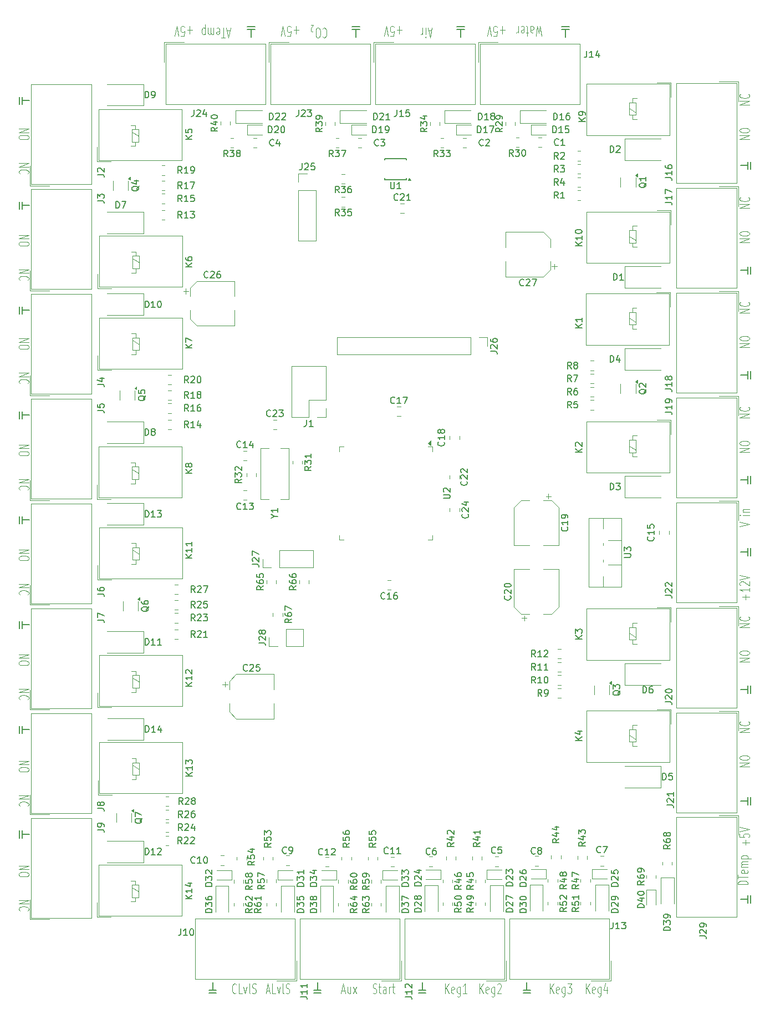
<source format=gbr>
%TF.GenerationSoftware,KiCad,Pcbnew,8.0.7-8.0.7-0~ubuntu22.04.1*%
%TF.CreationDate,2025-02-02T15:20:16-05:00*%
%TF.ProjectId,Keg Washer,4b656720-5761-4736-9865-722e6b696361,rev?*%
%TF.SameCoordinates,Original*%
%TF.FileFunction,Legend,Top*%
%TF.FilePolarity,Positive*%
%FSLAX46Y46*%
G04 Gerber Fmt 4.6, Leading zero omitted, Abs format (unit mm)*
G04 Created by KiCad (PCBNEW 8.0.7-8.0.7-0~ubuntu22.04.1) date 2025-02-02 15:20:16*
%MOMM*%
%LPD*%
G01*
G04 APERTURE LIST*
%ADD10C,0.125000*%
%ADD11C,0.187500*%
%ADD12C,0.150000*%
%ADD13C,0.120000*%
G04 APERTURE END LIST*
D10*
X228274906Y-63190071D02*
X228036811Y-61690071D01*
X228036811Y-61690071D02*
X227846335Y-62761500D01*
X227846335Y-62761500D02*
X227655859Y-61690071D01*
X227655859Y-61690071D02*
X227417764Y-63190071D01*
X226608240Y-61690071D02*
X226608240Y-62475785D01*
X226608240Y-62475785D02*
X226655859Y-62618642D01*
X226655859Y-62618642D02*
X226751097Y-62690071D01*
X226751097Y-62690071D02*
X226941573Y-62690071D01*
X226941573Y-62690071D02*
X227036811Y-62618642D01*
X226608240Y-61761500D02*
X226703478Y-61690071D01*
X226703478Y-61690071D02*
X226941573Y-61690071D01*
X226941573Y-61690071D02*
X227036811Y-61761500D01*
X227036811Y-61761500D02*
X227084430Y-61904357D01*
X227084430Y-61904357D02*
X227084430Y-62047214D01*
X227084430Y-62047214D02*
X227036811Y-62190071D01*
X227036811Y-62190071D02*
X226941573Y-62261500D01*
X226941573Y-62261500D02*
X226703478Y-62261500D01*
X226703478Y-62261500D02*
X226608240Y-62332928D01*
X226274906Y-62690071D02*
X225893954Y-62690071D01*
X226132049Y-63190071D02*
X226132049Y-61904357D01*
X226132049Y-61904357D02*
X226084430Y-61761500D01*
X226084430Y-61761500D02*
X225989192Y-61690071D01*
X225989192Y-61690071D02*
X225893954Y-61690071D01*
X225179668Y-61761500D02*
X225274906Y-61690071D01*
X225274906Y-61690071D02*
X225465382Y-61690071D01*
X225465382Y-61690071D02*
X225560620Y-61761500D01*
X225560620Y-61761500D02*
X225608239Y-61904357D01*
X225608239Y-61904357D02*
X225608239Y-62475785D01*
X225608239Y-62475785D02*
X225560620Y-62618642D01*
X225560620Y-62618642D02*
X225465382Y-62690071D01*
X225465382Y-62690071D02*
X225274906Y-62690071D01*
X225274906Y-62690071D02*
X225179668Y-62618642D01*
X225179668Y-62618642D02*
X225132049Y-62475785D01*
X225132049Y-62475785D02*
X225132049Y-62332928D01*
X225132049Y-62332928D02*
X225608239Y-62190071D01*
X224703477Y-61690071D02*
X224703477Y-62690071D01*
X224703477Y-62404357D02*
X224655858Y-62547214D01*
X224655858Y-62547214D02*
X224608239Y-62618642D01*
X224608239Y-62618642D02*
X224513001Y-62690071D01*
X224513001Y-62690071D02*
X224417763Y-62690071D01*
X211477287Y-62368642D02*
X211001097Y-62368642D01*
X211572525Y-61940071D02*
X211239192Y-63440071D01*
X211239192Y-63440071D02*
X210905859Y-61940071D01*
X210572525Y-61940071D02*
X210572525Y-62940071D01*
X210572525Y-63440071D02*
X210620144Y-63368642D01*
X210620144Y-63368642D02*
X210572525Y-63297214D01*
X210572525Y-63297214D02*
X210524906Y-63368642D01*
X210524906Y-63368642D02*
X210572525Y-63440071D01*
X210572525Y-63440071D02*
X210572525Y-63297214D01*
X210096335Y-61940071D02*
X210096335Y-62940071D01*
X210096335Y-62654357D02*
X210048716Y-62797214D01*
X210048716Y-62797214D02*
X210001097Y-62868642D01*
X210001097Y-62868642D02*
X209905859Y-62940071D01*
X209905859Y-62940071D02*
X209810621Y-62940071D01*
X194858240Y-62082928D02*
X194905859Y-62011500D01*
X194905859Y-62011500D02*
X195048716Y-61940071D01*
X195048716Y-61940071D02*
X195143954Y-61940071D01*
X195143954Y-61940071D02*
X195286811Y-62011500D01*
X195286811Y-62011500D02*
X195382049Y-62154357D01*
X195382049Y-62154357D02*
X195429668Y-62297214D01*
X195429668Y-62297214D02*
X195477287Y-62582928D01*
X195477287Y-62582928D02*
X195477287Y-62797214D01*
X195477287Y-62797214D02*
X195429668Y-63082928D01*
X195429668Y-63082928D02*
X195382049Y-63225785D01*
X195382049Y-63225785D02*
X195286811Y-63368642D01*
X195286811Y-63368642D02*
X195143954Y-63440071D01*
X195143954Y-63440071D02*
X195048716Y-63440071D01*
X195048716Y-63440071D02*
X194905859Y-63368642D01*
X194905859Y-63368642D02*
X194858240Y-63297214D01*
X194239192Y-63440071D02*
X194048716Y-63440071D01*
X194048716Y-63440071D02*
X193953478Y-63368642D01*
X193953478Y-63368642D02*
X193858240Y-63225785D01*
X193858240Y-63225785D02*
X193810621Y-62940071D01*
X193810621Y-62940071D02*
X193810621Y-62440071D01*
X193810621Y-62440071D02*
X193858240Y-62154357D01*
X193858240Y-62154357D02*
X193953478Y-62011500D01*
X193953478Y-62011500D02*
X194048716Y-61940071D01*
X194048716Y-61940071D02*
X194239192Y-61940071D01*
X194239192Y-61940071D02*
X194334430Y-62011500D01*
X194334430Y-62011500D02*
X194429668Y-62154357D01*
X194429668Y-62154357D02*
X194477287Y-62440071D01*
X194477287Y-62440071D02*
X194477287Y-62940071D01*
X194477287Y-62940071D02*
X194429668Y-63225785D01*
X194429668Y-63225785D02*
X194334430Y-63368642D01*
X194334430Y-63368642D02*
X194239192Y-63440071D01*
X193429668Y-62440071D02*
X193334430Y-62511500D01*
X193334430Y-62511500D02*
X193191573Y-62511500D01*
X193191573Y-62511500D02*
X193096335Y-62440071D01*
X193096335Y-62440071D02*
X193048716Y-62297214D01*
X193048716Y-62297214D02*
X193048716Y-62154357D01*
X193048716Y-62154357D02*
X193096335Y-62011500D01*
X193096335Y-62011500D02*
X193429668Y-61511500D01*
X193429668Y-61511500D02*
X193048716Y-61511500D01*
X180727287Y-62368642D02*
X180251097Y-62368642D01*
X180822525Y-61940071D02*
X180489192Y-63440071D01*
X180489192Y-63440071D02*
X180155859Y-61940071D01*
X179965382Y-63440071D02*
X179393954Y-63440071D01*
X179679668Y-61940071D02*
X179679668Y-63440071D01*
X178679668Y-62011500D02*
X178774906Y-61940071D01*
X178774906Y-61940071D02*
X178965382Y-61940071D01*
X178965382Y-61940071D02*
X179060620Y-62011500D01*
X179060620Y-62011500D02*
X179108239Y-62154357D01*
X179108239Y-62154357D02*
X179108239Y-62725785D01*
X179108239Y-62725785D02*
X179060620Y-62868642D01*
X179060620Y-62868642D02*
X178965382Y-62940071D01*
X178965382Y-62940071D02*
X178774906Y-62940071D01*
X178774906Y-62940071D02*
X178679668Y-62868642D01*
X178679668Y-62868642D02*
X178632049Y-62725785D01*
X178632049Y-62725785D02*
X178632049Y-62582928D01*
X178632049Y-62582928D02*
X179108239Y-62440071D01*
X178203477Y-61940071D02*
X178203477Y-62940071D01*
X178203477Y-62797214D02*
X178155858Y-62868642D01*
X178155858Y-62868642D02*
X178060620Y-62940071D01*
X178060620Y-62940071D02*
X177917763Y-62940071D01*
X177917763Y-62940071D02*
X177822525Y-62868642D01*
X177822525Y-62868642D02*
X177774906Y-62725785D01*
X177774906Y-62725785D02*
X177774906Y-61940071D01*
X177774906Y-62725785D02*
X177727287Y-62868642D01*
X177727287Y-62868642D02*
X177632049Y-62940071D01*
X177632049Y-62940071D02*
X177489192Y-62940071D01*
X177489192Y-62940071D02*
X177393953Y-62868642D01*
X177393953Y-62868642D02*
X177346334Y-62725785D01*
X177346334Y-62725785D02*
X177346334Y-61940071D01*
X176870144Y-62940071D02*
X176870144Y-61440071D01*
X176870144Y-62868642D02*
X176774906Y-62940071D01*
X176774906Y-62940071D02*
X176584430Y-62940071D01*
X176584430Y-62940071D02*
X176489192Y-62868642D01*
X176489192Y-62868642D02*
X176441573Y-62797214D01*
X176441573Y-62797214D02*
X176393954Y-62654357D01*
X176393954Y-62654357D02*
X176393954Y-62225785D01*
X176393954Y-62225785D02*
X176441573Y-62082928D01*
X176441573Y-62082928D02*
X176489192Y-62011500D01*
X176489192Y-62011500D02*
X176584430Y-61940071D01*
X176584430Y-61940071D02*
X176774906Y-61940071D01*
X176774906Y-61940071D02*
X176870144Y-62011500D01*
X258559928Y-138072525D02*
X260059928Y-137739192D01*
X260059928Y-137739192D02*
X258559928Y-137405859D01*
X260059928Y-136310620D02*
X259059928Y-136310620D01*
X258559928Y-136310620D02*
X258631357Y-136358239D01*
X258631357Y-136358239D02*
X258702785Y-136310620D01*
X258702785Y-136310620D02*
X258631357Y-136263001D01*
X258631357Y-136263001D02*
X258559928Y-136310620D01*
X258559928Y-136310620D02*
X258702785Y-136310620D01*
X259059928Y-135834430D02*
X260059928Y-135834430D01*
X259202785Y-135834430D02*
X259131357Y-135786811D01*
X259131357Y-135786811D02*
X259059928Y-135691573D01*
X259059928Y-135691573D02*
X259059928Y-135548716D01*
X259059928Y-135548716D02*
X259131357Y-135453478D01*
X259131357Y-135453478D02*
X259274214Y-135405859D01*
X259274214Y-135405859D02*
X260059928Y-135405859D01*
X259488500Y-149179668D02*
X259488500Y-148417764D01*
X260059928Y-148798716D02*
X258917071Y-148798716D01*
X260059928Y-147417764D02*
X260059928Y-147989192D01*
X260059928Y-147703478D02*
X258559928Y-147703478D01*
X258559928Y-147703478D02*
X258774214Y-147798716D01*
X258774214Y-147798716D02*
X258917071Y-147893954D01*
X258917071Y-147893954D02*
X258988500Y-147989192D01*
X258702785Y-147036811D02*
X258631357Y-146989192D01*
X258631357Y-146989192D02*
X258559928Y-146893954D01*
X258559928Y-146893954D02*
X258559928Y-146655859D01*
X258559928Y-146655859D02*
X258631357Y-146560621D01*
X258631357Y-146560621D02*
X258702785Y-146513002D01*
X258702785Y-146513002D02*
X258845642Y-146465383D01*
X258845642Y-146465383D02*
X258988500Y-146465383D01*
X258988500Y-146465383D02*
X259202785Y-146513002D01*
X259202785Y-146513002D02*
X260059928Y-147084430D01*
X260059928Y-147084430D02*
X260059928Y-146465383D01*
X258559928Y-146179668D02*
X260059928Y-145846335D01*
X260059928Y-145846335D02*
X258559928Y-145513002D01*
X259809928Y-192679668D02*
X258309928Y-192679668D01*
X258309928Y-192679668D02*
X258309928Y-192441573D01*
X258309928Y-192441573D02*
X258381357Y-192298716D01*
X258381357Y-192298716D02*
X258524214Y-192203478D01*
X258524214Y-192203478D02*
X258667071Y-192155859D01*
X258667071Y-192155859D02*
X258952785Y-192108240D01*
X258952785Y-192108240D02*
X259167071Y-192108240D01*
X259167071Y-192108240D02*
X259452785Y-192155859D01*
X259452785Y-192155859D02*
X259595642Y-192203478D01*
X259595642Y-192203478D02*
X259738500Y-192298716D01*
X259738500Y-192298716D02*
X259809928Y-192441573D01*
X259809928Y-192441573D02*
X259809928Y-192679668D01*
X258309928Y-191822525D02*
X258309928Y-191251097D01*
X259809928Y-191536811D02*
X258309928Y-191536811D01*
X259738500Y-190536811D02*
X259809928Y-190632049D01*
X259809928Y-190632049D02*
X259809928Y-190822525D01*
X259809928Y-190822525D02*
X259738500Y-190917763D01*
X259738500Y-190917763D02*
X259595642Y-190965382D01*
X259595642Y-190965382D02*
X259024214Y-190965382D01*
X259024214Y-190965382D02*
X258881357Y-190917763D01*
X258881357Y-190917763D02*
X258809928Y-190822525D01*
X258809928Y-190822525D02*
X258809928Y-190632049D01*
X258809928Y-190632049D02*
X258881357Y-190536811D01*
X258881357Y-190536811D02*
X259024214Y-190489192D01*
X259024214Y-190489192D02*
X259167071Y-190489192D01*
X259167071Y-190489192D02*
X259309928Y-190965382D01*
X259809928Y-190060620D02*
X258809928Y-190060620D01*
X258952785Y-190060620D02*
X258881357Y-190013001D01*
X258881357Y-190013001D02*
X258809928Y-189917763D01*
X258809928Y-189917763D02*
X258809928Y-189774906D01*
X258809928Y-189774906D02*
X258881357Y-189679668D01*
X258881357Y-189679668D02*
X259024214Y-189632049D01*
X259024214Y-189632049D02*
X259809928Y-189632049D01*
X259024214Y-189632049D02*
X258881357Y-189584430D01*
X258881357Y-189584430D02*
X258809928Y-189489192D01*
X258809928Y-189489192D02*
X258809928Y-189346335D01*
X258809928Y-189346335D02*
X258881357Y-189251096D01*
X258881357Y-189251096D02*
X259024214Y-189203477D01*
X259024214Y-189203477D02*
X259809928Y-189203477D01*
X258809928Y-188727287D02*
X260309928Y-188727287D01*
X258881357Y-188727287D02*
X258809928Y-188632049D01*
X258809928Y-188632049D02*
X258809928Y-188441573D01*
X258809928Y-188441573D02*
X258881357Y-188346335D01*
X258881357Y-188346335D02*
X258952785Y-188298716D01*
X258952785Y-188298716D02*
X259095642Y-188251097D01*
X259095642Y-188251097D02*
X259524214Y-188251097D01*
X259524214Y-188251097D02*
X259667071Y-188298716D01*
X259667071Y-188298716D02*
X259738500Y-188346335D01*
X259738500Y-188346335D02*
X259809928Y-188441573D01*
X259809928Y-188441573D02*
X259809928Y-188632049D01*
X259809928Y-188632049D02*
X259738500Y-188727287D01*
X259488500Y-186679668D02*
X259488500Y-185917764D01*
X260059928Y-186298716D02*
X258917071Y-186298716D01*
X258559928Y-184965383D02*
X258559928Y-185441573D01*
X258559928Y-185441573D02*
X259274214Y-185489192D01*
X259274214Y-185489192D02*
X259202785Y-185441573D01*
X259202785Y-185441573D02*
X259131357Y-185346335D01*
X259131357Y-185346335D02*
X259131357Y-185108240D01*
X259131357Y-185108240D02*
X259202785Y-185013002D01*
X259202785Y-185013002D02*
X259274214Y-184965383D01*
X259274214Y-184965383D02*
X259417071Y-184917764D01*
X259417071Y-184917764D02*
X259774214Y-184917764D01*
X259774214Y-184917764D02*
X259917071Y-184965383D01*
X259917071Y-184965383D02*
X259988500Y-185013002D01*
X259988500Y-185013002D02*
X260059928Y-185108240D01*
X260059928Y-185108240D02*
X260059928Y-185346335D01*
X260059928Y-185346335D02*
X259988500Y-185441573D01*
X259988500Y-185441573D02*
X259917071Y-185489192D01*
X258559928Y-184632049D02*
X260059928Y-184298716D01*
X260059928Y-184298716D02*
X258559928Y-183965383D01*
X174929668Y-62261500D02*
X174167764Y-62261500D01*
X174548716Y-61690071D02*
X174548716Y-62832928D01*
X173215383Y-63190071D02*
X173691573Y-63190071D01*
X173691573Y-63190071D02*
X173739192Y-62475785D01*
X173739192Y-62475785D02*
X173691573Y-62547214D01*
X173691573Y-62547214D02*
X173596335Y-62618642D01*
X173596335Y-62618642D02*
X173358240Y-62618642D01*
X173358240Y-62618642D02*
X173263002Y-62547214D01*
X173263002Y-62547214D02*
X173215383Y-62475785D01*
X173215383Y-62475785D02*
X173167764Y-62332928D01*
X173167764Y-62332928D02*
X173167764Y-61975785D01*
X173167764Y-61975785D02*
X173215383Y-61832928D01*
X173215383Y-61832928D02*
X173263002Y-61761500D01*
X173263002Y-61761500D02*
X173358240Y-61690071D01*
X173358240Y-61690071D02*
X173596335Y-61690071D01*
X173596335Y-61690071D02*
X173691573Y-61761500D01*
X173691573Y-61761500D02*
X173739192Y-61832928D01*
X172882049Y-63190071D02*
X172548716Y-61690071D01*
X172548716Y-61690071D02*
X172215383Y-63190071D01*
X191179668Y-62261500D02*
X190417764Y-62261500D01*
X190798716Y-61690071D02*
X190798716Y-62832928D01*
X189465383Y-63190071D02*
X189941573Y-63190071D01*
X189941573Y-63190071D02*
X189989192Y-62475785D01*
X189989192Y-62475785D02*
X189941573Y-62547214D01*
X189941573Y-62547214D02*
X189846335Y-62618642D01*
X189846335Y-62618642D02*
X189608240Y-62618642D01*
X189608240Y-62618642D02*
X189513002Y-62547214D01*
X189513002Y-62547214D02*
X189465383Y-62475785D01*
X189465383Y-62475785D02*
X189417764Y-62332928D01*
X189417764Y-62332928D02*
X189417764Y-61975785D01*
X189417764Y-61975785D02*
X189465383Y-61832928D01*
X189465383Y-61832928D02*
X189513002Y-61761500D01*
X189513002Y-61761500D02*
X189608240Y-61690071D01*
X189608240Y-61690071D02*
X189846335Y-61690071D01*
X189846335Y-61690071D02*
X189941573Y-61761500D01*
X189941573Y-61761500D02*
X189989192Y-61832928D01*
X189132049Y-63190071D02*
X188798716Y-61690071D01*
X188798716Y-61690071D02*
X188465383Y-63190071D01*
X206929668Y-62261500D02*
X206167764Y-62261500D01*
X206548716Y-61690071D02*
X206548716Y-62832928D01*
X205215383Y-63190071D02*
X205691573Y-63190071D01*
X205691573Y-63190071D02*
X205739192Y-62475785D01*
X205739192Y-62475785D02*
X205691573Y-62547214D01*
X205691573Y-62547214D02*
X205596335Y-62618642D01*
X205596335Y-62618642D02*
X205358240Y-62618642D01*
X205358240Y-62618642D02*
X205263002Y-62547214D01*
X205263002Y-62547214D02*
X205215383Y-62475785D01*
X205215383Y-62475785D02*
X205167764Y-62332928D01*
X205167764Y-62332928D02*
X205167764Y-61975785D01*
X205167764Y-61975785D02*
X205215383Y-61832928D01*
X205215383Y-61832928D02*
X205263002Y-61761500D01*
X205263002Y-61761500D02*
X205358240Y-61690071D01*
X205358240Y-61690071D02*
X205596335Y-61690071D01*
X205596335Y-61690071D02*
X205691573Y-61761500D01*
X205691573Y-61761500D02*
X205739192Y-61832928D01*
X204882049Y-63190071D02*
X204548716Y-61690071D01*
X204548716Y-61690071D02*
X204215383Y-63190071D01*
X222679668Y-62261500D02*
X221917764Y-62261500D01*
X222298716Y-61690071D02*
X222298716Y-62832928D01*
X220965383Y-63190071D02*
X221441573Y-63190071D01*
X221441573Y-63190071D02*
X221489192Y-62475785D01*
X221489192Y-62475785D02*
X221441573Y-62547214D01*
X221441573Y-62547214D02*
X221346335Y-62618642D01*
X221346335Y-62618642D02*
X221108240Y-62618642D01*
X221108240Y-62618642D02*
X221013002Y-62547214D01*
X221013002Y-62547214D02*
X220965383Y-62475785D01*
X220965383Y-62475785D02*
X220917764Y-62332928D01*
X220917764Y-62332928D02*
X220917764Y-61975785D01*
X220917764Y-61975785D02*
X220965383Y-61832928D01*
X220965383Y-61832928D02*
X221013002Y-61761500D01*
X221013002Y-61761500D02*
X221108240Y-61690071D01*
X221108240Y-61690071D02*
X221346335Y-61690071D01*
X221346335Y-61690071D02*
X221441573Y-61761500D01*
X221441573Y-61761500D02*
X221489192Y-61832928D01*
X220632049Y-63190071D02*
X220298716Y-61690071D01*
X220298716Y-61690071D02*
X219965383Y-63190071D01*
X260059928Y-73679668D02*
X258559928Y-73679668D01*
X258559928Y-73679668D02*
X260059928Y-73108240D01*
X260059928Y-73108240D02*
X258559928Y-73108240D01*
X259917071Y-72060621D02*
X259988500Y-72108240D01*
X259988500Y-72108240D02*
X260059928Y-72251097D01*
X260059928Y-72251097D02*
X260059928Y-72346335D01*
X260059928Y-72346335D02*
X259988500Y-72489192D01*
X259988500Y-72489192D02*
X259845642Y-72584430D01*
X259845642Y-72584430D02*
X259702785Y-72632049D01*
X259702785Y-72632049D02*
X259417071Y-72679668D01*
X259417071Y-72679668D02*
X259202785Y-72679668D01*
X259202785Y-72679668D02*
X258917071Y-72632049D01*
X258917071Y-72632049D02*
X258774214Y-72584430D01*
X258774214Y-72584430D02*
X258631357Y-72489192D01*
X258631357Y-72489192D02*
X258559928Y-72346335D01*
X258559928Y-72346335D02*
X258559928Y-72251097D01*
X258559928Y-72251097D02*
X258631357Y-72108240D01*
X258631357Y-72108240D02*
X258702785Y-72060621D01*
X260059928Y-78929668D02*
X258559928Y-78929668D01*
X258559928Y-78929668D02*
X260059928Y-78358240D01*
X260059928Y-78358240D02*
X258559928Y-78358240D01*
X258559928Y-77691573D02*
X258559928Y-77501097D01*
X258559928Y-77501097D02*
X258631357Y-77405859D01*
X258631357Y-77405859D02*
X258774214Y-77310621D01*
X258774214Y-77310621D02*
X259059928Y-77263002D01*
X259059928Y-77263002D02*
X259559928Y-77263002D01*
X259559928Y-77263002D02*
X259845642Y-77310621D01*
X259845642Y-77310621D02*
X259988500Y-77405859D01*
X259988500Y-77405859D02*
X260059928Y-77501097D01*
X260059928Y-77501097D02*
X260059928Y-77691573D01*
X260059928Y-77691573D02*
X259988500Y-77786811D01*
X259988500Y-77786811D02*
X259845642Y-77882049D01*
X259845642Y-77882049D02*
X259559928Y-77929668D01*
X259559928Y-77929668D02*
X259059928Y-77929668D01*
X259059928Y-77929668D02*
X258774214Y-77882049D01*
X258774214Y-77882049D02*
X258631357Y-77786811D01*
X258631357Y-77786811D02*
X258559928Y-77691573D01*
X260059928Y-89429668D02*
X258559928Y-89429668D01*
X258559928Y-89429668D02*
X260059928Y-88858240D01*
X260059928Y-88858240D02*
X258559928Y-88858240D01*
X259917071Y-87810621D02*
X259988500Y-87858240D01*
X259988500Y-87858240D02*
X260059928Y-88001097D01*
X260059928Y-88001097D02*
X260059928Y-88096335D01*
X260059928Y-88096335D02*
X259988500Y-88239192D01*
X259988500Y-88239192D02*
X259845642Y-88334430D01*
X259845642Y-88334430D02*
X259702785Y-88382049D01*
X259702785Y-88382049D02*
X259417071Y-88429668D01*
X259417071Y-88429668D02*
X259202785Y-88429668D01*
X259202785Y-88429668D02*
X258917071Y-88382049D01*
X258917071Y-88382049D02*
X258774214Y-88334430D01*
X258774214Y-88334430D02*
X258631357Y-88239192D01*
X258631357Y-88239192D02*
X258559928Y-88096335D01*
X258559928Y-88096335D02*
X258559928Y-88001097D01*
X258559928Y-88001097D02*
X258631357Y-87858240D01*
X258631357Y-87858240D02*
X258702785Y-87810621D01*
X260059928Y-94679668D02*
X258559928Y-94679668D01*
X258559928Y-94679668D02*
X260059928Y-94108240D01*
X260059928Y-94108240D02*
X258559928Y-94108240D01*
X258559928Y-93441573D02*
X258559928Y-93251097D01*
X258559928Y-93251097D02*
X258631357Y-93155859D01*
X258631357Y-93155859D02*
X258774214Y-93060621D01*
X258774214Y-93060621D02*
X259059928Y-93013002D01*
X259059928Y-93013002D02*
X259559928Y-93013002D01*
X259559928Y-93013002D02*
X259845642Y-93060621D01*
X259845642Y-93060621D02*
X259988500Y-93155859D01*
X259988500Y-93155859D02*
X260059928Y-93251097D01*
X260059928Y-93251097D02*
X260059928Y-93441573D01*
X260059928Y-93441573D02*
X259988500Y-93536811D01*
X259988500Y-93536811D02*
X259845642Y-93632049D01*
X259845642Y-93632049D02*
X259559928Y-93679668D01*
X259559928Y-93679668D02*
X259059928Y-93679668D01*
X259059928Y-93679668D02*
X258774214Y-93632049D01*
X258774214Y-93632049D02*
X258631357Y-93536811D01*
X258631357Y-93536811D02*
X258559928Y-93441573D01*
X260059928Y-105429668D02*
X258559928Y-105429668D01*
X258559928Y-105429668D02*
X260059928Y-104858240D01*
X260059928Y-104858240D02*
X258559928Y-104858240D01*
X259917071Y-103810621D02*
X259988500Y-103858240D01*
X259988500Y-103858240D02*
X260059928Y-104001097D01*
X260059928Y-104001097D02*
X260059928Y-104096335D01*
X260059928Y-104096335D02*
X259988500Y-104239192D01*
X259988500Y-104239192D02*
X259845642Y-104334430D01*
X259845642Y-104334430D02*
X259702785Y-104382049D01*
X259702785Y-104382049D02*
X259417071Y-104429668D01*
X259417071Y-104429668D02*
X259202785Y-104429668D01*
X259202785Y-104429668D02*
X258917071Y-104382049D01*
X258917071Y-104382049D02*
X258774214Y-104334430D01*
X258774214Y-104334430D02*
X258631357Y-104239192D01*
X258631357Y-104239192D02*
X258559928Y-104096335D01*
X258559928Y-104096335D02*
X258559928Y-104001097D01*
X258559928Y-104001097D02*
X258631357Y-103858240D01*
X258631357Y-103858240D02*
X258702785Y-103810621D01*
X260059928Y-110679668D02*
X258559928Y-110679668D01*
X258559928Y-110679668D02*
X260059928Y-110108240D01*
X260059928Y-110108240D02*
X258559928Y-110108240D01*
X258559928Y-109441573D02*
X258559928Y-109251097D01*
X258559928Y-109251097D02*
X258631357Y-109155859D01*
X258631357Y-109155859D02*
X258774214Y-109060621D01*
X258774214Y-109060621D02*
X259059928Y-109013002D01*
X259059928Y-109013002D02*
X259559928Y-109013002D01*
X259559928Y-109013002D02*
X259845642Y-109060621D01*
X259845642Y-109060621D02*
X259988500Y-109155859D01*
X259988500Y-109155859D02*
X260059928Y-109251097D01*
X260059928Y-109251097D02*
X260059928Y-109441573D01*
X260059928Y-109441573D02*
X259988500Y-109536811D01*
X259988500Y-109536811D02*
X259845642Y-109632049D01*
X259845642Y-109632049D02*
X259559928Y-109679668D01*
X259559928Y-109679668D02*
X259059928Y-109679668D01*
X259059928Y-109679668D02*
X258774214Y-109632049D01*
X258774214Y-109632049D02*
X258631357Y-109536811D01*
X258631357Y-109536811D02*
X258559928Y-109441573D01*
X260059928Y-121429668D02*
X258559928Y-121429668D01*
X258559928Y-121429668D02*
X260059928Y-120858240D01*
X260059928Y-120858240D02*
X258559928Y-120858240D01*
X259917071Y-119810621D02*
X259988500Y-119858240D01*
X259988500Y-119858240D02*
X260059928Y-120001097D01*
X260059928Y-120001097D02*
X260059928Y-120096335D01*
X260059928Y-120096335D02*
X259988500Y-120239192D01*
X259988500Y-120239192D02*
X259845642Y-120334430D01*
X259845642Y-120334430D02*
X259702785Y-120382049D01*
X259702785Y-120382049D02*
X259417071Y-120429668D01*
X259417071Y-120429668D02*
X259202785Y-120429668D01*
X259202785Y-120429668D02*
X258917071Y-120382049D01*
X258917071Y-120382049D02*
X258774214Y-120334430D01*
X258774214Y-120334430D02*
X258631357Y-120239192D01*
X258631357Y-120239192D02*
X258559928Y-120096335D01*
X258559928Y-120096335D02*
X258559928Y-120001097D01*
X258559928Y-120001097D02*
X258631357Y-119858240D01*
X258631357Y-119858240D02*
X258702785Y-119810621D01*
X260059928Y-126679668D02*
X258559928Y-126679668D01*
X258559928Y-126679668D02*
X260059928Y-126108240D01*
X260059928Y-126108240D02*
X258559928Y-126108240D01*
X258559928Y-125441573D02*
X258559928Y-125251097D01*
X258559928Y-125251097D02*
X258631357Y-125155859D01*
X258631357Y-125155859D02*
X258774214Y-125060621D01*
X258774214Y-125060621D02*
X259059928Y-125013002D01*
X259059928Y-125013002D02*
X259559928Y-125013002D01*
X259559928Y-125013002D02*
X259845642Y-125060621D01*
X259845642Y-125060621D02*
X259988500Y-125155859D01*
X259988500Y-125155859D02*
X260059928Y-125251097D01*
X260059928Y-125251097D02*
X260059928Y-125441573D01*
X260059928Y-125441573D02*
X259988500Y-125536811D01*
X259988500Y-125536811D02*
X259845642Y-125632049D01*
X259845642Y-125632049D02*
X259559928Y-125679668D01*
X259559928Y-125679668D02*
X259059928Y-125679668D01*
X259059928Y-125679668D02*
X258774214Y-125632049D01*
X258774214Y-125632049D02*
X258631357Y-125536811D01*
X258631357Y-125536811D02*
X258559928Y-125441573D01*
X260059928Y-153429668D02*
X258559928Y-153429668D01*
X258559928Y-153429668D02*
X260059928Y-152858240D01*
X260059928Y-152858240D02*
X258559928Y-152858240D01*
X259917071Y-151810621D02*
X259988500Y-151858240D01*
X259988500Y-151858240D02*
X260059928Y-152001097D01*
X260059928Y-152001097D02*
X260059928Y-152096335D01*
X260059928Y-152096335D02*
X259988500Y-152239192D01*
X259988500Y-152239192D02*
X259845642Y-152334430D01*
X259845642Y-152334430D02*
X259702785Y-152382049D01*
X259702785Y-152382049D02*
X259417071Y-152429668D01*
X259417071Y-152429668D02*
X259202785Y-152429668D01*
X259202785Y-152429668D02*
X258917071Y-152382049D01*
X258917071Y-152382049D02*
X258774214Y-152334430D01*
X258774214Y-152334430D02*
X258631357Y-152239192D01*
X258631357Y-152239192D02*
X258559928Y-152096335D01*
X258559928Y-152096335D02*
X258559928Y-152001097D01*
X258559928Y-152001097D02*
X258631357Y-151858240D01*
X258631357Y-151858240D02*
X258702785Y-151810621D01*
X260059928Y-158679668D02*
X258559928Y-158679668D01*
X258559928Y-158679668D02*
X260059928Y-158108240D01*
X260059928Y-158108240D02*
X258559928Y-158108240D01*
X258559928Y-157441573D02*
X258559928Y-157251097D01*
X258559928Y-157251097D02*
X258631357Y-157155859D01*
X258631357Y-157155859D02*
X258774214Y-157060621D01*
X258774214Y-157060621D02*
X259059928Y-157013002D01*
X259059928Y-157013002D02*
X259559928Y-157013002D01*
X259559928Y-157013002D02*
X259845642Y-157060621D01*
X259845642Y-157060621D02*
X259988500Y-157155859D01*
X259988500Y-157155859D02*
X260059928Y-157251097D01*
X260059928Y-157251097D02*
X260059928Y-157441573D01*
X260059928Y-157441573D02*
X259988500Y-157536811D01*
X259988500Y-157536811D02*
X259845642Y-157632049D01*
X259845642Y-157632049D02*
X259559928Y-157679668D01*
X259559928Y-157679668D02*
X259059928Y-157679668D01*
X259059928Y-157679668D02*
X258774214Y-157632049D01*
X258774214Y-157632049D02*
X258631357Y-157536811D01*
X258631357Y-157536811D02*
X258559928Y-157441573D01*
X260059928Y-169429668D02*
X258559928Y-169429668D01*
X258559928Y-169429668D02*
X260059928Y-168858240D01*
X260059928Y-168858240D02*
X258559928Y-168858240D01*
X259917071Y-167810621D02*
X259988500Y-167858240D01*
X259988500Y-167858240D02*
X260059928Y-168001097D01*
X260059928Y-168001097D02*
X260059928Y-168096335D01*
X260059928Y-168096335D02*
X259988500Y-168239192D01*
X259988500Y-168239192D02*
X259845642Y-168334430D01*
X259845642Y-168334430D02*
X259702785Y-168382049D01*
X259702785Y-168382049D02*
X259417071Y-168429668D01*
X259417071Y-168429668D02*
X259202785Y-168429668D01*
X259202785Y-168429668D02*
X258917071Y-168382049D01*
X258917071Y-168382049D02*
X258774214Y-168334430D01*
X258774214Y-168334430D02*
X258631357Y-168239192D01*
X258631357Y-168239192D02*
X258559928Y-168096335D01*
X258559928Y-168096335D02*
X258559928Y-168001097D01*
X258559928Y-168001097D02*
X258631357Y-167858240D01*
X258631357Y-167858240D02*
X258702785Y-167810621D01*
X260059928Y-174679668D02*
X258559928Y-174679668D01*
X258559928Y-174679668D02*
X260059928Y-174108240D01*
X260059928Y-174108240D02*
X258559928Y-174108240D01*
X258559928Y-173441573D02*
X258559928Y-173251097D01*
X258559928Y-173251097D02*
X258631357Y-173155859D01*
X258631357Y-173155859D02*
X258774214Y-173060621D01*
X258774214Y-173060621D02*
X259059928Y-173013002D01*
X259059928Y-173013002D02*
X259559928Y-173013002D01*
X259559928Y-173013002D02*
X259845642Y-173060621D01*
X259845642Y-173060621D02*
X259988500Y-173155859D01*
X259988500Y-173155859D02*
X260059928Y-173251097D01*
X260059928Y-173251097D02*
X260059928Y-173441573D01*
X260059928Y-173441573D02*
X259988500Y-173536811D01*
X259988500Y-173536811D02*
X259845642Y-173632049D01*
X259845642Y-173632049D02*
X259559928Y-173679668D01*
X259559928Y-173679668D02*
X259059928Y-173679668D01*
X259059928Y-173679668D02*
X258774214Y-173632049D01*
X258774214Y-173632049D02*
X258631357Y-173536811D01*
X258631357Y-173536811D02*
X258559928Y-173441573D01*
X148440071Y-195070331D02*
X149940071Y-195070331D01*
X149940071Y-195070331D02*
X148440071Y-195641759D01*
X148440071Y-195641759D02*
X149940071Y-195641759D01*
X148582928Y-196689378D02*
X148511500Y-196641759D01*
X148511500Y-196641759D02*
X148440071Y-196498902D01*
X148440071Y-196498902D02*
X148440071Y-196403664D01*
X148440071Y-196403664D02*
X148511500Y-196260807D01*
X148511500Y-196260807D02*
X148654357Y-196165569D01*
X148654357Y-196165569D02*
X148797214Y-196117950D01*
X148797214Y-196117950D02*
X149082928Y-196070331D01*
X149082928Y-196070331D02*
X149297214Y-196070331D01*
X149297214Y-196070331D02*
X149582928Y-196117950D01*
X149582928Y-196117950D02*
X149725785Y-196165569D01*
X149725785Y-196165569D02*
X149868642Y-196260807D01*
X149868642Y-196260807D02*
X149940071Y-196403664D01*
X149940071Y-196403664D02*
X149940071Y-196498902D01*
X149940071Y-196498902D02*
X149868642Y-196641759D01*
X149868642Y-196641759D02*
X149797214Y-196689378D01*
X148440071Y-189820331D02*
X149940071Y-189820331D01*
X149940071Y-189820331D02*
X148440071Y-190391759D01*
X148440071Y-190391759D02*
X149940071Y-190391759D01*
X149940071Y-191058426D02*
X149940071Y-191248902D01*
X149940071Y-191248902D02*
X149868642Y-191344140D01*
X149868642Y-191344140D02*
X149725785Y-191439378D01*
X149725785Y-191439378D02*
X149440071Y-191486997D01*
X149440071Y-191486997D02*
X148940071Y-191486997D01*
X148940071Y-191486997D02*
X148654357Y-191439378D01*
X148654357Y-191439378D02*
X148511500Y-191344140D01*
X148511500Y-191344140D02*
X148440071Y-191248902D01*
X148440071Y-191248902D02*
X148440071Y-191058426D01*
X148440071Y-191058426D02*
X148511500Y-190963188D01*
X148511500Y-190963188D02*
X148654357Y-190867950D01*
X148654357Y-190867950D02*
X148940071Y-190820331D01*
X148940071Y-190820331D02*
X149440071Y-190820331D01*
X149440071Y-190820331D02*
X149725785Y-190867950D01*
X149725785Y-190867950D02*
X149868642Y-190963188D01*
X149868642Y-190963188D02*
X149940071Y-191058426D01*
X148440071Y-179070331D02*
X149940071Y-179070331D01*
X149940071Y-179070331D02*
X148440071Y-179641759D01*
X148440071Y-179641759D02*
X149940071Y-179641759D01*
X148582928Y-180689378D02*
X148511500Y-180641759D01*
X148511500Y-180641759D02*
X148440071Y-180498902D01*
X148440071Y-180498902D02*
X148440071Y-180403664D01*
X148440071Y-180403664D02*
X148511500Y-180260807D01*
X148511500Y-180260807D02*
X148654357Y-180165569D01*
X148654357Y-180165569D02*
X148797214Y-180117950D01*
X148797214Y-180117950D02*
X149082928Y-180070331D01*
X149082928Y-180070331D02*
X149297214Y-180070331D01*
X149297214Y-180070331D02*
X149582928Y-180117950D01*
X149582928Y-180117950D02*
X149725785Y-180165569D01*
X149725785Y-180165569D02*
X149868642Y-180260807D01*
X149868642Y-180260807D02*
X149940071Y-180403664D01*
X149940071Y-180403664D02*
X149940071Y-180498902D01*
X149940071Y-180498902D02*
X149868642Y-180641759D01*
X149868642Y-180641759D02*
X149797214Y-180689378D01*
X148440071Y-173820331D02*
X149940071Y-173820331D01*
X149940071Y-173820331D02*
X148440071Y-174391759D01*
X148440071Y-174391759D02*
X149940071Y-174391759D01*
X149940071Y-175058426D02*
X149940071Y-175248902D01*
X149940071Y-175248902D02*
X149868642Y-175344140D01*
X149868642Y-175344140D02*
X149725785Y-175439378D01*
X149725785Y-175439378D02*
X149440071Y-175486997D01*
X149440071Y-175486997D02*
X148940071Y-175486997D01*
X148940071Y-175486997D02*
X148654357Y-175439378D01*
X148654357Y-175439378D02*
X148511500Y-175344140D01*
X148511500Y-175344140D02*
X148440071Y-175248902D01*
X148440071Y-175248902D02*
X148440071Y-175058426D01*
X148440071Y-175058426D02*
X148511500Y-174963188D01*
X148511500Y-174963188D02*
X148654357Y-174867950D01*
X148654357Y-174867950D02*
X148940071Y-174820331D01*
X148940071Y-174820331D02*
X149440071Y-174820331D01*
X149440071Y-174820331D02*
X149725785Y-174867950D01*
X149725785Y-174867950D02*
X149868642Y-174963188D01*
X149868642Y-174963188D02*
X149940071Y-175058426D01*
X148440071Y-162820331D02*
X149940071Y-162820331D01*
X149940071Y-162820331D02*
X148440071Y-163391759D01*
X148440071Y-163391759D02*
X149940071Y-163391759D01*
X148582928Y-164439378D02*
X148511500Y-164391759D01*
X148511500Y-164391759D02*
X148440071Y-164248902D01*
X148440071Y-164248902D02*
X148440071Y-164153664D01*
X148440071Y-164153664D02*
X148511500Y-164010807D01*
X148511500Y-164010807D02*
X148654357Y-163915569D01*
X148654357Y-163915569D02*
X148797214Y-163867950D01*
X148797214Y-163867950D02*
X149082928Y-163820331D01*
X149082928Y-163820331D02*
X149297214Y-163820331D01*
X149297214Y-163820331D02*
X149582928Y-163867950D01*
X149582928Y-163867950D02*
X149725785Y-163915569D01*
X149725785Y-163915569D02*
X149868642Y-164010807D01*
X149868642Y-164010807D02*
X149940071Y-164153664D01*
X149940071Y-164153664D02*
X149940071Y-164248902D01*
X149940071Y-164248902D02*
X149868642Y-164391759D01*
X149868642Y-164391759D02*
X149797214Y-164439378D01*
X148440071Y-157570331D02*
X149940071Y-157570331D01*
X149940071Y-157570331D02*
X148440071Y-158141759D01*
X148440071Y-158141759D02*
X149940071Y-158141759D01*
X149940071Y-158808426D02*
X149940071Y-158998902D01*
X149940071Y-158998902D02*
X149868642Y-159094140D01*
X149868642Y-159094140D02*
X149725785Y-159189378D01*
X149725785Y-159189378D02*
X149440071Y-159236997D01*
X149440071Y-159236997D02*
X148940071Y-159236997D01*
X148940071Y-159236997D02*
X148654357Y-159189378D01*
X148654357Y-159189378D02*
X148511500Y-159094140D01*
X148511500Y-159094140D02*
X148440071Y-158998902D01*
X148440071Y-158998902D02*
X148440071Y-158808426D01*
X148440071Y-158808426D02*
X148511500Y-158713188D01*
X148511500Y-158713188D02*
X148654357Y-158617950D01*
X148654357Y-158617950D02*
X148940071Y-158570331D01*
X148940071Y-158570331D02*
X149440071Y-158570331D01*
X149440071Y-158570331D02*
X149725785Y-158617950D01*
X149725785Y-158617950D02*
X149868642Y-158713188D01*
X149868642Y-158713188D02*
X149940071Y-158808426D01*
X148440071Y-146820331D02*
X149940071Y-146820331D01*
X149940071Y-146820331D02*
X148440071Y-147391759D01*
X148440071Y-147391759D02*
X149940071Y-147391759D01*
X148582928Y-148439378D02*
X148511500Y-148391759D01*
X148511500Y-148391759D02*
X148440071Y-148248902D01*
X148440071Y-148248902D02*
X148440071Y-148153664D01*
X148440071Y-148153664D02*
X148511500Y-148010807D01*
X148511500Y-148010807D02*
X148654357Y-147915569D01*
X148654357Y-147915569D02*
X148797214Y-147867950D01*
X148797214Y-147867950D02*
X149082928Y-147820331D01*
X149082928Y-147820331D02*
X149297214Y-147820331D01*
X149297214Y-147820331D02*
X149582928Y-147867950D01*
X149582928Y-147867950D02*
X149725785Y-147915569D01*
X149725785Y-147915569D02*
X149868642Y-148010807D01*
X149868642Y-148010807D02*
X149940071Y-148153664D01*
X149940071Y-148153664D02*
X149940071Y-148248902D01*
X149940071Y-148248902D02*
X149868642Y-148391759D01*
X149868642Y-148391759D02*
X149797214Y-148439378D01*
X148440071Y-141570331D02*
X149940071Y-141570331D01*
X149940071Y-141570331D02*
X148440071Y-142141759D01*
X148440071Y-142141759D02*
X149940071Y-142141759D01*
X149940071Y-142808426D02*
X149940071Y-142998902D01*
X149940071Y-142998902D02*
X149868642Y-143094140D01*
X149868642Y-143094140D02*
X149725785Y-143189378D01*
X149725785Y-143189378D02*
X149440071Y-143236997D01*
X149440071Y-143236997D02*
X148940071Y-143236997D01*
X148940071Y-143236997D02*
X148654357Y-143189378D01*
X148654357Y-143189378D02*
X148511500Y-143094140D01*
X148511500Y-143094140D02*
X148440071Y-142998902D01*
X148440071Y-142998902D02*
X148440071Y-142808426D01*
X148440071Y-142808426D02*
X148511500Y-142713188D01*
X148511500Y-142713188D02*
X148654357Y-142617950D01*
X148654357Y-142617950D02*
X148940071Y-142570331D01*
X148940071Y-142570331D02*
X149440071Y-142570331D01*
X149440071Y-142570331D02*
X149725785Y-142617950D01*
X149725785Y-142617950D02*
X149868642Y-142713188D01*
X149868642Y-142713188D02*
X149940071Y-142808426D01*
X148440071Y-130820331D02*
X149940071Y-130820331D01*
X149940071Y-130820331D02*
X148440071Y-131391759D01*
X148440071Y-131391759D02*
X149940071Y-131391759D01*
X148582928Y-132439378D02*
X148511500Y-132391759D01*
X148511500Y-132391759D02*
X148440071Y-132248902D01*
X148440071Y-132248902D02*
X148440071Y-132153664D01*
X148440071Y-132153664D02*
X148511500Y-132010807D01*
X148511500Y-132010807D02*
X148654357Y-131915569D01*
X148654357Y-131915569D02*
X148797214Y-131867950D01*
X148797214Y-131867950D02*
X149082928Y-131820331D01*
X149082928Y-131820331D02*
X149297214Y-131820331D01*
X149297214Y-131820331D02*
X149582928Y-131867950D01*
X149582928Y-131867950D02*
X149725785Y-131915569D01*
X149725785Y-131915569D02*
X149868642Y-132010807D01*
X149868642Y-132010807D02*
X149940071Y-132153664D01*
X149940071Y-132153664D02*
X149940071Y-132248902D01*
X149940071Y-132248902D02*
X149868642Y-132391759D01*
X149868642Y-132391759D02*
X149797214Y-132439378D01*
X148440071Y-125570331D02*
X149940071Y-125570331D01*
X149940071Y-125570331D02*
X148440071Y-126141759D01*
X148440071Y-126141759D02*
X149940071Y-126141759D01*
X149940071Y-126808426D02*
X149940071Y-126998902D01*
X149940071Y-126998902D02*
X149868642Y-127094140D01*
X149868642Y-127094140D02*
X149725785Y-127189378D01*
X149725785Y-127189378D02*
X149440071Y-127236997D01*
X149440071Y-127236997D02*
X148940071Y-127236997D01*
X148940071Y-127236997D02*
X148654357Y-127189378D01*
X148654357Y-127189378D02*
X148511500Y-127094140D01*
X148511500Y-127094140D02*
X148440071Y-126998902D01*
X148440071Y-126998902D02*
X148440071Y-126808426D01*
X148440071Y-126808426D02*
X148511500Y-126713188D01*
X148511500Y-126713188D02*
X148654357Y-126617950D01*
X148654357Y-126617950D02*
X148940071Y-126570331D01*
X148940071Y-126570331D02*
X149440071Y-126570331D01*
X149440071Y-126570331D02*
X149725785Y-126617950D01*
X149725785Y-126617950D02*
X149868642Y-126713188D01*
X149868642Y-126713188D02*
X149940071Y-126808426D01*
X148440071Y-114570331D02*
X149940071Y-114570331D01*
X149940071Y-114570331D02*
X148440071Y-115141759D01*
X148440071Y-115141759D02*
X149940071Y-115141759D01*
X148582928Y-116189378D02*
X148511500Y-116141759D01*
X148511500Y-116141759D02*
X148440071Y-115998902D01*
X148440071Y-115998902D02*
X148440071Y-115903664D01*
X148440071Y-115903664D02*
X148511500Y-115760807D01*
X148511500Y-115760807D02*
X148654357Y-115665569D01*
X148654357Y-115665569D02*
X148797214Y-115617950D01*
X148797214Y-115617950D02*
X149082928Y-115570331D01*
X149082928Y-115570331D02*
X149297214Y-115570331D01*
X149297214Y-115570331D02*
X149582928Y-115617950D01*
X149582928Y-115617950D02*
X149725785Y-115665569D01*
X149725785Y-115665569D02*
X149868642Y-115760807D01*
X149868642Y-115760807D02*
X149940071Y-115903664D01*
X149940071Y-115903664D02*
X149940071Y-115998902D01*
X149940071Y-115998902D02*
X149868642Y-116141759D01*
X149868642Y-116141759D02*
X149797214Y-116189378D01*
X148440071Y-109320331D02*
X149940071Y-109320331D01*
X149940071Y-109320331D02*
X148440071Y-109891759D01*
X148440071Y-109891759D02*
X149940071Y-109891759D01*
X149940071Y-110558426D02*
X149940071Y-110748902D01*
X149940071Y-110748902D02*
X149868642Y-110844140D01*
X149868642Y-110844140D02*
X149725785Y-110939378D01*
X149725785Y-110939378D02*
X149440071Y-110986997D01*
X149440071Y-110986997D02*
X148940071Y-110986997D01*
X148940071Y-110986997D02*
X148654357Y-110939378D01*
X148654357Y-110939378D02*
X148511500Y-110844140D01*
X148511500Y-110844140D02*
X148440071Y-110748902D01*
X148440071Y-110748902D02*
X148440071Y-110558426D01*
X148440071Y-110558426D02*
X148511500Y-110463188D01*
X148511500Y-110463188D02*
X148654357Y-110367950D01*
X148654357Y-110367950D02*
X148940071Y-110320331D01*
X148940071Y-110320331D02*
X149440071Y-110320331D01*
X149440071Y-110320331D02*
X149725785Y-110367950D01*
X149725785Y-110367950D02*
X149868642Y-110463188D01*
X149868642Y-110463188D02*
X149940071Y-110558426D01*
X148440071Y-98820331D02*
X149940071Y-98820331D01*
X149940071Y-98820331D02*
X148440071Y-99391759D01*
X148440071Y-99391759D02*
X149940071Y-99391759D01*
X148582928Y-100439378D02*
X148511500Y-100391759D01*
X148511500Y-100391759D02*
X148440071Y-100248902D01*
X148440071Y-100248902D02*
X148440071Y-100153664D01*
X148440071Y-100153664D02*
X148511500Y-100010807D01*
X148511500Y-100010807D02*
X148654357Y-99915569D01*
X148654357Y-99915569D02*
X148797214Y-99867950D01*
X148797214Y-99867950D02*
X149082928Y-99820331D01*
X149082928Y-99820331D02*
X149297214Y-99820331D01*
X149297214Y-99820331D02*
X149582928Y-99867950D01*
X149582928Y-99867950D02*
X149725785Y-99915569D01*
X149725785Y-99915569D02*
X149868642Y-100010807D01*
X149868642Y-100010807D02*
X149940071Y-100153664D01*
X149940071Y-100153664D02*
X149940071Y-100248902D01*
X149940071Y-100248902D02*
X149868642Y-100391759D01*
X149868642Y-100391759D02*
X149797214Y-100439378D01*
X148440071Y-93570331D02*
X149940071Y-93570331D01*
X149940071Y-93570331D02*
X148440071Y-94141759D01*
X148440071Y-94141759D02*
X149940071Y-94141759D01*
X149940071Y-94808426D02*
X149940071Y-94998902D01*
X149940071Y-94998902D02*
X149868642Y-95094140D01*
X149868642Y-95094140D02*
X149725785Y-95189378D01*
X149725785Y-95189378D02*
X149440071Y-95236997D01*
X149440071Y-95236997D02*
X148940071Y-95236997D01*
X148940071Y-95236997D02*
X148654357Y-95189378D01*
X148654357Y-95189378D02*
X148511500Y-95094140D01*
X148511500Y-95094140D02*
X148440071Y-94998902D01*
X148440071Y-94998902D02*
X148440071Y-94808426D01*
X148440071Y-94808426D02*
X148511500Y-94713188D01*
X148511500Y-94713188D02*
X148654357Y-94617950D01*
X148654357Y-94617950D02*
X148940071Y-94570331D01*
X148940071Y-94570331D02*
X149440071Y-94570331D01*
X149440071Y-94570331D02*
X149725785Y-94617950D01*
X149725785Y-94617950D02*
X149868642Y-94713188D01*
X149868642Y-94713188D02*
X149940071Y-94808426D01*
X148440071Y-82570331D02*
X149940071Y-82570331D01*
X149940071Y-82570331D02*
X148440071Y-83141759D01*
X148440071Y-83141759D02*
X149940071Y-83141759D01*
X148582928Y-84189378D02*
X148511500Y-84141759D01*
X148511500Y-84141759D02*
X148440071Y-83998902D01*
X148440071Y-83998902D02*
X148440071Y-83903664D01*
X148440071Y-83903664D02*
X148511500Y-83760807D01*
X148511500Y-83760807D02*
X148654357Y-83665569D01*
X148654357Y-83665569D02*
X148797214Y-83617950D01*
X148797214Y-83617950D02*
X149082928Y-83570331D01*
X149082928Y-83570331D02*
X149297214Y-83570331D01*
X149297214Y-83570331D02*
X149582928Y-83617950D01*
X149582928Y-83617950D02*
X149725785Y-83665569D01*
X149725785Y-83665569D02*
X149868642Y-83760807D01*
X149868642Y-83760807D02*
X149940071Y-83903664D01*
X149940071Y-83903664D02*
X149940071Y-83998902D01*
X149940071Y-83998902D02*
X149868642Y-84141759D01*
X149868642Y-84141759D02*
X149797214Y-84189378D01*
X148440071Y-77320331D02*
X149940071Y-77320331D01*
X149940071Y-77320331D02*
X148440071Y-77891759D01*
X148440071Y-77891759D02*
X149940071Y-77891759D01*
X149940071Y-78558426D02*
X149940071Y-78748902D01*
X149940071Y-78748902D02*
X149868642Y-78844140D01*
X149868642Y-78844140D02*
X149725785Y-78939378D01*
X149725785Y-78939378D02*
X149440071Y-78986997D01*
X149440071Y-78986997D02*
X148940071Y-78986997D01*
X148940071Y-78986997D02*
X148654357Y-78939378D01*
X148654357Y-78939378D02*
X148511500Y-78844140D01*
X148511500Y-78844140D02*
X148440071Y-78748902D01*
X148440071Y-78748902D02*
X148440071Y-78558426D01*
X148440071Y-78558426D02*
X148511500Y-78463188D01*
X148511500Y-78463188D02*
X148654357Y-78367950D01*
X148654357Y-78367950D02*
X148940071Y-78320331D01*
X148940071Y-78320331D02*
X149440071Y-78320331D01*
X149440071Y-78320331D02*
X149725785Y-78367950D01*
X149725785Y-78367950D02*
X149868642Y-78463188D01*
X149868642Y-78463188D02*
X149940071Y-78558426D01*
X235070331Y-209309928D02*
X235070331Y-207809928D01*
X235641759Y-209309928D02*
X235213188Y-208452785D01*
X235641759Y-207809928D02*
X235070331Y-208667071D01*
X236451283Y-209238500D02*
X236356045Y-209309928D01*
X236356045Y-209309928D02*
X236165569Y-209309928D01*
X236165569Y-209309928D02*
X236070331Y-209238500D01*
X236070331Y-209238500D02*
X236022712Y-209095642D01*
X236022712Y-209095642D02*
X236022712Y-208524214D01*
X236022712Y-208524214D02*
X236070331Y-208381357D01*
X236070331Y-208381357D02*
X236165569Y-208309928D01*
X236165569Y-208309928D02*
X236356045Y-208309928D01*
X236356045Y-208309928D02*
X236451283Y-208381357D01*
X236451283Y-208381357D02*
X236498902Y-208524214D01*
X236498902Y-208524214D02*
X236498902Y-208667071D01*
X236498902Y-208667071D02*
X236022712Y-208809928D01*
X237356045Y-208309928D02*
X237356045Y-209524214D01*
X237356045Y-209524214D02*
X237308426Y-209667071D01*
X237308426Y-209667071D02*
X237260807Y-209738500D01*
X237260807Y-209738500D02*
X237165569Y-209809928D01*
X237165569Y-209809928D02*
X237022712Y-209809928D01*
X237022712Y-209809928D02*
X236927474Y-209738500D01*
X237356045Y-209238500D02*
X237260807Y-209309928D01*
X237260807Y-209309928D02*
X237070331Y-209309928D01*
X237070331Y-209309928D02*
X236975093Y-209238500D01*
X236975093Y-209238500D02*
X236927474Y-209167071D01*
X236927474Y-209167071D02*
X236879855Y-209024214D01*
X236879855Y-209024214D02*
X236879855Y-208595642D01*
X236879855Y-208595642D02*
X236927474Y-208452785D01*
X236927474Y-208452785D02*
X236975093Y-208381357D01*
X236975093Y-208381357D02*
X237070331Y-208309928D01*
X237070331Y-208309928D02*
X237260807Y-208309928D01*
X237260807Y-208309928D02*
X237356045Y-208381357D01*
X238260807Y-208309928D02*
X238260807Y-209309928D01*
X238022712Y-207738500D02*
X237784617Y-208809928D01*
X237784617Y-208809928D02*
X238403664Y-208809928D01*
X229570331Y-209309928D02*
X229570331Y-207809928D01*
X230141759Y-209309928D02*
X229713188Y-208452785D01*
X230141759Y-207809928D02*
X229570331Y-208667071D01*
X230951283Y-209238500D02*
X230856045Y-209309928D01*
X230856045Y-209309928D02*
X230665569Y-209309928D01*
X230665569Y-209309928D02*
X230570331Y-209238500D01*
X230570331Y-209238500D02*
X230522712Y-209095642D01*
X230522712Y-209095642D02*
X230522712Y-208524214D01*
X230522712Y-208524214D02*
X230570331Y-208381357D01*
X230570331Y-208381357D02*
X230665569Y-208309928D01*
X230665569Y-208309928D02*
X230856045Y-208309928D01*
X230856045Y-208309928D02*
X230951283Y-208381357D01*
X230951283Y-208381357D02*
X230998902Y-208524214D01*
X230998902Y-208524214D02*
X230998902Y-208667071D01*
X230998902Y-208667071D02*
X230522712Y-208809928D01*
X231856045Y-208309928D02*
X231856045Y-209524214D01*
X231856045Y-209524214D02*
X231808426Y-209667071D01*
X231808426Y-209667071D02*
X231760807Y-209738500D01*
X231760807Y-209738500D02*
X231665569Y-209809928D01*
X231665569Y-209809928D02*
X231522712Y-209809928D01*
X231522712Y-209809928D02*
X231427474Y-209738500D01*
X231856045Y-209238500D02*
X231760807Y-209309928D01*
X231760807Y-209309928D02*
X231570331Y-209309928D01*
X231570331Y-209309928D02*
X231475093Y-209238500D01*
X231475093Y-209238500D02*
X231427474Y-209167071D01*
X231427474Y-209167071D02*
X231379855Y-209024214D01*
X231379855Y-209024214D02*
X231379855Y-208595642D01*
X231379855Y-208595642D02*
X231427474Y-208452785D01*
X231427474Y-208452785D02*
X231475093Y-208381357D01*
X231475093Y-208381357D02*
X231570331Y-208309928D01*
X231570331Y-208309928D02*
X231760807Y-208309928D01*
X231760807Y-208309928D02*
X231856045Y-208381357D01*
X232236998Y-207809928D02*
X232856045Y-207809928D01*
X232856045Y-207809928D02*
X232522712Y-208381357D01*
X232522712Y-208381357D02*
X232665569Y-208381357D01*
X232665569Y-208381357D02*
X232760807Y-208452785D01*
X232760807Y-208452785D02*
X232808426Y-208524214D01*
X232808426Y-208524214D02*
X232856045Y-208667071D01*
X232856045Y-208667071D02*
X232856045Y-209024214D01*
X232856045Y-209024214D02*
X232808426Y-209167071D01*
X232808426Y-209167071D02*
X232760807Y-209238500D01*
X232760807Y-209238500D02*
X232665569Y-209309928D01*
X232665569Y-209309928D02*
X232379855Y-209309928D01*
X232379855Y-209309928D02*
X232284617Y-209238500D01*
X232284617Y-209238500D02*
X232236998Y-209167071D01*
X218820331Y-209309928D02*
X218820331Y-207809928D01*
X219391759Y-209309928D02*
X218963188Y-208452785D01*
X219391759Y-207809928D02*
X218820331Y-208667071D01*
X220201283Y-209238500D02*
X220106045Y-209309928D01*
X220106045Y-209309928D02*
X219915569Y-209309928D01*
X219915569Y-209309928D02*
X219820331Y-209238500D01*
X219820331Y-209238500D02*
X219772712Y-209095642D01*
X219772712Y-209095642D02*
X219772712Y-208524214D01*
X219772712Y-208524214D02*
X219820331Y-208381357D01*
X219820331Y-208381357D02*
X219915569Y-208309928D01*
X219915569Y-208309928D02*
X220106045Y-208309928D01*
X220106045Y-208309928D02*
X220201283Y-208381357D01*
X220201283Y-208381357D02*
X220248902Y-208524214D01*
X220248902Y-208524214D02*
X220248902Y-208667071D01*
X220248902Y-208667071D02*
X219772712Y-208809928D01*
X221106045Y-208309928D02*
X221106045Y-209524214D01*
X221106045Y-209524214D02*
X221058426Y-209667071D01*
X221058426Y-209667071D02*
X221010807Y-209738500D01*
X221010807Y-209738500D02*
X220915569Y-209809928D01*
X220915569Y-209809928D02*
X220772712Y-209809928D01*
X220772712Y-209809928D02*
X220677474Y-209738500D01*
X221106045Y-209238500D02*
X221010807Y-209309928D01*
X221010807Y-209309928D02*
X220820331Y-209309928D01*
X220820331Y-209309928D02*
X220725093Y-209238500D01*
X220725093Y-209238500D02*
X220677474Y-209167071D01*
X220677474Y-209167071D02*
X220629855Y-209024214D01*
X220629855Y-209024214D02*
X220629855Y-208595642D01*
X220629855Y-208595642D02*
X220677474Y-208452785D01*
X220677474Y-208452785D02*
X220725093Y-208381357D01*
X220725093Y-208381357D02*
X220820331Y-208309928D01*
X220820331Y-208309928D02*
X221010807Y-208309928D01*
X221010807Y-208309928D02*
X221106045Y-208381357D01*
X221534617Y-207952785D02*
X221582236Y-207881357D01*
X221582236Y-207881357D02*
X221677474Y-207809928D01*
X221677474Y-207809928D02*
X221915569Y-207809928D01*
X221915569Y-207809928D02*
X222010807Y-207881357D01*
X222010807Y-207881357D02*
X222058426Y-207952785D01*
X222058426Y-207952785D02*
X222106045Y-208095642D01*
X222106045Y-208095642D02*
X222106045Y-208238500D01*
X222106045Y-208238500D02*
X222058426Y-208452785D01*
X222058426Y-208452785D02*
X221486998Y-209309928D01*
X221486998Y-209309928D02*
X222106045Y-209309928D01*
X213570331Y-209309928D02*
X213570331Y-207809928D01*
X214141759Y-209309928D02*
X213713188Y-208452785D01*
X214141759Y-207809928D02*
X213570331Y-208667071D01*
X214951283Y-209238500D02*
X214856045Y-209309928D01*
X214856045Y-209309928D02*
X214665569Y-209309928D01*
X214665569Y-209309928D02*
X214570331Y-209238500D01*
X214570331Y-209238500D02*
X214522712Y-209095642D01*
X214522712Y-209095642D02*
X214522712Y-208524214D01*
X214522712Y-208524214D02*
X214570331Y-208381357D01*
X214570331Y-208381357D02*
X214665569Y-208309928D01*
X214665569Y-208309928D02*
X214856045Y-208309928D01*
X214856045Y-208309928D02*
X214951283Y-208381357D01*
X214951283Y-208381357D02*
X214998902Y-208524214D01*
X214998902Y-208524214D02*
X214998902Y-208667071D01*
X214998902Y-208667071D02*
X214522712Y-208809928D01*
X215856045Y-208309928D02*
X215856045Y-209524214D01*
X215856045Y-209524214D02*
X215808426Y-209667071D01*
X215808426Y-209667071D02*
X215760807Y-209738500D01*
X215760807Y-209738500D02*
X215665569Y-209809928D01*
X215665569Y-209809928D02*
X215522712Y-209809928D01*
X215522712Y-209809928D02*
X215427474Y-209738500D01*
X215856045Y-209238500D02*
X215760807Y-209309928D01*
X215760807Y-209309928D02*
X215570331Y-209309928D01*
X215570331Y-209309928D02*
X215475093Y-209238500D01*
X215475093Y-209238500D02*
X215427474Y-209167071D01*
X215427474Y-209167071D02*
X215379855Y-209024214D01*
X215379855Y-209024214D02*
X215379855Y-208595642D01*
X215379855Y-208595642D02*
X215427474Y-208452785D01*
X215427474Y-208452785D02*
X215475093Y-208381357D01*
X215475093Y-208381357D02*
X215570331Y-208309928D01*
X215570331Y-208309928D02*
X215760807Y-208309928D01*
X215760807Y-208309928D02*
X215856045Y-208381357D01*
X216856045Y-209309928D02*
X216284617Y-209309928D01*
X216570331Y-209309928D02*
X216570331Y-207809928D01*
X216570331Y-207809928D02*
X216475093Y-208024214D01*
X216475093Y-208024214D02*
X216379855Y-208167071D01*
X216379855Y-208167071D02*
X216284617Y-208238500D01*
X197772712Y-208881357D02*
X198248902Y-208881357D01*
X197677474Y-209309928D02*
X198010807Y-207809928D01*
X198010807Y-207809928D02*
X198344140Y-209309928D01*
X199106045Y-208309928D02*
X199106045Y-209309928D01*
X198677474Y-208309928D02*
X198677474Y-209095642D01*
X198677474Y-209095642D02*
X198725093Y-209238500D01*
X198725093Y-209238500D02*
X198820331Y-209309928D01*
X198820331Y-209309928D02*
X198963188Y-209309928D01*
X198963188Y-209309928D02*
X199058426Y-209238500D01*
X199058426Y-209238500D02*
X199106045Y-209167071D01*
X199486998Y-209309928D02*
X200010807Y-208309928D01*
X199486998Y-208309928D02*
X200010807Y-209309928D01*
X202522712Y-209238500D02*
X202665569Y-209309928D01*
X202665569Y-209309928D02*
X202903664Y-209309928D01*
X202903664Y-209309928D02*
X202998902Y-209238500D01*
X202998902Y-209238500D02*
X203046521Y-209167071D01*
X203046521Y-209167071D02*
X203094140Y-209024214D01*
X203094140Y-209024214D02*
X203094140Y-208881357D01*
X203094140Y-208881357D02*
X203046521Y-208738500D01*
X203046521Y-208738500D02*
X202998902Y-208667071D01*
X202998902Y-208667071D02*
X202903664Y-208595642D01*
X202903664Y-208595642D02*
X202713188Y-208524214D01*
X202713188Y-208524214D02*
X202617950Y-208452785D01*
X202617950Y-208452785D02*
X202570331Y-208381357D01*
X202570331Y-208381357D02*
X202522712Y-208238500D01*
X202522712Y-208238500D02*
X202522712Y-208095642D01*
X202522712Y-208095642D02*
X202570331Y-207952785D01*
X202570331Y-207952785D02*
X202617950Y-207881357D01*
X202617950Y-207881357D02*
X202713188Y-207809928D01*
X202713188Y-207809928D02*
X202951283Y-207809928D01*
X202951283Y-207809928D02*
X203094140Y-207881357D01*
X203379855Y-208309928D02*
X203760807Y-208309928D01*
X203522712Y-207809928D02*
X203522712Y-209095642D01*
X203522712Y-209095642D02*
X203570331Y-209238500D01*
X203570331Y-209238500D02*
X203665569Y-209309928D01*
X203665569Y-209309928D02*
X203760807Y-209309928D01*
X204522712Y-209309928D02*
X204522712Y-208524214D01*
X204522712Y-208524214D02*
X204475093Y-208381357D01*
X204475093Y-208381357D02*
X204379855Y-208309928D01*
X204379855Y-208309928D02*
X204189379Y-208309928D01*
X204189379Y-208309928D02*
X204094141Y-208381357D01*
X204522712Y-209238500D02*
X204427474Y-209309928D01*
X204427474Y-209309928D02*
X204189379Y-209309928D01*
X204189379Y-209309928D02*
X204094141Y-209238500D01*
X204094141Y-209238500D02*
X204046522Y-209095642D01*
X204046522Y-209095642D02*
X204046522Y-208952785D01*
X204046522Y-208952785D02*
X204094141Y-208809928D01*
X204094141Y-208809928D02*
X204189379Y-208738500D01*
X204189379Y-208738500D02*
X204427474Y-208738500D01*
X204427474Y-208738500D02*
X204522712Y-208667071D01*
X204998903Y-209309928D02*
X204998903Y-208309928D01*
X204998903Y-208595642D02*
X205046522Y-208452785D01*
X205046522Y-208452785D02*
X205094141Y-208381357D01*
X205094141Y-208381357D02*
X205189379Y-208309928D01*
X205189379Y-208309928D02*
X205284617Y-208309928D01*
X205475094Y-208309928D02*
X205856046Y-208309928D01*
X205617951Y-207809928D02*
X205617951Y-209095642D01*
X205617951Y-209095642D02*
X205665570Y-209238500D01*
X205665570Y-209238500D02*
X205760808Y-209309928D01*
X205760808Y-209309928D02*
X205856046Y-209309928D01*
X186272712Y-208881357D02*
X186748902Y-208881357D01*
X186177474Y-209309928D02*
X186510807Y-207809928D01*
X186510807Y-207809928D02*
X186844140Y-209309928D01*
X187653664Y-209309928D02*
X187177474Y-209309928D01*
X187177474Y-209309928D02*
X187177474Y-207809928D01*
X187891760Y-208309928D02*
X188129855Y-209309928D01*
X188129855Y-209309928D02*
X188367950Y-208309928D01*
X188891760Y-209309928D02*
X188796522Y-209238500D01*
X188796522Y-209238500D02*
X188748903Y-209095642D01*
X188748903Y-209095642D02*
X188748903Y-207809928D01*
X189225094Y-209238500D02*
X189367951Y-209309928D01*
X189367951Y-209309928D02*
X189606046Y-209309928D01*
X189606046Y-209309928D02*
X189701284Y-209238500D01*
X189701284Y-209238500D02*
X189748903Y-209167071D01*
X189748903Y-209167071D02*
X189796522Y-209024214D01*
X189796522Y-209024214D02*
X189796522Y-208881357D01*
X189796522Y-208881357D02*
X189748903Y-208738500D01*
X189748903Y-208738500D02*
X189701284Y-208667071D01*
X189701284Y-208667071D02*
X189606046Y-208595642D01*
X189606046Y-208595642D02*
X189415570Y-208524214D01*
X189415570Y-208524214D02*
X189320332Y-208452785D01*
X189320332Y-208452785D02*
X189272713Y-208381357D01*
X189272713Y-208381357D02*
X189225094Y-208238500D01*
X189225094Y-208238500D02*
X189225094Y-208095642D01*
X189225094Y-208095642D02*
X189272713Y-207952785D01*
X189272713Y-207952785D02*
X189320332Y-207881357D01*
X189320332Y-207881357D02*
X189415570Y-207809928D01*
X189415570Y-207809928D02*
X189653665Y-207809928D01*
X189653665Y-207809928D02*
X189796522Y-207881357D01*
D11*
X148943321Y-184480497D02*
X148943321Y-185623355D01*
X148943321Y-185051926D02*
X150086178Y-185051926D01*
X148514750Y-185623355D02*
X148514750Y-184480497D01*
X148943321Y-168480497D02*
X148943321Y-169623355D01*
X148943321Y-169051926D02*
X150086178Y-169051926D01*
X148514750Y-169623355D02*
X148514750Y-168480497D01*
X148943321Y-152480497D02*
X148943321Y-153623355D01*
X148943321Y-153051926D02*
X150086178Y-153051926D01*
X148514750Y-153623355D02*
X148514750Y-152480497D01*
X148943321Y-136480497D02*
X148943321Y-137623355D01*
X148943321Y-137051926D02*
X150086178Y-137051926D01*
X148514750Y-137623355D02*
X148514750Y-136480497D01*
X148943321Y-120480497D02*
X148943321Y-121623355D01*
X148943321Y-121051926D02*
X150086178Y-121051926D01*
X148514750Y-121623355D02*
X148514750Y-120480497D01*
X148943321Y-104480497D02*
X148943321Y-105623355D01*
X148943321Y-105051926D02*
X150086178Y-105051926D01*
X148514750Y-105623355D02*
X148514750Y-104480497D01*
X148943321Y-88480497D02*
X148943321Y-89623355D01*
X148943321Y-89051926D02*
X150086178Y-89051926D01*
X148514750Y-89623355D02*
X148514750Y-88480497D01*
X148943321Y-72480497D02*
X148943321Y-73623355D01*
X148943321Y-73051926D02*
X150086178Y-73051926D01*
X148514750Y-73623355D02*
X148514750Y-72480497D01*
X184519502Y-62193321D02*
X183376645Y-62193321D01*
X183948073Y-62193321D02*
X183948073Y-63336178D01*
X183376645Y-61764750D02*
X184519502Y-61764750D01*
X200519502Y-62193321D02*
X199376645Y-62193321D01*
X199948073Y-62193321D02*
X199948073Y-63336178D01*
X199376645Y-61764750D02*
X200519502Y-61764750D01*
X216519502Y-62193321D02*
X215376645Y-62193321D01*
X215948073Y-62193321D02*
X215948073Y-63336178D01*
X215376645Y-61764750D02*
X216519502Y-61764750D01*
X232519502Y-62193321D02*
X231376645Y-62193321D01*
X231948073Y-62193321D02*
X231948073Y-63336178D01*
X231376645Y-61764750D02*
X232519502Y-61764750D01*
X259806678Y-83519502D02*
X259806678Y-82376645D01*
X259806678Y-82948073D02*
X258663821Y-82948073D01*
X260235250Y-82376645D02*
X260235250Y-83519502D01*
X259806678Y-99519502D02*
X259806678Y-98376645D01*
X259806678Y-98948073D02*
X258663821Y-98948073D01*
X260235250Y-98376645D02*
X260235250Y-99519502D01*
X259806678Y-115519502D02*
X259806678Y-114376645D01*
X259806678Y-114948073D02*
X258663821Y-114948073D01*
X260235250Y-114376645D02*
X260235250Y-115519502D01*
X259806678Y-131519502D02*
X259806678Y-130376645D01*
X259806678Y-130948073D02*
X258663821Y-130948073D01*
X260235250Y-130376645D02*
X260235250Y-131519502D01*
X259806678Y-142519502D02*
X259806678Y-141376645D01*
X259806678Y-141948073D02*
X258663821Y-141948073D01*
X260235250Y-141376645D02*
X260235250Y-142519502D01*
X259806678Y-163519502D02*
X259806678Y-162376645D01*
X259806678Y-162948073D02*
X258663821Y-162948073D01*
X260235250Y-162376645D02*
X260235250Y-163519502D01*
X259806678Y-180519502D02*
X259806678Y-179376645D01*
X259806678Y-179948073D02*
X258663821Y-179948073D01*
X260235250Y-179376645D02*
X260235250Y-180519502D01*
X259806678Y-195519502D02*
X259806678Y-194376645D01*
X259806678Y-194948073D02*
X258663821Y-194948073D01*
X260235250Y-194376645D02*
X260235250Y-195519502D01*
X225480497Y-208806678D02*
X226623355Y-208806678D01*
X226051926Y-208806678D02*
X226051926Y-207663821D01*
X226623355Y-209235250D02*
X225480497Y-209235250D01*
X209480497Y-208806678D02*
X210623355Y-208806678D01*
X210051926Y-208806678D02*
X210051926Y-207663821D01*
X210623355Y-209235250D02*
X209480497Y-209235250D01*
X193480497Y-208806678D02*
X194623355Y-208806678D01*
X194051926Y-208806678D02*
X194051926Y-207663821D01*
X194623355Y-209235250D02*
X193480497Y-209235250D01*
X177480497Y-208806678D02*
X178623355Y-208806678D01*
X178051926Y-208806678D02*
X178051926Y-207663821D01*
X178623355Y-209235250D02*
X177480497Y-209235250D01*
D10*
X181641759Y-209167071D02*
X181594140Y-209238500D01*
X181594140Y-209238500D02*
X181451283Y-209309928D01*
X181451283Y-209309928D02*
X181356045Y-209309928D01*
X181356045Y-209309928D02*
X181213188Y-209238500D01*
X181213188Y-209238500D02*
X181117950Y-209095642D01*
X181117950Y-209095642D02*
X181070331Y-208952785D01*
X181070331Y-208952785D02*
X181022712Y-208667071D01*
X181022712Y-208667071D02*
X181022712Y-208452785D01*
X181022712Y-208452785D02*
X181070331Y-208167071D01*
X181070331Y-208167071D02*
X181117950Y-208024214D01*
X181117950Y-208024214D02*
X181213188Y-207881357D01*
X181213188Y-207881357D02*
X181356045Y-207809928D01*
X181356045Y-207809928D02*
X181451283Y-207809928D01*
X181451283Y-207809928D02*
X181594140Y-207881357D01*
X181594140Y-207881357D02*
X181641759Y-207952785D01*
X182546521Y-209309928D02*
X182070331Y-209309928D01*
X182070331Y-209309928D02*
X182070331Y-207809928D01*
X182784617Y-208309928D02*
X183022712Y-209309928D01*
X183022712Y-209309928D02*
X183260807Y-208309928D01*
X183784617Y-209309928D02*
X183689379Y-209238500D01*
X183689379Y-209238500D02*
X183641760Y-209095642D01*
X183641760Y-209095642D02*
X183641760Y-207809928D01*
X184117951Y-209238500D02*
X184260808Y-209309928D01*
X184260808Y-209309928D02*
X184498903Y-209309928D01*
X184498903Y-209309928D02*
X184594141Y-209238500D01*
X184594141Y-209238500D02*
X184641760Y-209167071D01*
X184641760Y-209167071D02*
X184689379Y-209024214D01*
X184689379Y-209024214D02*
X184689379Y-208881357D01*
X184689379Y-208881357D02*
X184641760Y-208738500D01*
X184641760Y-208738500D02*
X184594141Y-208667071D01*
X184594141Y-208667071D02*
X184498903Y-208595642D01*
X184498903Y-208595642D02*
X184308427Y-208524214D01*
X184308427Y-208524214D02*
X184213189Y-208452785D01*
X184213189Y-208452785D02*
X184165570Y-208381357D01*
X184165570Y-208381357D02*
X184117951Y-208238500D01*
X184117951Y-208238500D02*
X184117951Y-208095642D01*
X184117951Y-208095642D02*
X184165570Y-207952785D01*
X184165570Y-207952785D02*
X184213189Y-207881357D01*
X184213189Y-207881357D02*
X184308427Y-207809928D01*
X184308427Y-207809928D02*
X184546522Y-207809928D01*
X184546522Y-207809928D02*
X184689379Y-207881357D01*
D12*
X225557142Y-101209580D02*
X225509523Y-101257200D01*
X225509523Y-101257200D02*
X225366666Y-101304819D01*
X225366666Y-101304819D02*
X225271428Y-101304819D01*
X225271428Y-101304819D02*
X225128571Y-101257200D01*
X225128571Y-101257200D02*
X225033333Y-101161961D01*
X225033333Y-101161961D02*
X224985714Y-101066723D01*
X224985714Y-101066723D02*
X224938095Y-100876247D01*
X224938095Y-100876247D02*
X224938095Y-100733390D01*
X224938095Y-100733390D02*
X224985714Y-100542914D01*
X224985714Y-100542914D02*
X225033333Y-100447676D01*
X225033333Y-100447676D02*
X225128571Y-100352438D01*
X225128571Y-100352438D02*
X225271428Y-100304819D01*
X225271428Y-100304819D02*
X225366666Y-100304819D01*
X225366666Y-100304819D02*
X225509523Y-100352438D01*
X225509523Y-100352438D02*
X225557142Y-100400057D01*
X225938095Y-100400057D02*
X225985714Y-100352438D01*
X225985714Y-100352438D02*
X226080952Y-100304819D01*
X226080952Y-100304819D02*
X226319047Y-100304819D01*
X226319047Y-100304819D02*
X226414285Y-100352438D01*
X226414285Y-100352438D02*
X226461904Y-100400057D01*
X226461904Y-100400057D02*
X226509523Y-100495295D01*
X226509523Y-100495295D02*
X226509523Y-100590533D01*
X226509523Y-100590533D02*
X226461904Y-100733390D01*
X226461904Y-100733390D02*
X225890476Y-101304819D01*
X225890476Y-101304819D02*
X226509523Y-101304819D01*
X226842857Y-100304819D02*
X227509523Y-100304819D01*
X227509523Y-100304819D02*
X227080952Y-101304819D01*
X177357142Y-100009580D02*
X177309523Y-100057200D01*
X177309523Y-100057200D02*
X177166666Y-100104819D01*
X177166666Y-100104819D02*
X177071428Y-100104819D01*
X177071428Y-100104819D02*
X176928571Y-100057200D01*
X176928571Y-100057200D02*
X176833333Y-99961961D01*
X176833333Y-99961961D02*
X176785714Y-99866723D01*
X176785714Y-99866723D02*
X176738095Y-99676247D01*
X176738095Y-99676247D02*
X176738095Y-99533390D01*
X176738095Y-99533390D02*
X176785714Y-99342914D01*
X176785714Y-99342914D02*
X176833333Y-99247676D01*
X176833333Y-99247676D02*
X176928571Y-99152438D01*
X176928571Y-99152438D02*
X177071428Y-99104819D01*
X177071428Y-99104819D02*
X177166666Y-99104819D01*
X177166666Y-99104819D02*
X177309523Y-99152438D01*
X177309523Y-99152438D02*
X177357142Y-99200057D01*
X177738095Y-99200057D02*
X177785714Y-99152438D01*
X177785714Y-99152438D02*
X177880952Y-99104819D01*
X177880952Y-99104819D02*
X178119047Y-99104819D01*
X178119047Y-99104819D02*
X178214285Y-99152438D01*
X178214285Y-99152438D02*
X178261904Y-99200057D01*
X178261904Y-99200057D02*
X178309523Y-99295295D01*
X178309523Y-99295295D02*
X178309523Y-99390533D01*
X178309523Y-99390533D02*
X178261904Y-99533390D01*
X178261904Y-99533390D02*
X177690476Y-100104819D01*
X177690476Y-100104819D02*
X178309523Y-100104819D01*
X179166666Y-99104819D02*
X178976190Y-99104819D01*
X178976190Y-99104819D02*
X178880952Y-99152438D01*
X178880952Y-99152438D02*
X178833333Y-99200057D01*
X178833333Y-99200057D02*
X178738095Y-99342914D01*
X178738095Y-99342914D02*
X178690476Y-99533390D01*
X178690476Y-99533390D02*
X178690476Y-99914342D01*
X178690476Y-99914342D02*
X178738095Y-100009580D01*
X178738095Y-100009580D02*
X178785714Y-100057200D01*
X178785714Y-100057200D02*
X178880952Y-100104819D01*
X178880952Y-100104819D02*
X179071428Y-100104819D01*
X179071428Y-100104819D02*
X179166666Y-100057200D01*
X179166666Y-100057200D02*
X179214285Y-100009580D01*
X179214285Y-100009580D02*
X179261904Y-99914342D01*
X179261904Y-99914342D02*
X179261904Y-99676247D01*
X179261904Y-99676247D02*
X179214285Y-99581009D01*
X179214285Y-99581009D02*
X179166666Y-99533390D01*
X179166666Y-99533390D02*
X179071428Y-99485771D01*
X179071428Y-99485771D02*
X178880952Y-99485771D01*
X178880952Y-99485771D02*
X178785714Y-99533390D01*
X178785714Y-99533390D02*
X178738095Y-99581009D01*
X178738095Y-99581009D02*
X178690476Y-99676247D01*
X183357142Y-160009580D02*
X183309523Y-160057200D01*
X183309523Y-160057200D02*
X183166666Y-160104819D01*
X183166666Y-160104819D02*
X183071428Y-160104819D01*
X183071428Y-160104819D02*
X182928571Y-160057200D01*
X182928571Y-160057200D02*
X182833333Y-159961961D01*
X182833333Y-159961961D02*
X182785714Y-159866723D01*
X182785714Y-159866723D02*
X182738095Y-159676247D01*
X182738095Y-159676247D02*
X182738095Y-159533390D01*
X182738095Y-159533390D02*
X182785714Y-159342914D01*
X182785714Y-159342914D02*
X182833333Y-159247676D01*
X182833333Y-159247676D02*
X182928571Y-159152438D01*
X182928571Y-159152438D02*
X183071428Y-159104819D01*
X183071428Y-159104819D02*
X183166666Y-159104819D01*
X183166666Y-159104819D02*
X183309523Y-159152438D01*
X183309523Y-159152438D02*
X183357142Y-159200057D01*
X183738095Y-159200057D02*
X183785714Y-159152438D01*
X183785714Y-159152438D02*
X183880952Y-159104819D01*
X183880952Y-159104819D02*
X184119047Y-159104819D01*
X184119047Y-159104819D02*
X184214285Y-159152438D01*
X184214285Y-159152438D02*
X184261904Y-159200057D01*
X184261904Y-159200057D02*
X184309523Y-159295295D01*
X184309523Y-159295295D02*
X184309523Y-159390533D01*
X184309523Y-159390533D02*
X184261904Y-159533390D01*
X184261904Y-159533390D02*
X183690476Y-160104819D01*
X183690476Y-160104819D02*
X184309523Y-160104819D01*
X185214285Y-159104819D02*
X184738095Y-159104819D01*
X184738095Y-159104819D02*
X184690476Y-159581009D01*
X184690476Y-159581009D02*
X184738095Y-159533390D01*
X184738095Y-159533390D02*
X184833333Y-159485771D01*
X184833333Y-159485771D02*
X185071428Y-159485771D01*
X185071428Y-159485771D02*
X185166666Y-159533390D01*
X185166666Y-159533390D02*
X185214285Y-159581009D01*
X185214285Y-159581009D02*
X185261904Y-159676247D01*
X185261904Y-159676247D02*
X185261904Y-159914342D01*
X185261904Y-159914342D02*
X185214285Y-160009580D01*
X185214285Y-160009580D02*
X185166666Y-160057200D01*
X185166666Y-160057200D02*
X185071428Y-160104819D01*
X185071428Y-160104819D02*
X184833333Y-160104819D01*
X184833333Y-160104819D02*
X184738095Y-160057200D01*
X184738095Y-160057200D02*
X184690476Y-160009580D01*
X217039580Y-136142857D02*
X217087200Y-136190476D01*
X217087200Y-136190476D02*
X217134819Y-136333333D01*
X217134819Y-136333333D02*
X217134819Y-136428571D01*
X217134819Y-136428571D02*
X217087200Y-136571428D01*
X217087200Y-136571428D02*
X216991961Y-136666666D01*
X216991961Y-136666666D02*
X216896723Y-136714285D01*
X216896723Y-136714285D02*
X216706247Y-136761904D01*
X216706247Y-136761904D02*
X216563390Y-136761904D01*
X216563390Y-136761904D02*
X216372914Y-136714285D01*
X216372914Y-136714285D02*
X216277676Y-136666666D01*
X216277676Y-136666666D02*
X216182438Y-136571428D01*
X216182438Y-136571428D02*
X216134819Y-136428571D01*
X216134819Y-136428571D02*
X216134819Y-136333333D01*
X216134819Y-136333333D02*
X216182438Y-136190476D01*
X216182438Y-136190476D02*
X216230057Y-136142857D01*
X216230057Y-135761904D02*
X216182438Y-135714285D01*
X216182438Y-135714285D02*
X216134819Y-135619047D01*
X216134819Y-135619047D02*
X216134819Y-135380952D01*
X216134819Y-135380952D02*
X216182438Y-135285714D01*
X216182438Y-135285714D02*
X216230057Y-135238095D01*
X216230057Y-135238095D02*
X216325295Y-135190476D01*
X216325295Y-135190476D02*
X216420533Y-135190476D01*
X216420533Y-135190476D02*
X216563390Y-135238095D01*
X216563390Y-135238095D02*
X217134819Y-135809523D01*
X217134819Y-135809523D02*
X217134819Y-135190476D01*
X216468152Y-134333333D02*
X217134819Y-134333333D01*
X216087200Y-134571428D02*
X216801485Y-134809523D01*
X216801485Y-134809523D02*
X216801485Y-134190476D01*
X186907142Y-121179580D02*
X186859523Y-121227200D01*
X186859523Y-121227200D02*
X186716666Y-121274819D01*
X186716666Y-121274819D02*
X186621428Y-121274819D01*
X186621428Y-121274819D02*
X186478571Y-121227200D01*
X186478571Y-121227200D02*
X186383333Y-121131961D01*
X186383333Y-121131961D02*
X186335714Y-121036723D01*
X186335714Y-121036723D02*
X186288095Y-120846247D01*
X186288095Y-120846247D02*
X186288095Y-120703390D01*
X186288095Y-120703390D02*
X186335714Y-120512914D01*
X186335714Y-120512914D02*
X186383333Y-120417676D01*
X186383333Y-120417676D02*
X186478571Y-120322438D01*
X186478571Y-120322438D02*
X186621428Y-120274819D01*
X186621428Y-120274819D02*
X186716666Y-120274819D01*
X186716666Y-120274819D02*
X186859523Y-120322438D01*
X186859523Y-120322438D02*
X186907142Y-120370057D01*
X187288095Y-120370057D02*
X187335714Y-120322438D01*
X187335714Y-120322438D02*
X187430952Y-120274819D01*
X187430952Y-120274819D02*
X187669047Y-120274819D01*
X187669047Y-120274819D02*
X187764285Y-120322438D01*
X187764285Y-120322438D02*
X187811904Y-120370057D01*
X187811904Y-120370057D02*
X187859523Y-120465295D01*
X187859523Y-120465295D02*
X187859523Y-120560533D01*
X187859523Y-120560533D02*
X187811904Y-120703390D01*
X187811904Y-120703390D02*
X187240476Y-121274819D01*
X187240476Y-121274819D02*
X187859523Y-121274819D01*
X188192857Y-120274819D02*
X188811904Y-120274819D01*
X188811904Y-120274819D02*
X188478571Y-120655771D01*
X188478571Y-120655771D02*
X188621428Y-120655771D01*
X188621428Y-120655771D02*
X188716666Y-120703390D01*
X188716666Y-120703390D02*
X188764285Y-120751009D01*
X188764285Y-120751009D02*
X188811904Y-120846247D01*
X188811904Y-120846247D02*
X188811904Y-121084342D01*
X188811904Y-121084342D02*
X188764285Y-121179580D01*
X188764285Y-121179580D02*
X188716666Y-121227200D01*
X188716666Y-121227200D02*
X188621428Y-121274819D01*
X188621428Y-121274819D02*
X188335714Y-121274819D01*
X188335714Y-121274819D02*
X188240476Y-121227200D01*
X188240476Y-121227200D02*
X188192857Y-121179580D01*
X243954819Y-192142857D02*
X243478628Y-192476190D01*
X243954819Y-192714285D02*
X242954819Y-192714285D01*
X242954819Y-192714285D02*
X242954819Y-192333333D01*
X242954819Y-192333333D02*
X243002438Y-192238095D01*
X243002438Y-192238095D02*
X243050057Y-192190476D01*
X243050057Y-192190476D02*
X243145295Y-192142857D01*
X243145295Y-192142857D02*
X243288152Y-192142857D01*
X243288152Y-192142857D02*
X243383390Y-192190476D01*
X243383390Y-192190476D02*
X243431009Y-192238095D01*
X243431009Y-192238095D02*
X243478628Y-192333333D01*
X243478628Y-192333333D02*
X243478628Y-192714285D01*
X242954819Y-191285714D02*
X242954819Y-191476190D01*
X242954819Y-191476190D02*
X243002438Y-191571428D01*
X243002438Y-191571428D02*
X243050057Y-191619047D01*
X243050057Y-191619047D02*
X243192914Y-191714285D01*
X243192914Y-191714285D02*
X243383390Y-191761904D01*
X243383390Y-191761904D02*
X243764342Y-191761904D01*
X243764342Y-191761904D02*
X243859580Y-191714285D01*
X243859580Y-191714285D02*
X243907200Y-191666666D01*
X243907200Y-191666666D02*
X243954819Y-191571428D01*
X243954819Y-191571428D02*
X243954819Y-191380952D01*
X243954819Y-191380952D02*
X243907200Y-191285714D01*
X243907200Y-191285714D02*
X243859580Y-191238095D01*
X243859580Y-191238095D02*
X243764342Y-191190476D01*
X243764342Y-191190476D02*
X243526247Y-191190476D01*
X243526247Y-191190476D02*
X243431009Y-191238095D01*
X243431009Y-191238095D02*
X243383390Y-191285714D01*
X243383390Y-191285714D02*
X243335771Y-191380952D01*
X243335771Y-191380952D02*
X243335771Y-191571428D01*
X243335771Y-191571428D02*
X243383390Y-191666666D01*
X243383390Y-191666666D02*
X243431009Y-191714285D01*
X243431009Y-191714285D02*
X243526247Y-191761904D01*
X243954819Y-190714285D02*
X243954819Y-190523809D01*
X243954819Y-190523809D02*
X243907200Y-190428571D01*
X243907200Y-190428571D02*
X243859580Y-190380952D01*
X243859580Y-190380952D02*
X243716723Y-190285714D01*
X243716723Y-190285714D02*
X243526247Y-190238095D01*
X243526247Y-190238095D02*
X243145295Y-190238095D01*
X243145295Y-190238095D02*
X243050057Y-190285714D01*
X243050057Y-190285714D02*
X243002438Y-190333333D01*
X243002438Y-190333333D02*
X242954819Y-190428571D01*
X242954819Y-190428571D02*
X242954819Y-190619047D01*
X242954819Y-190619047D02*
X243002438Y-190714285D01*
X243002438Y-190714285D02*
X243050057Y-190761904D01*
X243050057Y-190761904D02*
X243145295Y-190809523D01*
X243145295Y-190809523D02*
X243383390Y-190809523D01*
X243383390Y-190809523D02*
X243478628Y-190761904D01*
X243478628Y-190761904D02*
X243526247Y-190714285D01*
X243526247Y-190714285D02*
X243573866Y-190619047D01*
X243573866Y-190619047D02*
X243573866Y-190428571D01*
X243573866Y-190428571D02*
X243526247Y-190333333D01*
X243526247Y-190333333D02*
X243478628Y-190285714D01*
X243478628Y-190285714D02*
X243383390Y-190238095D01*
X243954819Y-196214285D02*
X242954819Y-196214285D01*
X242954819Y-196214285D02*
X242954819Y-195976190D01*
X242954819Y-195976190D02*
X243002438Y-195833333D01*
X243002438Y-195833333D02*
X243097676Y-195738095D01*
X243097676Y-195738095D02*
X243192914Y-195690476D01*
X243192914Y-195690476D02*
X243383390Y-195642857D01*
X243383390Y-195642857D02*
X243526247Y-195642857D01*
X243526247Y-195642857D02*
X243716723Y-195690476D01*
X243716723Y-195690476D02*
X243811961Y-195738095D01*
X243811961Y-195738095D02*
X243907200Y-195833333D01*
X243907200Y-195833333D02*
X243954819Y-195976190D01*
X243954819Y-195976190D02*
X243954819Y-196214285D01*
X243288152Y-194785714D02*
X243954819Y-194785714D01*
X242907200Y-195023809D02*
X243621485Y-195261904D01*
X243621485Y-195261904D02*
X243621485Y-194642857D01*
X242954819Y-194071428D02*
X242954819Y-193976190D01*
X242954819Y-193976190D02*
X243002438Y-193880952D01*
X243002438Y-193880952D02*
X243050057Y-193833333D01*
X243050057Y-193833333D02*
X243145295Y-193785714D01*
X243145295Y-193785714D02*
X243335771Y-193738095D01*
X243335771Y-193738095D02*
X243573866Y-193738095D01*
X243573866Y-193738095D02*
X243764342Y-193785714D01*
X243764342Y-193785714D02*
X243859580Y-193833333D01*
X243859580Y-193833333D02*
X243907200Y-193880952D01*
X243907200Y-193880952D02*
X243954819Y-193976190D01*
X243954819Y-193976190D02*
X243954819Y-194071428D01*
X243954819Y-194071428D02*
X243907200Y-194166666D01*
X243907200Y-194166666D02*
X243859580Y-194214285D01*
X243859580Y-194214285D02*
X243764342Y-194261904D01*
X243764342Y-194261904D02*
X243573866Y-194309523D01*
X243573866Y-194309523D02*
X243335771Y-194309523D01*
X243335771Y-194309523D02*
X243145295Y-194261904D01*
X243145295Y-194261904D02*
X243050057Y-194214285D01*
X243050057Y-194214285D02*
X243002438Y-194166666D01*
X243002438Y-194166666D02*
X242954819Y-194071428D01*
X247954819Y-199714285D02*
X246954819Y-199714285D01*
X246954819Y-199714285D02*
X246954819Y-199476190D01*
X246954819Y-199476190D02*
X247002438Y-199333333D01*
X247002438Y-199333333D02*
X247097676Y-199238095D01*
X247097676Y-199238095D02*
X247192914Y-199190476D01*
X247192914Y-199190476D02*
X247383390Y-199142857D01*
X247383390Y-199142857D02*
X247526247Y-199142857D01*
X247526247Y-199142857D02*
X247716723Y-199190476D01*
X247716723Y-199190476D02*
X247811961Y-199238095D01*
X247811961Y-199238095D02*
X247907200Y-199333333D01*
X247907200Y-199333333D02*
X247954819Y-199476190D01*
X247954819Y-199476190D02*
X247954819Y-199714285D01*
X246954819Y-198809523D02*
X246954819Y-198190476D01*
X246954819Y-198190476D02*
X247335771Y-198523809D01*
X247335771Y-198523809D02*
X247335771Y-198380952D01*
X247335771Y-198380952D02*
X247383390Y-198285714D01*
X247383390Y-198285714D02*
X247431009Y-198238095D01*
X247431009Y-198238095D02*
X247526247Y-198190476D01*
X247526247Y-198190476D02*
X247764342Y-198190476D01*
X247764342Y-198190476D02*
X247859580Y-198238095D01*
X247859580Y-198238095D02*
X247907200Y-198285714D01*
X247907200Y-198285714D02*
X247954819Y-198380952D01*
X247954819Y-198380952D02*
X247954819Y-198666666D01*
X247954819Y-198666666D02*
X247907200Y-198761904D01*
X247907200Y-198761904D02*
X247859580Y-198809523D01*
X247954819Y-197714285D02*
X247954819Y-197523809D01*
X247954819Y-197523809D02*
X247907200Y-197428571D01*
X247907200Y-197428571D02*
X247859580Y-197380952D01*
X247859580Y-197380952D02*
X247716723Y-197285714D01*
X247716723Y-197285714D02*
X247526247Y-197238095D01*
X247526247Y-197238095D02*
X247145295Y-197238095D01*
X247145295Y-197238095D02*
X247050057Y-197285714D01*
X247050057Y-197285714D02*
X247002438Y-197333333D01*
X247002438Y-197333333D02*
X246954819Y-197428571D01*
X246954819Y-197428571D02*
X246954819Y-197619047D01*
X246954819Y-197619047D02*
X247002438Y-197714285D01*
X247002438Y-197714285D02*
X247050057Y-197761904D01*
X247050057Y-197761904D02*
X247145295Y-197809523D01*
X247145295Y-197809523D02*
X247383390Y-197809523D01*
X247383390Y-197809523D02*
X247478628Y-197761904D01*
X247478628Y-197761904D02*
X247526247Y-197714285D01*
X247526247Y-197714285D02*
X247573866Y-197619047D01*
X247573866Y-197619047D02*
X247573866Y-197428571D01*
X247573866Y-197428571D02*
X247526247Y-197333333D01*
X247526247Y-197333333D02*
X247478628Y-197285714D01*
X247478628Y-197285714D02*
X247383390Y-197238095D01*
X187478628Y-136476190D02*
X187954819Y-136476190D01*
X186954819Y-136809523D02*
X187478628Y-136476190D01*
X187478628Y-136476190D02*
X186954819Y-136142857D01*
X187954819Y-135285714D02*
X187954819Y-135857142D01*
X187954819Y-135571428D02*
X186954819Y-135571428D01*
X186954819Y-135571428D02*
X187097676Y-135666666D01*
X187097676Y-135666666D02*
X187192914Y-135761904D01*
X187192914Y-135761904D02*
X187240533Y-135857142D01*
X240927319Y-142761904D02*
X241736842Y-142761904D01*
X241736842Y-142761904D02*
X241832080Y-142714285D01*
X241832080Y-142714285D02*
X241879700Y-142666666D01*
X241879700Y-142666666D02*
X241927319Y-142571428D01*
X241927319Y-142571428D02*
X241927319Y-142380952D01*
X241927319Y-142380952D02*
X241879700Y-142285714D01*
X241879700Y-142285714D02*
X241832080Y-142238095D01*
X241832080Y-142238095D02*
X241736842Y-142190476D01*
X241736842Y-142190476D02*
X240927319Y-142190476D01*
X240927319Y-141809523D02*
X240927319Y-141190476D01*
X240927319Y-141190476D02*
X241308271Y-141523809D01*
X241308271Y-141523809D02*
X241308271Y-141380952D01*
X241308271Y-141380952D02*
X241355890Y-141285714D01*
X241355890Y-141285714D02*
X241403509Y-141238095D01*
X241403509Y-141238095D02*
X241498747Y-141190476D01*
X241498747Y-141190476D02*
X241736842Y-141190476D01*
X241736842Y-141190476D02*
X241832080Y-141238095D01*
X241832080Y-141238095D02*
X241879700Y-141285714D01*
X241879700Y-141285714D02*
X241927319Y-141380952D01*
X241927319Y-141380952D02*
X241927319Y-141666666D01*
X241927319Y-141666666D02*
X241879700Y-141761904D01*
X241879700Y-141761904D02*
X241832080Y-141809523D01*
X213304819Y-133761904D02*
X214114342Y-133761904D01*
X214114342Y-133761904D02*
X214209580Y-133714285D01*
X214209580Y-133714285D02*
X214257200Y-133666666D01*
X214257200Y-133666666D02*
X214304819Y-133571428D01*
X214304819Y-133571428D02*
X214304819Y-133380952D01*
X214304819Y-133380952D02*
X214257200Y-133285714D01*
X214257200Y-133285714D02*
X214209580Y-133238095D01*
X214209580Y-133238095D02*
X214114342Y-133190476D01*
X214114342Y-133190476D02*
X213304819Y-133190476D01*
X213400057Y-132761904D02*
X213352438Y-132714285D01*
X213352438Y-132714285D02*
X213304819Y-132619047D01*
X213304819Y-132619047D02*
X213304819Y-132380952D01*
X213304819Y-132380952D02*
X213352438Y-132285714D01*
X213352438Y-132285714D02*
X213400057Y-132238095D01*
X213400057Y-132238095D02*
X213495295Y-132190476D01*
X213495295Y-132190476D02*
X213590533Y-132190476D01*
X213590533Y-132190476D02*
X213733390Y-132238095D01*
X213733390Y-132238095D02*
X214304819Y-132809523D01*
X214304819Y-132809523D02*
X214304819Y-132190476D01*
X205238095Y-85504819D02*
X205238095Y-86314342D01*
X205238095Y-86314342D02*
X205285714Y-86409580D01*
X205285714Y-86409580D02*
X205333333Y-86457200D01*
X205333333Y-86457200D02*
X205428571Y-86504819D01*
X205428571Y-86504819D02*
X205619047Y-86504819D01*
X205619047Y-86504819D02*
X205714285Y-86457200D01*
X205714285Y-86457200D02*
X205761904Y-86409580D01*
X205761904Y-86409580D02*
X205809523Y-86314342D01*
X205809523Y-86314342D02*
X205809523Y-85504819D01*
X206809523Y-86504819D02*
X206238095Y-86504819D01*
X206523809Y-86504819D02*
X206523809Y-85504819D01*
X206523809Y-85504819D02*
X206428571Y-85647676D01*
X206428571Y-85647676D02*
X206333333Y-85742914D01*
X206333333Y-85742914D02*
X206238095Y-85790533D01*
X247954819Y-186642857D02*
X247478628Y-186976190D01*
X247954819Y-187214285D02*
X246954819Y-187214285D01*
X246954819Y-187214285D02*
X246954819Y-186833333D01*
X246954819Y-186833333D02*
X247002438Y-186738095D01*
X247002438Y-186738095D02*
X247050057Y-186690476D01*
X247050057Y-186690476D02*
X247145295Y-186642857D01*
X247145295Y-186642857D02*
X247288152Y-186642857D01*
X247288152Y-186642857D02*
X247383390Y-186690476D01*
X247383390Y-186690476D02*
X247431009Y-186738095D01*
X247431009Y-186738095D02*
X247478628Y-186833333D01*
X247478628Y-186833333D02*
X247478628Y-187214285D01*
X246954819Y-185785714D02*
X246954819Y-185976190D01*
X246954819Y-185976190D02*
X247002438Y-186071428D01*
X247002438Y-186071428D02*
X247050057Y-186119047D01*
X247050057Y-186119047D02*
X247192914Y-186214285D01*
X247192914Y-186214285D02*
X247383390Y-186261904D01*
X247383390Y-186261904D02*
X247764342Y-186261904D01*
X247764342Y-186261904D02*
X247859580Y-186214285D01*
X247859580Y-186214285D02*
X247907200Y-186166666D01*
X247907200Y-186166666D02*
X247954819Y-186071428D01*
X247954819Y-186071428D02*
X247954819Y-185880952D01*
X247954819Y-185880952D02*
X247907200Y-185785714D01*
X247907200Y-185785714D02*
X247859580Y-185738095D01*
X247859580Y-185738095D02*
X247764342Y-185690476D01*
X247764342Y-185690476D02*
X247526247Y-185690476D01*
X247526247Y-185690476D02*
X247431009Y-185738095D01*
X247431009Y-185738095D02*
X247383390Y-185785714D01*
X247383390Y-185785714D02*
X247335771Y-185880952D01*
X247335771Y-185880952D02*
X247335771Y-186071428D01*
X247335771Y-186071428D02*
X247383390Y-186166666D01*
X247383390Y-186166666D02*
X247431009Y-186214285D01*
X247431009Y-186214285D02*
X247526247Y-186261904D01*
X247383390Y-185119047D02*
X247335771Y-185214285D01*
X247335771Y-185214285D02*
X247288152Y-185261904D01*
X247288152Y-185261904D02*
X247192914Y-185309523D01*
X247192914Y-185309523D02*
X247145295Y-185309523D01*
X247145295Y-185309523D02*
X247050057Y-185261904D01*
X247050057Y-185261904D02*
X247002438Y-185214285D01*
X247002438Y-185214285D02*
X246954819Y-185119047D01*
X246954819Y-185119047D02*
X246954819Y-184928571D01*
X246954819Y-184928571D02*
X247002438Y-184833333D01*
X247002438Y-184833333D02*
X247050057Y-184785714D01*
X247050057Y-184785714D02*
X247145295Y-184738095D01*
X247145295Y-184738095D02*
X247192914Y-184738095D01*
X247192914Y-184738095D02*
X247288152Y-184785714D01*
X247288152Y-184785714D02*
X247335771Y-184833333D01*
X247335771Y-184833333D02*
X247383390Y-184928571D01*
X247383390Y-184928571D02*
X247383390Y-185119047D01*
X247383390Y-185119047D02*
X247431009Y-185214285D01*
X247431009Y-185214285D02*
X247478628Y-185261904D01*
X247478628Y-185261904D02*
X247573866Y-185309523D01*
X247573866Y-185309523D02*
X247764342Y-185309523D01*
X247764342Y-185309523D02*
X247859580Y-185261904D01*
X247859580Y-185261904D02*
X247907200Y-185214285D01*
X247907200Y-185214285D02*
X247954819Y-185119047D01*
X247954819Y-185119047D02*
X247954819Y-184928571D01*
X247954819Y-184928571D02*
X247907200Y-184833333D01*
X247907200Y-184833333D02*
X247859580Y-184785714D01*
X247859580Y-184785714D02*
X247764342Y-184738095D01*
X247764342Y-184738095D02*
X247573866Y-184738095D01*
X247573866Y-184738095D02*
X247478628Y-184785714D01*
X247478628Y-184785714D02*
X247431009Y-184833333D01*
X247431009Y-184833333D02*
X247383390Y-184928571D01*
X190104819Y-152142857D02*
X189628628Y-152476190D01*
X190104819Y-152714285D02*
X189104819Y-152714285D01*
X189104819Y-152714285D02*
X189104819Y-152333333D01*
X189104819Y-152333333D02*
X189152438Y-152238095D01*
X189152438Y-152238095D02*
X189200057Y-152190476D01*
X189200057Y-152190476D02*
X189295295Y-152142857D01*
X189295295Y-152142857D02*
X189438152Y-152142857D01*
X189438152Y-152142857D02*
X189533390Y-152190476D01*
X189533390Y-152190476D02*
X189581009Y-152238095D01*
X189581009Y-152238095D02*
X189628628Y-152333333D01*
X189628628Y-152333333D02*
X189628628Y-152714285D01*
X189104819Y-151285714D02*
X189104819Y-151476190D01*
X189104819Y-151476190D02*
X189152438Y-151571428D01*
X189152438Y-151571428D02*
X189200057Y-151619047D01*
X189200057Y-151619047D02*
X189342914Y-151714285D01*
X189342914Y-151714285D02*
X189533390Y-151761904D01*
X189533390Y-151761904D02*
X189914342Y-151761904D01*
X189914342Y-151761904D02*
X190009580Y-151714285D01*
X190009580Y-151714285D02*
X190057200Y-151666666D01*
X190057200Y-151666666D02*
X190104819Y-151571428D01*
X190104819Y-151571428D02*
X190104819Y-151380952D01*
X190104819Y-151380952D02*
X190057200Y-151285714D01*
X190057200Y-151285714D02*
X190009580Y-151238095D01*
X190009580Y-151238095D02*
X189914342Y-151190476D01*
X189914342Y-151190476D02*
X189676247Y-151190476D01*
X189676247Y-151190476D02*
X189581009Y-151238095D01*
X189581009Y-151238095D02*
X189533390Y-151285714D01*
X189533390Y-151285714D02*
X189485771Y-151380952D01*
X189485771Y-151380952D02*
X189485771Y-151571428D01*
X189485771Y-151571428D02*
X189533390Y-151666666D01*
X189533390Y-151666666D02*
X189581009Y-151714285D01*
X189581009Y-151714285D02*
X189676247Y-151761904D01*
X189104819Y-150857142D02*
X189104819Y-150190476D01*
X189104819Y-150190476D02*
X190104819Y-150619047D01*
X190804819Y-147142857D02*
X190328628Y-147476190D01*
X190804819Y-147714285D02*
X189804819Y-147714285D01*
X189804819Y-147714285D02*
X189804819Y-147333333D01*
X189804819Y-147333333D02*
X189852438Y-147238095D01*
X189852438Y-147238095D02*
X189900057Y-147190476D01*
X189900057Y-147190476D02*
X189995295Y-147142857D01*
X189995295Y-147142857D02*
X190138152Y-147142857D01*
X190138152Y-147142857D02*
X190233390Y-147190476D01*
X190233390Y-147190476D02*
X190281009Y-147238095D01*
X190281009Y-147238095D02*
X190328628Y-147333333D01*
X190328628Y-147333333D02*
X190328628Y-147714285D01*
X189804819Y-146285714D02*
X189804819Y-146476190D01*
X189804819Y-146476190D02*
X189852438Y-146571428D01*
X189852438Y-146571428D02*
X189900057Y-146619047D01*
X189900057Y-146619047D02*
X190042914Y-146714285D01*
X190042914Y-146714285D02*
X190233390Y-146761904D01*
X190233390Y-146761904D02*
X190614342Y-146761904D01*
X190614342Y-146761904D02*
X190709580Y-146714285D01*
X190709580Y-146714285D02*
X190757200Y-146666666D01*
X190757200Y-146666666D02*
X190804819Y-146571428D01*
X190804819Y-146571428D02*
X190804819Y-146380952D01*
X190804819Y-146380952D02*
X190757200Y-146285714D01*
X190757200Y-146285714D02*
X190709580Y-146238095D01*
X190709580Y-146238095D02*
X190614342Y-146190476D01*
X190614342Y-146190476D02*
X190376247Y-146190476D01*
X190376247Y-146190476D02*
X190281009Y-146238095D01*
X190281009Y-146238095D02*
X190233390Y-146285714D01*
X190233390Y-146285714D02*
X190185771Y-146380952D01*
X190185771Y-146380952D02*
X190185771Y-146571428D01*
X190185771Y-146571428D02*
X190233390Y-146666666D01*
X190233390Y-146666666D02*
X190281009Y-146714285D01*
X190281009Y-146714285D02*
X190376247Y-146761904D01*
X189804819Y-145333333D02*
X189804819Y-145523809D01*
X189804819Y-145523809D02*
X189852438Y-145619047D01*
X189852438Y-145619047D02*
X189900057Y-145666666D01*
X189900057Y-145666666D02*
X190042914Y-145761904D01*
X190042914Y-145761904D02*
X190233390Y-145809523D01*
X190233390Y-145809523D02*
X190614342Y-145809523D01*
X190614342Y-145809523D02*
X190709580Y-145761904D01*
X190709580Y-145761904D02*
X190757200Y-145714285D01*
X190757200Y-145714285D02*
X190804819Y-145619047D01*
X190804819Y-145619047D02*
X190804819Y-145428571D01*
X190804819Y-145428571D02*
X190757200Y-145333333D01*
X190757200Y-145333333D02*
X190709580Y-145285714D01*
X190709580Y-145285714D02*
X190614342Y-145238095D01*
X190614342Y-145238095D02*
X190376247Y-145238095D01*
X190376247Y-145238095D02*
X190281009Y-145285714D01*
X190281009Y-145285714D02*
X190233390Y-145333333D01*
X190233390Y-145333333D02*
X190185771Y-145428571D01*
X190185771Y-145428571D02*
X190185771Y-145619047D01*
X190185771Y-145619047D02*
X190233390Y-145714285D01*
X190233390Y-145714285D02*
X190281009Y-145761904D01*
X190281009Y-145761904D02*
X190376247Y-145809523D01*
X185804819Y-147142857D02*
X185328628Y-147476190D01*
X185804819Y-147714285D02*
X184804819Y-147714285D01*
X184804819Y-147714285D02*
X184804819Y-147333333D01*
X184804819Y-147333333D02*
X184852438Y-147238095D01*
X184852438Y-147238095D02*
X184900057Y-147190476D01*
X184900057Y-147190476D02*
X184995295Y-147142857D01*
X184995295Y-147142857D02*
X185138152Y-147142857D01*
X185138152Y-147142857D02*
X185233390Y-147190476D01*
X185233390Y-147190476D02*
X185281009Y-147238095D01*
X185281009Y-147238095D02*
X185328628Y-147333333D01*
X185328628Y-147333333D02*
X185328628Y-147714285D01*
X184804819Y-146285714D02*
X184804819Y-146476190D01*
X184804819Y-146476190D02*
X184852438Y-146571428D01*
X184852438Y-146571428D02*
X184900057Y-146619047D01*
X184900057Y-146619047D02*
X185042914Y-146714285D01*
X185042914Y-146714285D02*
X185233390Y-146761904D01*
X185233390Y-146761904D02*
X185614342Y-146761904D01*
X185614342Y-146761904D02*
X185709580Y-146714285D01*
X185709580Y-146714285D02*
X185757200Y-146666666D01*
X185757200Y-146666666D02*
X185804819Y-146571428D01*
X185804819Y-146571428D02*
X185804819Y-146380952D01*
X185804819Y-146380952D02*
X185757200Y-146285714D01*
X185757200Y-146285714D02*
X185709580Y-146238095D01*
X185709580Y-146238095D02*
X185614342Y-146190476D01*
X185614342Y-146190476D02*
X185376247Y-146190476D01*
X185376247Y-146190476D02*
X185281009Y-146238095D01*
X185281009Y-146238095D02*
X185233390Y-146285714D01*
X185233390Y-146285714D02*
X185185771Y-146380952D01*
X185185771Y-146380952D02*
X185185771Y-146571428D01*
X185185771Y-146571428D02*
X185233390Y-146666666D01*
X185233390Y-146666666D02*
X185281009Y-146714285D01*
X185281009Y-146714285D02*
X185376247Y-146761904D01*
X184804819Y-145285714D02*
X184804819Y-145761904D01*
X184804819Y-145761904D02*
X185281009Y-145809523D01*
X185281009Y-145809523D02*
X185233390Y-145761904D01*
X185233390Y-145761904D02*
X185185771Y-145666666D01*
X185185771Y-145666666D02*
X185185771Y-145428571D01*
X185185771Y-145428571D02*
X185233390Y-145333333D01*
X185233390Y-145333333D02*
X185281009Y-145285714D01*
X185281009Y-145285714D02*
X185376247Y-145238095D01*
X185376247Y-145238095D02*
X185614342Y-145238095D01*
X185614342Y-145238095D02*
X185709580Y-145285714D01*
X185709580Y-145285714D02*
X185757200Y-145333333D01*
X185757200Y-145333333D02*
X185804819Y-145428571D01*
X185804819Y-145428571D02*
X185804819Y-145666666D01*
X185804819Y-145666666D02*
X185757200Y-145761904D01*
X185757200Y-145761904D02*
X185709580Y-145809523D01*
X200104819Y-196380357D02*
X199628628Y-196713690D01*
X200104819Y-196951785D02*
X199104819Y-196951785D01*
X199104819Y-196951785D02*
X199104819Y-196570833D01*
X199104819Y-196570833D02*
X199152438Y-196475595D01*
X199152438Y-196475595D02*
X199200057Y-196427976D01*
X199200057Y-196427976D02*
X199295295Y-196380357D01*
X199295295Y-196380357D02*
X199438152Y-196380357D01*
X199438152Y-196380357D02*
X199533390Y-196427976D01*
X199533390Y-196427976D02*
X199581009Y-196475595D01*
X199581009Y-196475595D02*
X199628628Y-196570833D01*
X199628628Y-196570833D02*
X199628628Y-196951785D01*
X199104819Y-195523214D02*
X199104819Y-195713690D01*
X199104819Y-195713690D02*
X199152438Y-195808928D01*
X199152438Y-195808928D02*
X199200057Y-195856547D01*
X199200057Y-195856547D02*
X199342914Y-195951785D01*
X199342914Y-195951785D02*
X199533390Y-195999404D01*
X199533390Y-195999404D02*
X199914342Y-195999404D01*
X199914342Y-195999404D02*
X200009580Y-195951785D01*
X200009580Y-195951785D02*
X200057200Y-195904166D01*
X200057200Y-195904166D02*
X200104819Y-195808928D01*
X200104819Y-195808928D02*
X200104819Y-195618452D01*
X200104819Y-195618452D02*
X200057200Y-195523214D01*
X200057200Y-195523214D02*
X200009580Y-195475595D01*
X200009580Y-195475595D02*
X199914342Y-195427976D01*
X199914342Y-195427976D02*
X199676247Y-195427976D01*
X199676247Y-195427976D02*
X199581009Y-195475595D01*
X199581009Y-195475595D02*
X199533390Y-195523214D01*
X199533390Y-195523214D02*
X199485771Y-195618452D01*
X199485771Y-195618452D02*
X199485771Y-195808928D01*
X199485771Y-195808928D02*
X199533390Y-195904166D01*
X199533390Y-195904166D02*
X199581009Y-195951785D01*
X199581009Y-195951785D02*
X199676247Y-195999404D01*
X199438152Y-194570833D02*
X200104819Y-194570833D01*
X199057200Y-194808928D02*
X199771485Y-195047023D01*
X199771485Y-195047023D02*
X199771485Y-194427976D01*
X201954819Y-196380357D02*
X201478628Y-196713690D01*
X201954819Y-196951785D02*
X200954819Y-196951785D01*
X200954819Y-196951785D02*
X200954819Y-196570833D01*
X200954819Y-196570833D02*
X201002438Y-196475595D01*
X201002438Y-196475595D02*
X201050057Y-196427976D01*
X201050057Y-196427976D02*
X201145295Y-196380357D01*
X201145295Y-196380357D02*
X201288152Y-196380357D01*
X201288152Y-196380357D02*
X201383390Y-196427976D01*
X201383390Y-196427976D02*
X201431009Y-196475595D01*
X201431009Y-196475595D02*
X201478628Y-196570833D01*
X201478628Y-196570833D02*
X201478628Y-196951785D01*
X200954819Y-195523214D02*
X200954819Y-195713690D01*
X200954819Y-195713690D02*
X201002438Y-195808928D01*
X201002438Y-195808928D02*
X201050057Y-195856547D01*
X201050057Y-195856547D02*
X201192914Y-195951785D01*
X201192914Y-195951785D02*
X201383390Y-195999404D01*
X201383390Y-195999404D02*
X201764342Y-195999404D01*
X201764342Y-195999404D02*
X201859580Y-195951785D01*
X201859580Y-195951785D02*
X201907200Y-195904166D01*
X201907200Y-195904166D02*
X201954819Y-195808928D01*
X201954819Y-195808928D02*
X201954819Y-195618452D01*
X201954819Y-195618452D02*
X201907200Y-195523214D01*
X201907200Y-195523214D02*
X201859580Y-195475595D01*
X201859580Y-195475595D02*
X201764342Y-195427976D01*
X201764342Y-195427976D02*
X201526247Y-195427976D01*
X201526247Y-195427976D02*
X201431009Y-195475595D01*
X201431009Y-195475595D02*
X201383390Y-195523214D01*
X201383390Y-195523214D02*
X201335771Y-195618452D01*
X201335771Y-195618452D02*
X201335771Y-195808928D01*
X201335771Y-195808928D02*
X201383390Y-195904166D01*
X201383390Y-195904166D02*
X201431009Y-195951785D01*
X201431009Y-195951785D02*
X201526247Y-195999404D01*
X200954819Y-195094642D02*
X200954819Y-194475595D01*
X200954819Y-194475595D02*
X201335771Y-194808928D01*
X201335771Y-194808928D02*
X201335771Y-194666071D01*
X201335771Y-194666071D02*
X201383390Y-194570833D01*
X201383390Y-194570833D02*
X201431009Y-194523214D01*
X201431009Y-194523214D02*
X201526247Y-194475595D01*
X201526247Y-194475595D02*
X201764342Y-194475595D01*
X201764342Y-194475595D02*
X201859580Y-194523214D01*
X201859580Y-194523214D02*
X201907200Y-194570833D01*
X201907200Y-194570833D02*
X201954819Y-194666071D01*
X201954819Y-194666071D02*
X201954819Y-194951785D01*
X201954819Y-194951785D02*
X201907200Y-195047023D01*
X201907200Y-195047023D02*
X201859580Y-195094642D01*
X184104819Y-196380357D02*
X183628628Y-196713690D01*
X184104819Y-196951785D02*
X183104819Y-196951785D01*
X183104819Y-196951785D02*
X183104819Y-196570833D01*
X183104819Y-196570833D02*
X183152438Y-196475595D01*
X183152438Y-196475595D02*
X183200057Y-196427976D01*
X183200057Y-196427976D02*
X183295295Y-196380357D01*
X183295295Y-196380357D02*
X183438152Y-196380357D01*
X183438152Y-196380357D02*
X183533390Y-196427976D01*
X183533390Y-196427976D02*
X183581009Y-196475595D01*
X183581009Y-196475595D02*
X183628628Y-196570833D01*
X183628628Y-196570833D02*
X183628628Y-196951785D01*
X183104819Y-195523214D02*
X183104819Y-195713690D01*
X183104819Y-195713690D02*
X183152438Y-195808928D01*
X183152438Y-195808928D02*
X183200057Y-195856547D01*
X183200057Y-195856547D02*
X183342914Y-195951785D01*
X183342914Y-195951785D02*
X183533390Y-195999404D01*
X183533390Y-195999404D02*
X183914342Y-195999404D01*
X183914342Y-195999404D02*
X184009580Y-195951785D01*
X184009580Y-195951785D02*
X184057200Y-195904166D01*
X184057200Y-195904166D02*
X184104819Y-195808928D01*
X184104819Y-195808928D02*
X184104819Y-195618452D01*
X184104819Y-195618452D02*
X184057200Y-195523214D01*
X184057200Y-195523214D02*
X184009580Y-195475595D01*
X184009580Y-195475595D02*
X183914342Y-195427976D01*
X183914342Y-195427976D02*
X183676247Y-195427976D01*
X183676247Y-195427976D02*
X183581009Y-195475595D01*
X183581009Y-195475595D02*
X183533390Y-195523214D01*
X183533390Y-195523214D02*
X183485771Y-195618452D01*
X183485771Y-195618452D02*
X183485771Y-195808928D01*
X183485771Y-195808928D02*
X183533390Y-195904166D01*
X183533390Y-195904166D02*
X183581009Y-195951785D01*
X183581009Y-195951785D02*
X183676247Y-195999404D01*
X183200057Y-195047023D02*
X183152438Y-194999404D01*
X183152438Y-194999404D02*
X183104819Y-194904166D01*
X183104819Y-194904166D02*
X183104819Y-194666071D01*
X183104819Y-194666071D02*
X183152438Y-194570833D01*
X183152438Y-194570833D02*
X183200057Y-194523214D01*
X183200057Y-194523214D02*
X183295295Y-194475595D01*
X183295295Y-194475595D02*
X183390533Y-194475595D01*
X183390533Y-194475595D02*
X183533390Y-194523214D01*
X183533390Y-194523214D02*
X184104819Y-195094642D01*
X184104819Y-195094642D02*
X184104819Y-194475595D01*
X185454819Y-196380357D02*
X184978628Y-196713690D01*
X185454819Y-196951785D02*
X184454819Y-196951785D01*
X184454819Y-196951785D02*
X184454819Y-196570833D01*
X184454819Y-196570833D02*
X184502438Y-196475595D01*
X184502438Y-196475595D02*
X184550057Y-196427976D01*
X184550057Y-196427976D02*
X184645295Y-196380357D01*
X184645295Y-196380357D02*
X184788152Y-196380357D01*
X184788152Y-196380357D02*
X184883390Y-196427976D01*
X184883390Y-196427976D02*
X184931009Y-196475595D01*
X184931009Y-196475595D02*
X184978628Y-196570833D01*
X184978628Y-196570833D02*
X184978628Y-196951785D01*
X184454819Y-195523214D02*
X184454819Y-195713690D01*
X184454819Y-195713690D02*
X184502438Y-195808928D01*
X184502438Y-195808928D02*
X184550057Y-195856547D01*
X184550057Y-195856547D02*
X184692914Y-195951785D01*
X184692914Y-195951785D02*
X184883390Y-195999404D01*
X184883390Y-195999404D02*
X185264342Y-195999404D01*
X185264342Y-195999404D02*
X185359580Y-195951785D01*
X185359580Y-195951785D02*
X185407200Y-195904166D01*
X185407200Y-195904166D02*
X185454819Y-195808928D01*
X185454819Y-195808928D02*
X185454819Y-195618452D01*
X185454819Y-195618452D02*
X185407200Y-195523214D01*
X185407200Y-195523214D02*
X185359580Y-195475595D01*
X185359580Y-195475595D02*
X185264342Y-195427976D01*
X185264342Y-195427976D02*
X185026247Y-195427976D01*
X185026247Y-195427976D02*
X184931009Y-195475595D01*
X184931009Y-195475595D02*
X184883390Y-195523214D01*
X184883390Y-195523214D02*
X184835771Y-195618452D01*
X184835771Y-195618452D02*
X184835771Y-195808928D01*
X184835771Y-195808928D02*
X184883390Y-195904166D01*
X184883390Y-195904166D02*
X184931009Y-195951785D01*
X184931009Y-195951785D02*
X185026247Y-195999404D01*
X185454819Y-194475595D02*
X185454819Y-195047023D01*
X185454819Y-194761309D02*
X184454819Y-194761309D01*
X184454819Y-194761309D02*
X184597676Y-194856547D01*
X184597676Y-194856547D02*
X184692914Y-194951785D01*
X184692914Y-194951785D02*
X184740533Y-195047023D01*
X200104819Y-192880357D02*
X199628628Y-193213690D01*
X200104819Y-193451785D02*
X199104819Y-193451785D01*
X199104819Y-193451785D02*
X199104819Y-193070833D01*
X199104819Y-193070833D02*
X199152438Y-192975595D01*
X199152438Y-192975595D02*
X199200057Y-192927976D01*
X199200057Y-192927976D02*
X199295295Y-192880357D01*
X199295295Y-192880357D02*
X199438152Y-192880357D01*
X199438152Y-192880357D02*
X199533390Y-192927976D01*
X199533390Y-192927976D02*
X199581009Y-192975595D01*
X199581009Y-192975595D02*
X199628628Y-193070833D01*
X199628628Y-193070833D02*
X199628628Y-193451785D01*
X199104819Y-192023214D02*
X199104819Y-192213690D01*
X199104819Y-192213690D02*
X199152438Y-192308928D01*
X199152438Y-192308928D02*
X199200057Y-192356547D01*
X199200057Y-192356547D02*
X199342914Y-192451785D01*
X199342914Y-192451785D02*
X199533390Y-192499404D01*
X199533390Y-192499404D02*
X199914342Y-192499404D01*
X199914342Y-192499404D02*
X200009580Y-192451785D01*
X200009580Y-192451785D02*
X200057200Y-192404166D01*
X200057200Y-192404166D02*
X200104819Y-192308928D01*
X200104819Y-192308928D02*
X200104819Y-192118452D01*
X200104819Y-192118452D02*
X200057200Y-192023214D01*
X200057200Y-192023214D02*
X200009580Y-191975595D01*
X200009580Y-191975595D02*
X199914342Y-191927976D01*
X199914342Y-191927976D02*
X199676247Y-191927976D01*
X199676247Y-191927976D02*
X199581009Y-191975595D01*
X199581009Y-191975595D02*
X199533390Y-192023214D01*
X199533390Y-192023214D02*
X199485771Y-192118452D01*
X199485771Y-192118452D02*
X199485771Y-192308928D01*
X199485771Y-192308928D02*
X199533390Y-192404166D01*
X199533390Y-192404166D02*
X199581009Y-192451785D01*
X199581009Y-192451785D02*
X199676247Y-192499404D01*
X199104819Y-191308928D02*
X199104819Y-191213690D01*
X199104819Y-191213690D02*
X199152438Y-191118452D01*
X199152438Y-191118452D02*
X199200057Y-191070833D01*
X199200057Y-191070833D02*
X199295295Y-191023214D01*
X199295295Y-191023214D02*
X199485771Y-190975595D01*
X199485771Y-190975595D02*
X199723866Y-190975595D01*
X199723866Y-190975595D02*
X199914342Y-191023214D01*
X199914342Y-191023214D02*
X200009580Y-191070833D01*
X200009580Y-191070833D02*
X200057200Y-191118452D01*
X200057200Y-191118452D02*
X200104819Y-191213690D01*
X200104819Y-191213690D02*
X200104819Y-191308928D01*
X200104819Y-191308928D02*
X200057200Y-191404166D01*
X200057200Y-191404166D02*
X200009580Y-191451785D01*
X200009580Y-191451785D02*
X199914342Y-191499404D01*
X199914342Y-191499404D02*
X199723866Y-191547023D01*
X199723866Y-191547023D02*
X199485771Y-191547023D01*
X199485771Y-191547023D02*
X199295295Y-191499404D01*
X199295295Y-191499404D02*
X199200057Y-191451785D01*
X199200057Y-191451785D02*
X199152438Y-191404166D01*
X199152438Y-191404166D02*
X199104819Y-191308928D01*
X201954819Y-192880357D02*
X201478628Y-193213690D01*
X201954819Y-193451785D02*
X200954819Y-193451785D01*
X200954819Y-193451785D02*
X200954819Y-193070833D01*
X200954819Y-193070833D02*
X201002438Y-192975595D01*
X201002438Y-192975595D02*
X201050057Y-192927976D01*
X201050057Y-192927976D02*
X201145295Y-192880357D01*
X201145295Y-192880357D02*
X201288152Y-192880357D01*
X201288152Y-192880357D02*
X201383390Y-192927976D01*
X201383390Y-192927976D02*
X201431009Y-192975595D01*
X201431009Y-192975595D02*
X201478628Y-193070833D01*
X201478628Y-193070833D02*
X201478628Y-193451785D01*
X200954819Y-191975595D02*
X200954819Y-192451785D01*
X200954819Y-192451785D02*
X201431009Y-192499404D01*
X201431009Y-192499404D02*
X201383390Y-192451785D01*
X201383390Y-192451785D02*
X201335771Y-192356547D01*
X201335771Y-192356547D02*
X201335771Y-192118452D01*
X201335771Y-192118452D02*
X201383390Y-192023214D01*
X201383390Y-192023214D02*
X201431009Y-191975595D01*
X201431009Y-191975595D02*
X201526247Y-191927976D01*
X201526247Y-191927976D02*
X201764342Y-191927976D01*
X201764342Y-191927976D02*
X201859580Y-191975595D01*
X201859580Y-191975595D02*
X201907200Y-192023214D01*
X201907200Y-192023214D02*
X201954819Y-192118452D01*
X201954819Y-192118452D02*
X201954819Y-192356547D01*
X201954819Y-192356547D02*
X201907200Y-192451785D01*
X201907200Y-192451785D02*
X201859580Y-192499404D01*
X201954819Y-191451785D02*
X201954819Y-191261309D01*
X201954819Y-191261309D02*
X201907200Y-191166071D01*
X201907200Y-191166071D02*
X201859580Y-191118452D01*
X201859580Y-191118452D02*
X201716723Y-191023214D01*
X201716723Y-191023214D02*
X201526247Y-190975595D01*
X201526247Y-190975595D02*
X201145295Y-190975595D01*
X201145295Y-190975595D02*
X201050057Y-191023214D01*
X201050057Y-191023214D02*
X201002438Y-191070833D01*
X201002438Y-191070833D02*
X200954819Y-191166071D01*
X200954819Y-191166071D02*
X200954819Y-191356547D01*
X200954819Y-191356547D02*
X201002438Y-191451785D01*
X201002438Y-191451785D02*
X201050057Y-191499404D01*
X201050057Y-191499404D02*
X201145295Y-191547023D01*
X201145295Y-191547023D02*
X201383390Y-191547023D01*
X201383390Y-191547023D02*
X201478628Y-191499404D01*
X201478628Y-191499404D02*
X201526247Y-191451785D01*
X201526247Y-191451785D02*
X201573866Y-191356547D01*
X201573866Y-191356547D02*
X201573866Y-191166071D01*
X201573866Y-191166071D02*
X201526247Y-191070833D01*
X201526247Y-191070833D02*
X201478628Y-191023214D01*
X201478628Y-191023214D02*
X201383390Y-190975595D01*
X184104819Y-192880357D02*
X183628628Y-193213690D01*
X184104819Y-193451785D02*
X183104819Y-193451785D01*
X183104819Y-193451785D02*
X183104819Y-193070833D01*
X183104819Y-193070833D02*
X183152438Y-192975595D01*
X183152438Y-192975595D02*
X183200057Y-192927976D01*
X183200057Y-192927976D02*
X183295295Y-192880357D01*
X183295295Y-192880357D02*
X183438152Y-192880357D01*
X183438152Y-192880357D02*
X183533390Y-192927976D01*
X183533390Y-192927976D02*
X183581009Y-192975595D01*
X183581009Y-192975595D02*
X183628628Y-193070833D01*
X183628628Y-193070833D02*
X183628628Y-193451785D01*
X183104819Y-191975595D02*
X183104819Y-192451785D01*
X183104819Y-192451785D02*
X183581009Y-192499404D01*
X183581009Y-192499404D02*
X183533390Y-192451785D01*
X183533390Y-192451785D02*
X183485771Y-192356547D01*
X183485771Y-192356547D02*
X183485771Y-192118452D01*
X183485771Y-192118452D02*
X183533390Y-192023214D01*
X183533390Y-192023214D02*
X183581009Y-191975595D01*
X183581009Y-191975595D02*
X183676247Y-191927976D01*
X183676247Y-191927976D02*
X183914342Y-191927976D01*
X183914342Y-191927976D02*
X184009580Y-191975595D01*
X184009580Y-191975595D02*
X184057200Y-192023214D01*
X184057200Y-192023214D02*
X184104819Y-192118452D01*
X184104819Y-192118452D02*
X184104819Y-192356547D01*
X184104819Y-192356547D02*
X184057200Y-192451785D01*
X184057200Y-192451785D02*
X184009580Y-192499404D01*
X183533390Y-191356547D02*
X183485771Y-191451785D01*
X183485771Y-191451785D02*
X183438152Y-191499404D01*
X183438152Y-191499404D02*
X183342914Y-191547023D01*
X183342914Y-191547023D02*
X183295295Y-191547023D01*
X183295295Y-191547023D02*
X183200057Y-191499404D01*
X183200057Y-191499404D02*
X183152438Y-191451785D01*
X183152438Y-191451785D02*
X183104819Y-191356547D01*
X183104819Y-191356547D02*
X183104819Y-191166071D01*
X183104819Y-191166071D02*
X183152438Y-191070833D01*
X183152438Y-191070833D02*
X183200057Y-191023214D01*
X183200057Y-191023214D02*
X183295295Y-190975595D01*
X183295295Y-190975595D02*
X183342914Y-190975595D01*
X183342914Y-190975595D02*
X183438152Y-191023214D01*
X183438152Y-191023214D02*
X183485771Y-191070833D01*
X183485771Y-191070833D02*
X183533390Y-191166071D01*
X183533390Y-191166071D02*
X183533390Y-191356547D01*
X183533390Y-191356547D02*
X183581009Y-191451785D01*
X183581009Y-191451785D02*
X183628628Y-191499404D01*
X183628628Y-191499404D02*
X183723866Y-191547023D01*
X183723866Y-191547023D02*
X183914342Y-191547023D01*
X183914342Y-191547023D02*
X184009580Y-191499404D01*
X184009580Y-191499404D02*
X184057200Y-191451785D01*
X184057200Y-191451785D02*
X184104819Y-191356547D01*
X184104819Y-191356547D02*
X184104819Y-191166071D01*
X184104819Y-191166071D02*
X184057200Y-191070833D01*
X184057200Y-191070833D02*
X184009580Y-191023214D01*
X184009580Y-191023214D02*
X183914342Y-190975595D01*
X183914342Y-190975595D02*
X183723866Y-190975595D01*
X183723866Y-190975595D02*
X183628628Y-191023214D01*
X183628628Y-191023214D02*
X183581009Y-191070833D01*
X183581009Y-191070833D02*
X183533390Y-191166071D01*
X185954819Y-192792857D02*
X185478628Y-193126190D01*
X185954819Y-193364285D02*
X184954819Y-193364285D01*
X184954819Y-193364285D02*
X184954819Y-192983333D01*
X184954819Y-192983333D02*
X185002438Y-192888095D01*
X185002438Y-192888095D02*
X185050057Y-192840476D01*
X185050057Y-192840476D02*
X185145295Y-192792857D01*
X185145295Y-192792857D02*
X185288152Y-192792857D01*
X185288152Y-192792857D02*
X185383390Y-192840476D01*
X185383390Y-192840476D02*
X185431009Y-192888095D01*
X185431009Y-192888095D02*
X185478628Y-192983333D01*
X185478628Y-192983333D02*
X185478628Y-193364285D01*
X184954819Y-191888095D02*
X184954819Y-192364285D01*
X184954819Y-192364285D02*
X185431009Y-192411904D01*
X185431009Y-192411904D02*
X185383390Y-192364285D01*
X185383390Y-192364285D02*
X185335771Y-192269047D01*
X185335771Y-192269047D02*
X185335771Y-192030952D01*
X185335771Y-192030952D02*
X185383390Y-191935714D01*
X185383390Y-191935714D02*
X185431009Y-191888095D01*
X185431009Y-191888095D02*
X185526247Y-191840476D01*
X185526247Y-191840476D02*
X185764342Y-191840476D01*
X185764342Y-191840476D02*
X185859580Y-191888095D01*
X185859580Y-191888095D02*
X185907200Y-191935714D01*
X185907200Y-191935714D02*
X185954819Y-192030952D01*
X185954819Y-192030952D02*
X185954819Y-192269047D01*
X185954819Y-192269047D02*
X185907200Y-192364285D01*
X185907200Y-192364285D02*
X185859580Y-192411904D01*
X184954819Y-191507142D02*
X184954819Y-190840476D01*
X184954819Y-190840476D02*
X185954819Y-191269047D01*
X198954819Y-186380357D02*
X198478628Y-186713690D01*
X198954819Y-186951785D02*
X197954819Y-186951785D01*
X197954819Y-186951785D02*
X197954819Y-186570833D01*
X197954819Y-186570833D02*
X198002438Y-186475595D01*
X198002438Y-186475595D02*
X198050057Y-186427976D01*
X198050057Y-186427976D02*
X198145295Y-186380357D01*
X198145295Y-186380357D02*
X198288152Y-186380357D01*
X198288152Y-186380357D02*
X198383390Y-186427976D01*
X198383390Y-186427976D02*
X198431009Y-186475595D01*
X198431009Y-186475595D02*
X198478628Y-186570833D01*
X198478628Y-186570833D02*
X198478628Y-186951785D01*
X197954819Y-185475595D02*
X197954819Y-185951785D01*
X197954819Y-185951785D02*
X198431009Y-185999404D01*
X198431009Y-185999404D02*
X198383390Y-185951785D01*
X198383390Y-185951785D02*
X198335771Y-185856547D01*
X198335771Y-185856547D02*
X198335771Y-185618452D01*
X198335771Y-185618452D02*
X198383390Y-185523214D01*
X198383390Y-185523214D02*
X198431009Y-185475595D01*
X198431009Y-185475595D02*
X198526247Y-185427976D01*
X198526247Y-185427976D02*
X198764342Y-185427976D01*
X198764342Y-185427976D02*
X198859580Y-185475595D01*
X198859580Y-185475595D02*
X198907200Y-185523214D01*
X198907200Y-185523214D02*
X198954819Y-185618452D01*
X198954819Y-185618452D02*
X198954819Y-185856547D01*
X198954819Y-185856547D02*
X198907200Y-185951785D01*
X198907200Y-185951785D02*
X198859580Y-185999404D01*
X197954819Y-184570833D02*
X197954819Y-184761309D01*
X197954819Y-184761309D02*
X198002438Y-184856547D01*
X198002438Y-184856547D02*
X198050057Y-184904166D01*
X198050057Y-184904166D02*
X198192914Y-184999404D01*
X198192914Y-184999404D02*
X198383390Y-185047023D01*
X198383390Y-185047023D02*
X198764342Y-185047023D01*
X198764342Y-185047023D02*
X198859580Y-184999404D01*
X198859580Y-184999404D02*
X198907200Y-184951785D01*
X198907200Y-184951785D02*
X198954819Y-184856547D01*
X198954819Y-184856547D02*
X198954819Y-184666071D01*
X198954819Y-184666071D02*
X198907200Y-184570833D01*
X198907200Y-184570833D02*
X198859580Y-184523214D01*
X198859580Y-184523214D02*
X198764342Y-184475595D01*
X198764342Y-184475595D02*
X198526247Y-184475595D01*
X198526247Y-184475595D02*
X198431009Y-184523214D01*
X198431009Y-184523214D02*
X198383390Y-184570833D01*
X198383390Y-184570833D02*
X198335771Y-184666071D01*
X198335771Y-184666071D02*
X198335771Y-184856547D01*
X198335771Y-184856547D02*
X198383390Y-184951785D01*
X198383390Y-184951785D02*
X198431009Y-184999404D01*
X198431009Y-184999404D02*
X198526247Y-185047023D01*
X202954819Y-186380357D02*
X202478628Y-186713690D01*
X202954819Y-186951785D02*
X201954819Y-186951785D01*
X201954819Y-186951785D02*
X201954819Y-186570833D01*
X201954819Y-186570833D02*
X202002438Y-186475595D01*
X202002438Y-186475595D02*
X202050057Y-186427976D01*
X202050057Y-186427976D02*
X202145295Y-186380357D01*
X202145295Y-186380357D02*
X202288152Y-186380357D01*
X202288152Y-186380357D02*
X202383390Y-186427976D01*
X202383390Y-186427976D02*
X202431009Y-186475595D01*
X202431009Y-186475595D02*
X202478628Y-186570833D01*
X202478628Y-186570833D02*
X202478628Y-186951785D01*
X201954819Y-185475595D02*
X201954819Y-185951785D01*
X201954819Y-185951785D02*
X202431009Y-185999404D01*
X202431009Y-185999404D02*
X202383390Y-185951785D01*
X202383390Y-185951785D02*
X202335771Y-185856547D01*
X202335771Y-185856547D02*
X202335771Y-185618452D01*
X202335771Y-185618452D02*
X202383390Y-185523214D01*
X202383390Y-185523214D02*
X202431009Y-185475595D01*
X202431009Y-185475595D02*
X202526247Y-185427976D01*
X202526247Y-185427976D02*
X202764342Y-185427976D01*
X202764342Y-185427976D02*
X202859580Y-185475595D01*
X202859580Y-185475595D02*
X202907200Y-185523214D01*
X202907200Y-185523214D02*
X202954819Y-185618452D01*
X202954819Y-185618452D02*
X202954819Y-185856547D01*
X202954819Y-185856547D02*
X202907200Y-185951785D01*
X202907200Y-185951785D02*
X202859580Y-185999404D01*
X201954819Y-184523214D02*
X201954819Y-184999404D01*
X201954819Y-184999404D02*
X202431009Y-185047023D01*
X202431009Y-185047023D02*
X202383390Y-184999404D01*
X202383390Y-184999404D02*
X202335771Y-184904166D01*
X202335771Y-184904166D02*
X202335771Y-184666071D01*
X202335771Y-184666071D02*
X202383390Y-184570833D01*
X202383390Y-184570833D02*
X202431009Y-184523214D01*
X202431009Y-184523214D02*
X202526247Y-184475595D01*
X202526247Y-184475595D02*
X202764342Y-184475595D01*
X202764342Y-184475595D02*
X202859580Y-184523214D01*
X202859580Y-184523214D02*
X202907200Y-184570833D01*
X202907200Y-184570833D02*
X202954819Y-184666071D01*
X202954819Y-184666071D02*
X202954819Y-184904166D01*
X202954819Y-184904166D02*
X202907200Y-184999404D01*
X202907200Y-184999404D02*
X202859580Y-185047023D01*
X184454819Y-189142857D02*
X183978628Y-189476190D01*
X184454819Y-189714285D02*
X183454819Y-189714285D01*
X183454819Y-189714285D02*
X183454819Y-189333333D01*
X183454819Y-189333333D02*
X183502438Y-189238095D01*
X183502438Y-189238095D02*
X183550057Y-189190476D01*
X183550057Y-189190476D02*
X183645295Y-189142857D01*
X183645295Y-189142857D02*
X183788152Y-189142857D01*
X183788152Y-189142857D02*
X183883390Y-189190476D01*
X183883390Y-189190476D02*
X183931009Y-189238095D01*
X183931009Y-189238095D02*
X183978628Y-189333333D01*
X183978628Y-189333333D02*
X183978628Y-189714285D01*
X183454819Y-188238095D02*
X183454819Y-188714285D01*
X183454819Y-188714285D02*
X183931009Y-188761904D01*
X183931009Y-188761904D02*
X183883390Y-188714285D01*
X183883390Y-188714285D02*
X183835771Y-188619047D01*
X183835771Y-188619047D02*
X183835771Y-188380952D01*
X183835771Y-188380952D02*
X183883390Y-188285714D01*
X183883390Y-188285714D02*
X183931009Y-188238095D01*
X183931009Y-188238095D02*
X184026247Y-188190476D01*
X184026247Y-188190476D02*
X184264342Y-188190476D01*
X184264342Y-188190476D02*
X184359580Y-188238095D01*
X184359580Y-188238095D02*
X184407200Y-188285714D01*
X184407200Y-188285714D02*
X184454819Y-188380952D01*
X184454819Y-188380952D02*
X184454819Y-188619047D01*
X184454819Y-188619047D02*
X184407200Y-188714285D01*
X184407200Y-188714285D02*
X184359580Y-188761904D01*
X183788152Y-187333333D02*
X184454819Y-187333333D01*
X183407200Y-187571428D02*
X184121485Y-187809523D01*
X184121485Y-187809523D02*
X184121485Y-187190476D01*
X186954819Y-186380357D02*
X186478628Y-186713690D01*
X186954819Y-186951785D02*
X185954819Y-186951785D01*
X185954819Y-186951785D02*
X185954819Y-186570833D01*
X185954819Y-186570833D02*
X186002438Y-186475595D01*
X186002438Y-186475595D02*
X186050057Y-186427976D01*
X186050057Y-186427976D02*
X186145295Y-186380357D01*
X186145295Y-186380357D02*
X186288152Y-186380357D01*
X186288152Y-186380357D02*
X186383390Y-186427976D01*
X186383390Y-186427976D02*
X186431009Y-186475595D01*
X186431009Y-186475595D02*
X186478628Y-186570833D01*
X186478628Y-186570833D02*
X186478628Y-186951785D01*
X185954819Y-185475595D02*
X185954819Y-185951785D01*
X185954819Y-185951785D02*
X186431009Y-185999404D01*
X186431009Y-185999404D02*
X186383390Y-185951785D01*
X186383390Y-185951785D02*
X186335771Y-185856547D01*
X186335771Y-185856547D02*
X186335771Y-185618452D01*
X186335771Y-185618452D02*
X186383390Y-185523214D01*
X186383390Y-185523214D02*
X186431009Y-185475595D01*
X186431009Y-185475595D02*
X186526247Y-185427976D01*
X186526247Y-185427976D02*
X186764342Y-185427976D01*
X186764342Y-185427976D02*
X186859580Y-185475595D01*
X186859580Y-185475595D02*
X186907200Y-185523214D01*
X186907200Y-185523214D02*
X186954819Y-185618452D01*
X186954819Y-185618452D02*
X186954819Y-185856547D01*
X186954819Y-185856547D02*
X186907200Y-185951785D01*
X186907200Y-185951785D02*
X186859580Y-185999404D01*
X185954819Y-185094642D02*
X185954819Y-184475595D01*
X185954819Y-184475595D02*
X186335771Y-184808928D01*
X186335771Y-184808928D02*
X186335771Y-184666071D01*
X186335771Y-184666071D02*
X186383390Y-184570833D01*
X186383390Y-184570833D02*
X186431009Y-184523214D01*
X186431009Y-184523214D02*
X186526247Y-184475595D01*
X186526247Y-184475595D02*
X186764342Y-184475595D01*
X186764342Y-184475595D02*
X186859580Y-184523214D01*
X186859580Y-184523214D02*
X186907200Y-184570833D01*
X186907200Y-184570833D02*
X186954819Y-184666071D01*
X186954819Y-184666071D02*
X186954819Y-184951785D01*
X186954819Y-184951785D02*
X186907200Y-185047023D01*
X186907200Y-185047023D02*
X186859580Y-185094642D01*
X232104819Y-196230357D02*
X231628628Y-196563690D01*
X232104819Y-196801785D02*
X231104819Y-196801785D01*
X231104819Y-196801785D02*
X231104819Y-196420833D01*
X231104819Y-196420833D02*
X231152438Y-196325595D01*
X231152438Y-196325595D02*
X231200057Y-196277976D01*
X231200057Y-196277976D02*
X231295295Y-196230357D01*
X231295295Y-196230357D02*
X231438152Y-196230357D01*
X231438152Y-196230357D02*
X231533390Y-196277976D01*
X231533390Y-196277976D02*
X231581009Y-196325595D01*
X231581009Y-196325595D02*
X231628628Y-196420833D01*
X231628628Y-196420833D02*
X231628628Y-196801785D01*
X231104819Y-195325595D02*
X231104819Y-195801785D01*
X231104819Y-195801785D02*
X231581009Y-195849404D01*
X231581009Y-195849404D02*
X231533390Y-195801785D01*
X231533390Y-195801785D02*
X231485771Y-195706547D01*
X231485771Y-195706547D02*
X231485771Y-195468452D01*
X231485771Y-195468452D02*
X231533390Y-195373214D01*
X231533390Y-195373214D02*
X231581009Y-195325595D01*
X231581009Y-195325595D02*
X231676247Y-195277976D01*
X231676247Y-195277976D02*
X231914342Y-195277976D01*
X231914342Y-195277976D02*
X232009580Y-195325595D01*
X232009580Y-195325595D02*
X232057200Y-195373214D01*
X232057200Y-195373214D02*
X232104819Y-195468452D01*
X232104819Y-195468452D02*
X232104819Y-195706547D01*
X232104819Y-195706547D02*
X232057200Y-195801785D01*
X232057200Y-195801785D02*
X232009580Y-195849404D01*
X231200057Y-194897023D02*
X231152438Y-194849404D01*
X231152438Y-194849404D02*
X231104819Y-194754166D01*
X231104819Y-194754166D02*
X231104819Y-194516071D01*
X231104819Y-194516071D02*
X231152438Y-194420833D01*
X231152438Y-194420833D02*
X231200057Y-194373214D01*
X231200057Y-194373214D02*
X231295295Y-194325595D01*
X231295295Y-194325595D02*
X231390533Y-194325595D01*
X231390533Y-194325595D02*
X231533390Y-194373214D01*
X231533390Y-194373214D02*
X232104819Y-194944642D01*
X232104819Y-194944642D02*
X232104819Y-194325595D01*
X233954819Y-196230357D02*
X233478628Y-196563690D01*
X233954819Y-196801785D02*
X232954819Y-196801785D01*
X232954819Y-196801785D02*
X232954819Y-196420833D01*
X232954819Y-196420833D02*
X233002438Y-196325595D01*
X233002438Y-196325595D02*
X233050057Y-196277976D01*
X233050057Y-196277976D02*
X233145295Y-196230357D01*
X233145295Y-196230357D02*
X233288152Y-196230357D01*
X233288152Y-196230357D02*
X233383390Y-196277976D01*
X233383390Y-196277976D02*
X233431009Y-196325595D01*
X233431009Y-196325595D02*
X233478628Y-196420833D01*
X233478628Y-196420833D02*
X233478628Y-196801785D01*
X232954819Y-195325595D02*
X232954819Y-195801785D01*
X232954819Y-195801785D02*
X233431009Y-195849404D01*
X233431009Y-195849404D02*
X233383390Y-195801785D01*
X233383390Y-195801785D02*
X233335771Y-195706547D01*
X233335771Y-195706547D02*
X233335771Y-195468452D01*
X233335771Y-195468452D02*
X233383390Y-195373214D01*
X233383390Y-195373214D02*
X233431009Y-195325595D01*
X233431009Y-195325595D02*
X233526247Y-195277976D01*
X233526247Y-195277976D02*
X233764342Y-195277976D01*
X233764342Y-195277976D02*
X233859580Y-195325595D01*
X233859580Y-195325595D02*
X233907200Y-195373214D01*
X233907200Y-195373214D02*
X233954819Y-195468452D01*
X233954819Y-195468452D02*
X233954819Y-195706547D01*
X233954819Y-195706547D02*
X233907200Y-195801785D01*
X233907200Y-195801785D02*
X233859580Y-195849404D01*
X233954819Y-194325595D02*
X233954819Y-194897023D01*
X233954819Y-194611309D02*
X232954819Y-194611309D01*
X232954819Y-194611309D02*
X233097676Y-194706547D01*
X233097676Y-194706547D02*
X233192914Y-194801785D01*
X233192914Y-194801785D02*
X233240533Y-194897023D01*
X216037319Y-196312857D02*
X215561128Y-196646190D01*
X216037319Y-196884285D02*
X215037319Y-196884285D01*
X215037319Y-196884285D02*
X215037319Y-196503333D01*
X215037319Y-196503333D02*
X215084938Y-196408095D01*
X215084938Y-196408095D02*
X215132557Y-196360476D01*
X215132557Y-196360476D02*
X215227795Y-196312857D01*
X215227795Y-196312857D02*
X215370652Y-196312857D01*
X215370652Y-196312857D02*
X215465890Y-196360476D01*
X215465890Y-196360476D02*
X215513509Y-196408095D01*
X215513509Y-196408095D02*
X215561128Y-196503333D01*
X215561128Y-196503333D02*
X215561128Y-196884285D01*
X215037319Y-195408095D02*
X215037319Y-195884285D01*
X215037319Y-195884285D02*
X215513509Y-195931904D01*
X215513509Y-195931904D02*
X215465890Y-195884285D01*
X215465890Y-195884285D02*
X215418271Y-195789047D01*
X215418271Y-195789047D02*
X215418271Y-195550952D01*
X215418271Y-195550952D02*
X215465890Y-195455714D01*
X215465890Y-195455714D02*
X215513509Y-195408095D01*
X215513509Y-195408095D02*
X215608747Y-195360476D01*
X215608747Y-195360476D02*
X215846842Y-195360476D01*
X215846842Y-195360476D02*
X215942080Y-195408095D01*
X215942080Y-195408095D02*
X215989700Y-195455714D01*
X215989700Y-195455714D02*
X216037319Y-195550952D01*
X216037319Y-195550952D02*
X216037319Y-195789047D01*
X216037319Y-195789047D02*
X215989700Y-195884285D01*
X215989700Y-195884285D02*
X215942080Y-195931904D01*
X215037319Y-194741428D02*
X215037319Y-194646190D01*
X215037319Y-194646190D02*
X215084938Y-194550952D01*
X215084938Y-194550952D02*
X215132557Y-194503333D01*
X215132557Y-194503333D02*
X215227795Y-194455714D01*
X215227795Y-194455714D02*
X215418271Y-194408095D01*
X215418271Y-194408095D02*
X215656366Y-194408095D01*
X215656366Y-194408095D02*
X215846842Y-194455714D01*
X215846842Y-194455714D02*
X215942080Y-194503333D01*
X215942080Y-194503333D02*
X215989700Y-194550952D01*
X215989700Y-194550952D02*
X216037319Y-194646190D01*
X216037319Y-194646190D02*
X216037319Y-194741428D01*
X216037319Y-194741428D02*
X215989700Y-194836666D01*
X215989700Y-194836666D02*
X215942080Y-194884285D01*
X215942080Y-194884285D02*
X215846842Y-194931904D01*
X215846842Y-194931904D02*
X215656366Y-194979523D01*
X215656366Y-194979523D02*
X215418271Y-194979523D01*
X215418271Y-194979523D02*
X215227795Y-194931904D01*
X215227795Y-194931904D02*
X215132557Y-194884285D01*
X215132557Y-194884285D02*
X215084938Y-194836666D01*
X215084938Y-194836666D02*
X215037319Y-194741428D01*
X217887319Y-196312857D02*
X217411128Y-196646190D01*
X217887319Y-196884285D02*
X216887319Y-196884285D01*
X216887319Y-196884285D02*
X216887319Y-196503333D01*
X216887319Y-196503333D02*
X216934938Y-196408095D01*
X216934938Y-196408095D02*
X216982557Y-196360476D01*
X216982557Y-196360476D02*
X217077795Y-196312857D01*
X217077795Y-196312857D02*
X217220652Y-196312857D01*
X217220652Y-196312857D02*
X217315890Y-196360476D01*
X217315890Y-196360476D02*
X217363509Y-196408095D01*
X217363509Y-196408095D02*
X217411128Y-196503333D01*
X217411128Y-196503333D02*
X217411128Y-196884285D01*
X217220652Y-195455714D02*
X217887319Y-195455714D01*
X216839700Y-195693809D02*
X217553985Y-195931904D01*
X217553985Y-195931904D02*
X217553985Y-195312857D01*
X217887319Y-194884285D02*
X217887319Y-194693809D01*
X217887319Y-194693809D02*
X217839700Y-194598571D01*
X217839700Y-194598571D02*
X217792080Y-194550952D01*
X217792080Y-194550952D02*
X217649223Y-194455714D01*
X217649223Y-194455714D02*
X217458747Y-194408095D01*
X217458747Y-194408095D02*
X217077795Y-194408095D01*
X217077795Y-194408095D02*
X216982557Y-194455714D01*
X216982557Y-194455714D02*
X216934938Y-194503333D01*
X216934938Y-194503333D02*
X216887319Y-194598571D01*
X216887319Y-194598571D02*
X216887319Y-194789047D01*
X216887319Y-194789047D02*
X216934938Y-194884285D01*
X216934938Y-194884285D02*
X216982557Y-194931904D01*
X216982557Y-194931904D02*
X217077795Y-194979523D01*
X217077795Y-194979523D02*
X217315890Y-194979523D01*
X217315890Y-194979523D02*
X217411128Y-194931904D01*
X217411128Y-194931904D02*
X217458747Y-194884285D01*
X217458747Y-194884285D02*
X217506366Y-194789047D01*
X217506366Y-194789047D02*
X217506366Y-194598571D01*
X217506366Y-194598571D02*
X217458747Y-194503333D01*
X217458747Y-194503333D02*
X217411128Y-194455714D01*
X217411128Y-194455714D02*
X217315890Y-194408095D01*
X232104819Y-192730357D02*
X231628628Y-193063690D01*
X232104819Y-193301785D02*
X231104819Y-193301785D01*
X231104819Y-193301785D02*
X231104819Y-192920833D01*
X231104819Y-192920833D02*
X231152438Y-192825595D01*
X231152438Y-192825595D02*
X231200057Y-192777976D01*
X231200057Y-192777976D02*
X231295295Y-192730357D01*
X231295295Y-192730357D02*
X231438152Y-192730357D01*
X231438152Y-192730357D02*
X231533390Y-192777976D01*
X231533390Y-192777976D02*
X231581009Y-192825595D01*
X231581009Y-192825595D02*
X231628628Y-192920833D01*
X231628628Y-192920833D02*
X231628628Y-193301785D01*
X231438152Y-191873214D02*
X232104819Y-191873214D01*
X231057200Y-192111309D02*
X231771485Y-192349404D01*
X231771485Y-192349404D02*
X231771485Y-191730357D01*
X231533390Y-191206547D02*
X231485771Y-191301785D01*
X231485771Y-191301785D02*
X231438152Y-191349404D01*
X231438152Y-191349404D02*
X231342914Y-191397023D01*
X231342914Y-191397023D02*
X231295295Y-191397023D01*
X231295295Y-191397023D02*
X231200057Y-191349404D01*
X231200057Y-191349404D02*
X231152438Y-191301785D01*
X231152438Y-191301785D02*
X231104819Y-191206547D01*
X231104819Y-191206547D02*
X231104819Y-191016071D01*
X231104819Y-191016071D02*
X231152438Y-190920833D01*
X231152438Y-190920833D02*
X231200057Y-190873214D01*
X231200057Y-190873214D02*
X231295295Y-190825595D01*
X231295295Y-190825595D02*
X231342914Y-190825595D01*
X231342914Y-190825595D02*
X231438152Y-190873214D01*
X231438152Y-190873214D02*
X231485771Y-190920833D01*
X231485771Y-190920833D02*
X231533390Y-191016071D01*
X231533390Y-191016071D02*
X231533390Y-191206547D01*
X231533390Y-191206547D02*
X231581009Y-191301785D01*
X231581009Y-191301785D02*
X231628628Y-191349404D01*
X231628628Y-191349404D02*
X231723866Y-191397023D01*
X231723866Y-191397023D02*
X231914342Y-191397023D01*
X231914342Y-191397023D02*
X232009580Y-191349404D01*
X232009580Y-191349404D02*
X232057200Y-191301785D01*
X232057200Y-191301785D02*
X232104819Y-191206547D01*
X232104819Y-191206547D02*
X232104819Y-191016071D01*
X232104819Y-191016071D02*
X232057200Y-190920833D01*
X232057200Y-190920833D02*
X232009580Y-190873214D01*
X232009580Y-190873214D02*
X231914342Y-190825595D01*
X231914342Y-190825595D02*
X231723866Y-190825595D01*
X231723866Y-190825595D02*
X231628628Y-190873214D01*
X231628628Y-190873214D02*
X231581009Y-190920833D01*
X231581009Y-190920833D02*
X231533390Y-191016071D01*
X233954819Y-192730357D02*
X233478628Y-193063690D01*
X233954819Y-193301785D02*
X232954819Y-193301785D01*
X232954819Y-193301785D02*
X232954819Y-192920833D01*
X232954819Y-192920833D02*
X233002438Y-192825595D01*
X233002438Y-192825595D02*
X233050057Y-192777976D01*
X233050057Y-192777976D02*
X233145295Y-192730357D01*
X233145295Y-192730357D02*
X233288152Y-192730357D01*
X233288152Y-192730357D02*
X233383390Y-192777976D01*
X233383390Y-192777976D02*
X233431009Y-192825595D01*
X233431009Y-192825595D02*
X233478628Y-192920833D01*
X233478628Y-192920833D02*
X233478628Y-193301785D01*
X233288152Y-191873214D02*
X233954819Y-191873214D01*
X232907200Y-192111309D02*
X233621485Y-192349404D01*
X233621485Y-192349404D02*
X233621485Y-191730357D01*
X232954819Y-191444642D02*
X232954819Y-190777976D01*
X232954819Y-190777976D02*
X233954819Y-191206547D01*
X216037319Y-192812857D02*
X215561128Y-193146190D01*
X216037319Y-193384285D02*
X215037319Y-193384285D01*
X215037319Y-193384285D02*
X215037319Y-193003333D01*
X215037319Y-193003333D02*
X215084938Y-192908095D01*
X215084938Y-192908095D02*
X215132557Y-192860476D01*
X215132557Y-192860476D02*
X215227795Y-192812857D01*
X215227795Y-192812857D02*
X215370652Y-192812857D01*
X215370652Y-192812857D02*
X215465890Y-192860476D01*
X215465890Y-192860476D02*
X215513509Y-192908095D01*
X215513509Y-192908095D02*
X215561128Y-193003333D01*
X215561128Y-193003333D02*
X215561128Y-193384285D01*
X215370652Y-191955714D02*
X216037319Y-191955714D01*
X214989700Y-192193809D02*
X215703985Y-192431904D01*
X215703985Y-192431904D02*
X215703985Y-191812857D01*
X215037319Y-191003333D02*
X215037319Y-191193809D01*
X215037319Y-191193809D02*
X215084938Y-191289047D01*
X215084938Y-191289047D02*
X215132557Y-191336666D01*
X215132557Y-191336666D02*
X215275414Y-191431904D01*
X215275414Y-191431904D02*
X215465890Y-191479523D01*
X215465890Y-191479523D02*
X215846842Y-191479523D01*
X215846842Y-191479523D02*
X215942080Y-191431904D01*
X215942080Y-191431904D02*
X215989700Y-191384285D01*
X215989700Y-191384285D02*
X216037319Y-191289047D01*
X216037319Y-191289047D02*
X216037319Y-191098571D01*
X216037319Y-191098571D02*
X215989700Y-191003333D01*
X215989700Y-191003333D02*
X215942080Y-190955714D01*
X215942080Y-190955714D02*
X215846842Y-190908095D01*
X215846842Y-190908095D02*
X215608747Y-190908095D01*
X215608747Y-190908095D02*
X215513509Y-190955714D01*
X215513509Y-190955714D02*
X215465890Y-191003333D01*
X215465890Y-191003333D02*
X215418271Y-191098571D01*
X215418271Y-191098571D02*
X215418271Y-191289047D01*
X215418271Y-191289047D02*
X215465890Y-191384285D01*
X215465890Y-191384285D02*
X215513509Y-191431904D01*
X215513509Y-191431904D02*
X215608747Y-191479523D01*
X217887319Y-192812857D02*
X217411128Y-193146190D01*
X217887319Y-193384285D02*
X216887319Y-193384285D01*
X216887319Y-193384285D02*
X216887319Y-193003333D01*
X216887319Y-193003333D02*
X216934938Y-192908095D01*
X216934938Y-192908095D02*
X216982557Y-192860476D01*
X216982557Y-192860476D02*
X217077795Y-192812857D01*
X217077795Y-192812857D02*
X217220652Y-192812857D01*
X217220652Y-192812857D02*
X217315890Y-192860476D01*
X217315890Y-192860476D02*
X217363509Y-192908095D01*
X217363509Y-192908095D02*
X217411128Y-193003333D01*
X217411128Y-193003333D02*
X217411128Y-193384285D01*
X217220652Y-191955714D02*
X217887319Y-191955714D01*
X216839700Y-192193809D02*
X217553985Y-192431904D01*
X217553985Y-192431904D02*
X217553985Y-191812857D01*
X216887319Y-190955714D02*
X216887319Y-191431904D01*
X216887319Y-191431904D02*
X217363509Y-191479523D01*
X217363509Y-191479523D02*
X217315890Y-191431904D01*
X217315890Y-191431904D02*
X217268271Y-191336666D01*
X217268271Y-191336666D02*
X217268271Y-191098571D01*
X217268271Y-191098571D02*
X217315890Y-191003333D01*
X217315890Y-191003333D02*
X217363509Y-190955714D01*
X217363509Y-190955714D02*
X217458747Y-190908095D01*
X217458747Y-190908095D02*
X217696842Y-190908095D01*
X217696842Y-190908095D02*
X217792080Y-190955714D01*
X217792080Y-190955714D02*
X217839700Y-191003333D01*
X217839700Y-191003333D02*
X217887319Y-191098571D01*
X217887319Y-191098571D02*
X217887319Y-191336666D01*
X217887319Y-191336666D02*
X217839700Y-191431904D01*
X217839700Y-191431904D02*
X217792080Y-191479523D01*
X230954819Y-185730357D02*
X230478628Y-186063690D01*
X230954819Y-186301785D02*
X229954819Y-186301785D01*
X229954819Y-186301785D02*
X229954819Y-185920833D01*
X229954819Y-185920833D02*
X230002438Y-185825595D01*
X230002438Y-185825595D02*
X230050057Y-185777976D01*
X230050057Y-185777976D02*
X230145295Y-185730357D01*
X230145295Y-185730357D02*
X230288152Y-185730357D01*
X230288152Y-185730357D02*
X230383390Y-185777976D01*
X230383390Y-185777976D02*
X230431009Y-185825595D01*
X230431009Y-185825595D02*
X230478628Y-185920833D01*
X230478628Y-185920833D02*
X230478628Y-186301785D01*
X230288152Y-184873214D02*
X230954819Y-184873214D01*
X229907200Y-185111309D02*
X230621485Y-185349404D01*
X230621485Y-185349404D02*
X230621485Y-184730357D01*
X230288152Y-183920833D02*
X230954819Y-183920833D01*
X229907200Y-184158928D02*
X230621485Y-184397023D01*
X230621485Y-184397023D02*
X230621485Y-183777976D01*
X234954819Y-186230357D02*
X234478628Y-186563690D01*
X234954819Y-186801785D02*
X233954819Y-186801785D01*
X233954819Y-186801785D02*
X233954819Y-186420833D01*
X233954819Y-186420833D02*
X234002438Y-186325595D01*
X234002438Y-186325595D02*
X234050057Y-186277976D01*
X234050057Y-186277976D02*
X234145295Y-186230357D01*
X234145295Y-186230357D02*
X234288152Y-186230357D01*
X234288152Y-186230357D02*
X234383390Y-186277976D01*
X234383390Y-186277976D02*
X234431009Y-186325595D01*
X234431009Y-186325595D02*
X234478628Y-186420833D01*
X234478628Y-186420833D02*
X234478628Y-186801785D01*
X234288152Y-185373214D02*
X234954819Y-185373214D01*
X233907200Y-185611309D02*
X234621485Y-185849404D01*
X234621485Y-185849404D02*
X234621485Y-185230357D01*
X233954819Y-184944642D02*
X233954819Y-184325595D01*
X233954819Y-184325595D02*
X234335771Y-184658928D01*
X234335771Y-184658928D02*
X234335771Y-184516071D01*
X234335771Y-184516071D02*
X234383390Y-184420833D01*
X234383390Y-184420833D02*
X234431009Y-184373214D01*
X234431009Y-184373214D02*
X234526247Y-184325595D01*
X234526247Y-184325595D02*
X234764342Y-184325595D01*
X234764342Y-184325595D02*
X234859580Y-184373214D01*
X234859580Y-184373214D02*
X234907200Y-184420833D01*
X234907200Y-184420833D02*
X234954819Y-184516071D01*
X234954819Y-184516071D02*
X234954819Y-184801785D01*
X234954819Y-184801785D02*
X234907200Y-184897023D01*
X234907200Y-184897023D02*
X234859580Y-184944642D01*
X214887319Y-186312857D02*
X214411128Y-186646190D01*
X214887319Y-186884285D02*
X213887319Y-186884285D01*
X213887319Y-186884285D02*
X213887319Y-186503333D01*
X213887319Y-186503333D02*
X213934938Y-186408095D01*
X213934938Y-186408095D02*
X213982557Y-186360476D01*
X213982557Y-186360476D02*
X214077795Y-186312857D01*
X214077795Y-186312857D02*
X214220652Y-186312857D01*
X214220652Y-186312857D02*
X214315890Y-186360476D01*
X214315890Y-186360476D02*
X214363509Y-186408095D01*
X214363509Y-186408095D02*
X214411128Y-186503333D01*
X214411128Y-186503333D02*
X214411128Y-186884285D01*
X214220652Y-185455714D02*
X214887319Y-185455714D01*
X213839700Y-185693809D02*
X214553985Y-185931904D01*
X214553985Y-185931904D02*
X214553985Y-185312857D01*
X213982557Y-184979523D02*
X213934938Y-184931904D01*
X213934938Y-184931904D02*
X213887319Y-184836666D01*
X213887319Y-184836666D02*
X213887319Y-184598571D01*
X213887319Y-184598571D02*
X213934938Y-184503333D01*
X213934938Y-184503333D02*
X213982557Y-184455714D01*
X213982557Y-184455714D02*
X214077795Y-184408095D01*
X214077795Y-184408095D02*
X214173033Y-184408095D01*
X214173033Y-184408095D02*
X214315890Y-184455714D01*
X214315890Y-184455714D02*
X214887319Y-185027142D01*
X214887319Y-185027142D02*
X214887319Y-184408095D01*
X218887319Y-186312857D02*
X218411128Y-186646190D01*
X218887319Y-186884285D02*
X217887319Y-186884285D01*
X217887319Y-186884285D02*
X217887319Y-186503333D01*
X217887319Y-186503333D02*
X217934938Y-186408095D01*
X217934938Y-186408095D02*
X217982557Y-186360476D01*
X217982557Y-186360476D02*
X218077795Y-186312857D01*
X218077795Y-186312857D02*
X218220652Y-186312857D01*
X218220652Y-186312857D02*
X218315890Y-186360476D01*
X218315890Y-186360476D02*
X218363509Y-186408095D01*
X218363509Y-186408095D02*
X218411128Y-186503333D01*
X218411128Y-186503333D02*
X218411128Y-186884285D01*
X218220652Y-185455714D02*
X218887319Y-185455714D01*
X217839700Y-185693809D02*
X218553985Y-185931904D01*
X218553985Y-185931904D02*
X218553985Y-185312857D01*
X218887319Y-184408095D02*
X218887319Y-184979523D01*
X218887319Y-184693809D02*
X217887319Y-184693809D01*
X217887319Y-184693809D02*
X218030176Y-184789047D01*
X218030176Y-184789047D02*
X218125414Y-184884285D01*
X218125414Y-184884285D02*
X218173033Y-184979523D01*
X178804819Y-77142857D02*
X178328628Y-77476190D01*
X178804819Y-77714285D02*
X177804819Y-77714285D01*
X177804819Y-77714285D02*
X177804819Y-77333333D01*
X177804819Y-77333333D02*
X177852438Y-77238095D01*
X177852438Y-77238095D02*
X177900057Y-77190476D01*
X177900057Y-77190476D02*
X177995295Y-77142857D01*
X177995295Y-77142857D02*
X178138152Y-77142857D01*
X178138152Y-77142857D02*
X178233390Y-77190476D01*
X178233390Y-77190476D02*
X178281009Y-77238095D01*
X178281009Y-77238095D02*
X178328628Y-77333333D01*
X178328628Y-77333333D02*
X178328628Y-77714285D01*
X178138152Y-76285714D02*
X178804819Y-76285714D01*
X177757200Y-76523809D02*
X178471485Y-76761904D01*
X178471485Y-76761904D02*
X178471485Y-76142857D01*
X177804819Y-75571428D02*
X177804819Y-75476190D01*
X177804819Y-75476190D02*
X177852438Y-75380952D01*
X177852438Y-75380952D02*
X177900057Y-75333333D01*
X177900057Y-75333333D02*
X177995295Y-75285714D01*
X177995295Y-75285714D02*
X178185771Y-75238095D01*
X178185771Y-75238095D02*
X178423866Y-75238095D01*
X178423866Y-75238095D02*
X178614342Y-75285714D01*
X178614342Y-75285714D02*
X178709580Y-75333333D01*
X178709580Y-75333333D02*
X178757200Y-75380952D01*
X178757200Y-75380952D02*
X178804819Y-75476190D01*
X178804819Y-75476190D02*
X178804819Y-75571428D01*
X178804819Y-75571428D02*
X178757200Y-75666666D01*
X178757200Y-75666666D02*
X178709580Y-75714285D01*
X178709580Y-75714285D02*
X178614342Y-75761904D01*
X178614342Y-75761904D02*
X178423866Y-75809523D01*
X178423866Y-75809523D02*
X178185771Y-75809523D01*
X178185771Y-75809523D02*
X177995295Y-75761904D01*
X177995295Y-75761904D02*
X177900057Y-75714285D01*
X177900057Y-75714285D02*
X177852438Y-75666666D01*
X177852438Y-75666666D02*
X177804819Y-75571428D01*
X194804819Y-77230357D02*
X194328628Y-77563690D01*
X194804819Y-77801785D02*
X193804819Y-77801785D01*
X193804819Y-77801785D02*
X193804819Y-77420833D01*
X193804819Y-77420833D02*
X193852438Y-77325595D01*
X193852438Y-77325595D02*
X193900057Y-77277976D01*
X193900057Y-77277976D02*
X193995295Y-77230357D01*
X193995295Y-77230357D02*
X194138152Y-77230357D01*
X194138152Y-77230357D02*
X194233390Y-77277976D01*
X194233390Y-77277976D02*
X194281009Y-77325595D01*
X194281009Y-77325595D02*
X194328628Y-77420833D01*
X194328628Y-77420833D02*
X194328628Y-77801785D01*
X193804819Y-76897023D02*
X193804819Y-76277976D01*
X193804819Y-76277976D02*
X194185771Y-76611309D01*
X194185771Y-76611309D02*
X194185771Y-76468452D01*
X194185771Y-76468452D02*
X194233390Y-76373214D01*
X194233390Y-76373214D02*
X194281009Y-76325595D01*
X194281009Y-76325595D02*
X194376247Y-76277976D01*
X194376247Y-76277976D02*
X194614342Y-76277976D01*
X194614342Y-76277976D02*
X194709580Y-76325595D01*
X194709580Y-76325595D02*
X194757200Y-76373214D01*
X194757200Y-76373214D02*
X194804819Y-76468452D01*
X194804819Y-76468452D02*
X194804819Y-76754166D01*
X194804819Y-76754166D02*
X194757200Y-76849404D01*
X194757200Y-76849404D02*
X194709580Y-76897023D01*
X194804819Y-75801785D02*
X194804819Y-75611309D01*
X194804819Y-75611309D02*
X194757200Y-75516071D01*
X194757200Y-75516071D02*
X194709580Y-75468452D01*
X194709580Y-75468452D02*
X194566723Y-75373214D01*
X194566723Y-75373214D02*
X194376247Y-75325595D01*
X194376247Y-75325595D02*
X193995295Y-75325595D01*
X193995295Y-75325595D02*
X193900057Y-75373214D01*
X193900057Y-75373214D02*
X193852438Y-75420833D01*
X193852438Y-75420833D02*
X193804819Y-75516071D01*
X193804819Y-75516071D02*
X193804819Y-75706547D01*
X193804819Y-75706547D02*
X193852438Y-75801785D01*
X193852438Y-75801785D02*
X193900057Y-75849404D01*
X193900057Y-75849404D02*
X193995295Y-75897023D01*
X193995295Y-75897023D02*
X194233390Y-75897023D01*
X194233390Y-75897023D02*
X194328628Y-75849404D01*
X194328628Y-75849404D02*
X194376247Y-75801785D01*
X194376247Y-75801785D02*
X194423866Y-75706547D01*
X194423866Y-75706547D02*
X194423866Y-75516071D01*
X194423866Y-75516071D02*
X194376247Y-75420833D01*
X194376247Y-75420833D02*
X194328628Y-75373214D01*
X194328628Y-75373214D02*
X194233390Y-75325595D01*
X180357142Y-81604819D02*
X180023809Y-81128628D01*
X179785714Y-81604819D02*
X179785714Y-80604819D01*
X179785714Y-80604819D02*
X180166666Y-80604819D01*
X180166666Y-80604819D02*
X180261904Y-80652438D01*
X180261904Y-80652438D02*
X180309523Y-80700057D01*
X180309523Y-80700057D02*
X180357142Y-80795295D01*
X180357142Y-80795295D02*
X180357142Y-80938152D01*
X180357142Y-80938152D02*
X180309523Y-81033390D01*
X180309523Y-81033390D02*
X180261904Y-81081009D01*
X180261904Y-81081009D02*
X180166666Y-81128628D01*
X180166666Y-81128628D02*
X179785714Y-81128628D01*
X180690476Y-80604819D02*
X181309523Y-80604819D01*
X181309523Y-80604819D02*
X180976190Y-80985771D01*
X180976190Y-80985771D02*
X181119047Y-80985771D01*
X181119047Y-80985771D02*
X181214285Y-81033390D01*
X181214285Y-81033390D02*
X181261904Y-81081009D01*
X181261904Y-81081009D02*
X181309523Y-81176247D01*
X181309523Y-81176247D02*
X181309523Y-81414342D01*
X181309523Y-81414342D02*
X181261904Y-81509580D01*
X181261904Y-81509580D02*
X181214285Y-81557200D01*
X181214285Y-81557200D02*
X181119047Y-81604819D01*
X181119047Y-81604819D02*
X180833333Y-81604819D01*
X180833333Y-81604819D02*
X180738095Y-81557200D01*
X180738095Y-81557200D02*
X180690476Y-81509580D01*
X181880952Y-81033390D02*
X181785714Y-80985771D01*
X181785714Y-80985771D02*
X181738095Y-80938152D01*
X181738095Y-80938152D02*
X181690476Y-80842914D01*
X181690476Y-80842914D02*
X181690476Y-80795295D01*
X181690476Y-80795295D02*
X181738095Y-80700057D01*
X181738095Y-80700057D02*
X181785714Y-80652438D01*
X181785714Y-80652438D02*
X181880952Y-80604819D01*
X181880952Y-80604819D02*
X182071428Y-80604819D01*
X182071428Y-80604819D02*
X182166666Y-80652438D01*
X182166666Y-80652438D02*
X182214285Y-80700057D01*
X182214285Y-80700057D02*
X182261904Y-80795295D01*
X182261904Y-80795295D02*
X182261904Y-80842914D01*
X182261904Y-80842914D02*
X182214285Y-80938152D01*
X182214285Y-80938152D02*
X182166666Y-80985771D01*
X182166666Y-80985771D02*
X182071428Y-81033390D01*
X182071428Y-81033390D02*
X181880952Y-81033390D01*
X181880952Y-81033390D02*
X181785714Y-81081009D01*
X181785714Y-81081009D02*
X181738095Y-81128628D01*
X181738095Y-81128628D02*
X181690476Y-81223866D01*
X181690476Y-81223866D02*
X181690476Y-81414342D01*
X181690476Y-81414342D02*
X181738095Y-81509580D01*
X181738095Y-81509580D02*
X181785714Y-81557200D01*
X181785714Y-81557200D02*
X181880952Y-81604819D01*
X181880952Y-81604819D02*
X182071428Y-81604819D01*
X182071428Y-81604819D02*
X182166666Y-81557200D01*
X182166666Y-81557200D02*
X182214285Y-81509580D01*
X182214285Y-81509580D02*
X182261904Y-81414342D01*
X182261904Y-81414342D02*
X182261904Y-81223866D01*
X182261904Y-81223866D02*
X182214285Y-81128628D01*
X182214285Y-81128628D02*
X182166666Y-81081009D01*
X182166666Y-81081009D02*
X182071428Y-81033390D01*
X196444642Y-81604819D02*
X196111309Y-81128628D01*
X195873214Y-81604819D02*
X195873214Y-80604819D01*
X195873214Y-80604819D02*
X196254166Y-80604819D01*
X196254166Y-80604819D02*
X196349404Y-80652438D01*
X196349404Y-80652438D02*
X196397023Y-80700057D01*
X196397023Y-80700057D02*
X196444642Y-80795295D01*
X196444642Y-80795295D02*
X196444642Y-80938152D01*
X196444642Y-80938152D02*
X196397023Y-81033390D01*
X196397023Y-81033390D02*
X196349404Y-81081009D01*
X196349404Y-81081009D02*
X196254166Y-81128628D01*
X196254166Y-81128628D02*
X195873214Y-81128628D01*
X196777976Y-80604819D02*
X197397023Y-80604819D01*
X197397023Y-80604819D02*
X197063690Y-80985771D01*
X197063690Y-80985771D02*
X197206547Y-80985771D01*
X197206547Y-80985771D02*
X197301785Y-81033390D01*
X197301785Y-81033390D02*
X197349404Y-81081009D01*
X197349404Y-81081009D02*
X197397023Y-81176247D01*
X197397023Y-81176247D02*
X197397023Y-81414342D01*
X197397023Y-81414342D02*
X197349404Y-81509580D01*
X197349404Y-81509580D02*
X197301785Y-81557200D01*
X197301785Y-81557200D02*
X197206547Y-81604819D01*
X197206547Y-81604819D02*
X196920833Y-81604819D01*
X196920833Y-81604819D02*
X196825595Y-81557200D01*
X196825595Y-81557200D02*
X196777976Y-81509580D01*
X197730357Y-80604819D02*
X198397023Y-80604819D01*
X198397023Y-80604819D02*
X197968452Y-81604819D01*
X197357142Y-87104819D02*
X197023809Y-86628628D01*
X196785714Y-87104819D02*
X196785714Y-86104819D01*
X196785714Y-86104819D02*
X197166666Y-86104819D01*
X197166666Y-86104819D02*
X197261904Y-86152438D01*
X197261904Y-86152438D02*
X197309523Y-86200057D01*
X197309523Y-86200057D02*
X197357142Y-86295295D01*
X197357142Y-86295295D02*
X197357142Y-86438152D01*
X197357142Y-86438152D02*
X197309523Y-86533390D01*
X197309523Y-86533390D02*
X197261904Y-86581009D01*
X197261904Y-86581009D02*
X197166666Y-86628628D01*
X197166666Y-86628628D02*
X196785714Y-86628628D01*
X197690476Y-86104819D02*
X198309523Y-86104819D01*
X198309523Y-86104819D02*
X197976190Y-86485771D01*
X197976190Y-86485771D02*
X198119047Y-86485771D01*
X198119047Y-86485771D02*
X198214285Y-86533390D01*
X198214285Y-86533390D02*
X198261904Y-86581009D01*
X198261904Y-86581009D02*
X198309523Y-86676247D01*
X198309523Y-86676247D02*
X198309523Y-86914342D01*
X198309523Y-86914342D02*
X198261904Y-87009580D01*
X198261904Y-87009580D02*
X198214285Y-87057200D01*
X198214285Y-87057200D02*
X198119047Y-87104819D01*
X198119047Y-87104819D02*
X197833333Y-87104819D01*
X197833333Y-87104819D02*
X197738095Y-87057200D01*
X197738095Y-87057200D02*
X197690476Y-87009580D01*
X199166666Y-86104819D02*
X198976190Y-86104819D01*
X198976190Y-86104819D02*
X198880952Y-86152438D01*
X198880952Y-86152438D02*
X198833333Y-86200057D01*
X198833333Y-86200057D02*
X198738095Y-86342914D01*
X198738095Y-86342914D02*
X198690476Y-86533390D01*
X198690476Y-86533390D02*
X198690476Y-86914342D01*
X198690476Y-86914342D02*
X198738095Y-87009580D01*
X198738095Y-87009580D02*
X198785714Y-87057200D01*
X198785714Y-87057200D02*
X198880952Y-87104819D01*
X198880952Y-87104819D02*
X199071428Y-87104819D01*
X199071428Y-87104819D02*
X199166666Y-87057200D01*
X199166666Y-87057200D02*
X199214285Y-87009580D01*
X199214285Y-87009580D02*
X199261904Y-86914342D01*
X199261904Y-86914342D02*
X199261904Y-86676247D01*
X199261904Y-86676247D02*
X199214285Y-86581009D01*
X199214285Y-86581009D02*
X199166666Y-86533390D01*
X199166666Y-86533390D02*
X199071428Y-86485771D01*
X199071428Y-86485771D02*
X198880952Y-86485771D01*
X198880952Y-86485771D02*
X198785714Y-86533390D01*
X198785714Y-86533390D02*
X198738095Y-86581009D01*
X198738095Y-86581009D02*
X198690476Y-86676247D01*
X197357142Y-90604819D02*
X197023809Y-90128628D01*
X196785714Y-90604819D02*
X196785714Y-89604819D01*
X196785714Y-89604819D02*
X197166666Y-89604819D01*
X197166666Y-89604819D02*
X197261904Y-89652438D01*
X197261904Y-89652438D02*
X197309523Y-89700057D01*
X197309523Y-89700057D02*
X197357142Y-89795295D01*
X197357142Y-89795295D02*
X197357142Y-89938152D01*
X197357142Y-89938152D02*
X197309523Y-90033390D01*
X197309523Y-90033390D02*
X197261904Y-90081009D01*
X197261904Y-90081009D02*
X197166666Y-90128628D01*
X197166666Y-90128628D02*
X196785714Y-90128628D01*
X197690476Y-89604819D02*
X198309523Y-89604819D01*
X198309523Y-89604819D02*
X197976190Y-89985771D01*
X197976190Y-89985771D02*
X198119047Y-89985771D01*
X198119047Y-89985771D02*
X198214285Y-90033390D01*
X198214285Y-90033390D02*
X198261904Y-90081009D01*
X198261904Y-90081009D02*
X198309523Y-90176247D01*
X198309523Y-90176247D02*
X198309523Y-90414342D01*
X198309523Y-90414342D02*
X198261904Y-90509580D01*
X198261904Y-90509580D02*
X198214285Y-90557200D01*
X198214285Y-90557200D02*
X198119047Y-90604819D01*
X198119047Y-90604819D02*
X197833333Y-90604819D01*
X197833333Y-90604819D02*
X197738095Y-90557200D01*
X197738095Y-90557200D02*
X197690476Y-90509580D01*
X199214285Y-89604819D02*
X198738095Y-89604819D01*
X198738095Y-89604819D02*
X198690476Y-90081009D01*
X198690476Y-90081009D02*
X198738095Y-90033390D01*
X198738095Y-90033390D02*
X198833333Y-89985771D01*
X198833333Y-89985771D02*
X199071428Y-89985771D01*
X199071428Y-89985771D02*
X199166666Y-90033390D01*
X199166666Y-90033390D02*
X199214285Y-90081009D01*
X199214285Y-90081009D02*
X199261904Y-90176247D01*
X199261904Y-90176247D02*
X199261904Y-90414342D01*
X199261904Y-90414342D02*
X199214285Y-90509580D01*
X199214285Y-90509580D02*
X199166666Y-90557200D01*
X199166666Y-90557200D02*
X199071428Y-90604819D01*
X199071428Y-90604819D02*
X198833333Y-90604819D01*
X198833333Y-90604819D02*
X198738095Y-90557200D01*
X198738095Y-90557200D02*
X198690476Y-90509580D01*
X210804819Y-77230357D02*
X210328628Y-77563690D01*
X210804819Y-77801785D02*
X209804819Y-77801785D01*
X209804819Y-77801785D02*
X209804819Y-77420833D01*
X209804819Y-77420833D02*
X209852438Y-77325595D01*
X209852438Y-77325595D02*
X209900057Y-77277976D01*
X209900057Y-77277976D02*
X209995295Y-77230357D01*
X209995295Y-77230357D02*
X210138152Y-77230357D01*
X210138152Y-77230357D02*
X210233390Y-77277976D01*
X210233390Y-77277976D02*
X210281009Y-77325595D01*
X210281009Y-77325595D02*
X210328628Y-77420833D01*
X210328628Y-77420833D02*
X210328628Y-77801785D01*
X209804819Y-76897023D02*
X209804819Y-76277976D01*
X209804819Y-76277976D02*
X210185771Y-76611309D01*
X210185771Y-76611309D02*
X210185771Y-76468452D01*
X210185771Y-76468452D02*
X210233390Y-76373214D01*
X210233390Y-76373214D02*
X210281009Y-76325595D01*
X210281009Y-76325595D02*
X210376247Y-76277976D01*
X210376247Y-76277976D02*
X210614342Y-76277976D01*
X210614342Y-76277976D02*
X210709580Y-76325595D01*
X210709580Y-76325595D02*
X210757200Y-76373214D01*
X210757200Y-76373214D02*
X210804819Y-76468452D01*
X210804819Y-76468452D02*
X210804819Y-76754166D01*
X210804819Y-76754166D02*
X210757200Y-76849404D01*
X210757200Y-76849404D02*
X210709580Y-76897023D01*
X210138152Y-75420833D02*
X210804819Y-75420833D01*
X209757200Y-75658928D02*
X210471485Y-75897023D01*
X210471485Y-75897023D02*
X210471485Y-75277976D01*
X212444642Y-81604819D02*
X212111309Y-81128628D01*
X211873214Y-81604819D02*
X211873214Y-80604819D01*
X211873214Y-80604819D02*
X212254166Y-80604819D01*
X212254166Y-80604819D02*
X212349404Y-80652438D01*
X212349404Y-80652438D02*
X212397023Y-80700057D01*
X212397023Y-80700057D02*
X212444642Y-80795295D01*
X212444642Y-80795295D02*
X212444642Y-80938152D01*
X212444642Y-80938152D02*
X212397023Y-81033390D01*
X212397023Y-81033390D02*
X212349404Y-81081009D01*
X212349404Y-81081009D02*
X212254166Y-81128628D01*
X212254166Y-81128628D02*
X211873214Y-81128628D01*
X212777976Y-80604819D02*
X213397023Y-80604819D01*
X213397023Y-80604819D02*
X213063690Y-80985771D01*
X213063690Y-80985771D02*
X213206547Y-80985771D01*
X213206547Y-80985771D02*
X213301785Y-81033390D01*
X213301785Y-81033390D02*
X213349404Y-81081009D01*
X213349404Y-81081009D02*
X213397023Y-81176247D01*
X213397023Y-81176247D02*
X213397023Y-81414342D01*
X213397023Y-81414342D02*
X213349404Y-81509580D01*
X213349404Y-81509580D02*
X213301785Y-81557200D01*
X213301785Y-81557200D02*
X213206547Y-81604819D01*
X213206547Y-81604819D02*
X212920833Y-81604819D01*
X212920833Y-81604819D02*
X212825595Y-81557200D01*
X212825595Y-81557200D02*
X212777976Y-81509580D01*
X213730357Y-80604819D02*
X214349404Y-80604819D01*
X214349404Y-80604819D02*
X214016071Y-80985771D01*
X214016071Y-80985771D02*
X214158928Y-80985771D01*
X214158928Y-80985771D02*
X214254166Y-81033390D01*
X214254166Y-81033390D02*
X214301785Y-81081009D01*
X214301785Y-81081009D02*
X214349404Y-81176247D01*
X214349404Y-81176247D02*
X214349404Y-81414342D01*
X214349404Y-81414342D02*
X214301785Y-81509580D01*
X214301785Y-81509580D02*
X214254166Y-81557200D01*
X214254166Y-81557200D02*
X214158928Y-81604819D01*
X214158928Y-81604819D02*
X213873214Y-81604819D01*
X213873214Y-81604819D02*
X213777976Y-81557200D01*
X213777976Y-81557200D02*
X213730357Y-81509580D01*
X182454819Y-130805357D02*
X181978628Y-131138690D01*
X182454819Y-131376785D02*
X181454819Y-131376785D01*
X181454819Y-131376785D02*
X181454819Y-130995833D01*
X181454819Y-130995833D02*
X181502438Y-130900595D01*
X181502438Y-130900595D02*
X181550057Y-130852976D01*
X181550057Y-130852976D02*
X181645295Y-130805357D01*
X181645295Y-130805357D02*
X181788152Y-130805357D01*
X181788152Y-130805357D02*
X181883390Y-130852976D01*
X181883390Y-130852976D02*
X181931009Y-130900595D01*
X181931009Y-130900595D02*
X181978628Y-130995833D01*
X181978628Y-130995833D02*
X181978628Y-131376785D01*
X181454819Y-130472023D02*
X181454819Y-129852976D01*
X181454819Y-129852976D02*
X181835771Y-130186309D01*
X181835771Y-130186309D02*
X181835771Y-130043452D01*
X181835771Y-130043452D02*
X181883390Y-129948214D01*
X181883390Y-129948214D02*
X181931009Y-129900595D01*
X181931009Y-129900595D02*
X182026247Y-129852976D01*
X182026247Y-129852976D02*
X182264342Y-129852976D01*
X182264342Y-129852976D02*
X182359580Y-129900595D01*
X182359580Y-129900595D02*
X182407200Y-129948214D01*
X182407200Y-129948214D02*
X182454819Y-130043452D01*
X182454819Y-130043452D02*
X182454819Y-130329166D01*
X182454819Y-130329166D02*
X182407200Y-130424404D01*
X182407200Y-130424404D02*
X182359580Y-130472023D01*
X181550057Y-129472023D02*
X181502438Y-129424404D01*
X181502438Y-129424404D02*
X181454819Y-129329166D01*
X181454819Y-129329166D02*
X181454819Y-129091071D01*
X181454819Y-129091071D02*
X181502438Y-128995833D01*
X181502438Y-128995833D02*
X181550057Y-128948214D01*
X181550057Y-128948214D02*
X181645295Y-128900595D01*
X181645295Y-128900595D02*
X181740533Y-128900595D01*
X181740533Y-128900595D02*
X181883390Y-128948214D01*
X181883390Y-128948214D02*
X182454819Y-129519642D01*
X182454819Y-129519642D02*
X182454819Y-128900595D01*
X193104819Y-128892857D02*
X192628628Y-129226190D01*
X193104819Y-129464285D02*
X192104819Y-129464285D01*
X192104819Y-129464285D02*
X192104819Y-129083333D01*
X192104819Y-129083333D02*
X192152438Y-128988095D01*
X192152438Y-128988095D02*
X192200057Y-128940476D01*
X192200057Y-128940476D02*
X192295295Y-128892857D01*
X192295295Y-128892857D02*
X192438152Y-128892857D01*
X192438152Y-128892857D02*
X192533390Y-128940476D01*
X192533390Y-128940476D02*
X192581009Y-128988095D01*
X192581009Y-128988095D02*
X192628628Y-129083333D01*
X192628628Y-129083333D02*
X192628628Y-129464285D01*
X192104819Y-128559523D02*
X192104819Y-127940476D01*
X192104819Y-127940476D02*
X192485771Y-128273809D01*
X192485771Y-128273809D02*
X192485771Y-128130952D01*
X192485771Y-128130952D02*
X192533390Y-128035714D01*
X192533390Y-128035714D02*
X192581009Y-127988095D01*
X192581009Y-127988095D02*
X192676247Y-127940476D01*
X192676247Y-127940476D02*
X192914342Y-127940476D01*
X192914342Y-127940476D02*
X193009580Y-127988095D01*
X193009580Y-127988095D02*
X193057200Y-128035714D01*
X193057200Y-128035714D02*
X193104819Y-128130952D01*
X193104819Y-128130952D02*
X193104819Y-128416666D01*
X193104819Y-128416666D02*
X193057200Y-128511904D01*
X193057200Y-128511904D02*
X193009580Y-128559523D01*
X193104819Y-126988095D02*
X193104819Y-127559523D01*
X193104819Y-127273809D02*
X192104819Y-127273809D01*
X192104819Y-127273809D02*
X192247676Y-127369047D01*
X192247676Y-127369047D02*
X192342914Y-127464285D01*
X192342914Y-127464285D02*
X192390533Y-127559523D01*
X223944642Y-81537319D02*
X223611309Y-81061128D01*
X223373214Y-81537319D02*
X223373214Y-80537319D01*
X223373214Y-80537319D02*
X223754166Y-80537319D01*
X223754166Y-80537319D02*
X223849404Y-80584938D01*
X223849404Y-80584938D02*
X223897023Y-80632557D01*
X223897023Y-80632557D02*
X223944642Y-80727795D01*
X223944642Y-80727795D02*
X223944642Y-80870652D01*
X223944642Y-80870652D02*
X223897023Y-80965890D01*
X223897023Y-80965890D02*
X223849404Y-81013509D01*
X223849404Y-81013509D02*
X223754166Y-81061128D01*
X223754166Y-81061128D02*
X223373214Y-81061128D01*
X224277976Y-80537319D02*
X224897023Y-80537319D01*
X224897023Y-80537319D02*
X224563690Y-80918271D01*
X224563690Y-80918271D02*
X224706547Y-80918271D01*
X224706547Y-80918271D02*
X224801785Y-80965890D01*
X224801785Y-80965890D02*
X224849404Y-81013509D01*
X224849404Y-81013509D02*
X224897023Y-81108747D01*
X224897023Y-81108747D02*
X224897023Y-81346842D01*
X224897023Y-81346842D02*
X224849404Y-81442080D01*
X224849404Y-81442080D02*
X224801785Y-81489700D01*
X224801785Y-81489700D02*
X224706547Y-81537319D01*
X224706547Y-81537319D02*
X224420833Y-81537319D01*
X224420833Y-81537319D02*
X224325595Y-81489700D01*
X224325595Y-81489700D02*
X224277976Y-81442080D01*
X225516071Y-80537319D02*
X225611309Y-80537319D01*
X225611309Y-80537319D02*
X225706547Y-80584938D01*
X225706547Y-80584938D02*
X225754166Y-80632557D01*
X225754166Y-80632557D02*
X225801785Y-80727795D01*
X225801785Y-80727795D02*
X225849404Y-80918271D01*
X225849404Y-80918271D02*
X225849404Y-81156366D01*
X225849404Y-81156366D02*
X225801785Y-81346842D01*
X225801785Y-81346842D02*
X225754166Y-81442080D01*
X225754166Y-81442080D02*
X225706547Y-81489700D01*
X225706547Y-81489700D02*
X225611309Y-81537319D01*
X225611309Y-81537319D02*
X225516071Y-81537319D01*
X225516071Y-81537319D02*
X225420833Y-81489700D01*
X225420833Y-81489700D02*
X225373214Y-81442080D01*
X225373214Y-81442080D02*
X225325595Y-81346842D01*
X225325595Y-81346842D02*
X225277976Y-81156366D01*
X225277976Y-81156366D02*
X225277976Y-80918271D01*
X225277976Y-80918271D02*
X225325595Y-80727795D01*
X225325595Y-80727795D02*
X225373214Y-80632557D01*
X225373214Y-80632557D02*
X225420833Y-80584938D01*
X225420833Y-80584938D02*
X225516071Y-80537319D01*
X222304819Y-77230357D02*
X221828628Y-77563690D01*
X222304819Y-77801785D02*
X221304819Y-77801785D01*
X221304819Y-77801785D02*
X221304819Y-77420833D01*
X221304819Y-77420833D02*
X221352438Y-77325595D01*
X221352438Y-77325595D02*
X221400057Y-77277976D01*
X221400057Y-77277976D02*
X221495295Y-77230357D01*
X221495295Y-77230357D02*
X221638152Y-77230357D01*
X221638152Y-77230357D02*
X221733390Y-77277976D01*
X221733390Y-77277976D02*
X221781009Y-77325595D01*
X221781009Y-77325595D02*
X221828628Y-77420833D01*
X221828628Y-77420833D02*
X221828628Y-77801785D01*
X221400057Y-76849404D02*
X221352438Y-76801785D01*
X221352438Y-76801785D02*
X221304819Y-76706547D01*
X221304819Y-76706547D02*
X221304819Y-76468452D01*
X221304819Y-76468452D02*
X221352438Y-76373214D01*
X221352438Y-76373214D02*
X221400057Y-76325595D01*
X221400057Y-76325595D02*
X221495295Y-76277976D01*
X221495295Y-76277976D02*
X221590533Y-76277976D01*
X221590533Y-76277976D02*
X221733390Y-76325595D01*
X221733390Y-76325595D02*
X222304819Y-76897023D01*
X222304819Y-76897023D02*
X222304819Y-76277976D01*
X222304819Y-75801785D02*
X222304819Y-75611309D01*
X222304819Y-75611309D02*
X222257200Y-75516071D01*
X222257200Y-75516071D02*
X222209580Y-75468452D01*
X222209580Y-75468452D02*
X222066723Y-75373214D01*
X222066723Y-75373214D02*
X221876247Y-75325595D01*
X221876247Y-75325595D02*
X221495295Y-75325595D01*
X221495295Y-75325595D02*
X221400057Y-75373214D01*
X221400057Y-75373214D02*
X221352438Y-75420833D01*
X221352438Y-75420833D02*
X221304819Y-75516071D01*
X221304819Y-75516071D02*
X221304819Y-75706547D01*
X221304819Y-75706547D02*
X221352438Y-75801785D01*
X221352438Y-75801785D02*
X221400057Y-75849404D01*
X221400057Y-75849404D02*
X221495295Y-75897023D01*
X221495295Y-75897023D02*
X221733390Y-75897023D01*
X221733390Y-75897023D02*
X221828628Y-75849404D01*
X221828628Y-75849404D02*
X221876247Y-75801785D01*
X221876247Y-75801785D02*
X221923866Y-75706547D01*
X221923866Y-75706547D02*
X221923866Y-75516071D01*
X221923866Y-75516071D02*
X221876247Y-75420833D01*
X221876247Y-75420833D02*
X221828628Y-75373214D01*
X221828628Y-75373214D02*
X221733390Y-75325595D01*
X173487142Y-180454819D02*
X173153809Y-179978628D01*
X172915714Y-180454819D02*
X172915714Y-179454819D01*
X172915714Y-179454819D02*
X173296666Y-179454819D01*
X173296666Y-179454819D02*
X173391904Y-179502438D01*
X173391904Y-179502438D02*
X173439523Y-179550057D01*
X173439523Y-179550057D02*
X173487142Y-179645295D01*
X173487142Y-179645295D02*
X173487142Y-179788152D01*
X173487142Y-179788152D02*
X173439523Y-179883390D01*
X173439523Y-179883390D02*
X173391904Y-179931009D01*
X173391904Y-179931009D02*
X173296666Y-179978628D01*
X173296666Y-179978628D02*
X172915714Y-179978628D01*
X173868095Y-179550057D02*
X173915714Y-179502438D01*
X173915714Y-179502438D02*
X174010952Y-179454819D01*
X174010952Y-179454819D02*
X174249047Y-179454819D01*
X174249047Y-179454819D02*
X174344285Y-179502438D01*
X174344285Y-179502438D02*
X174391904Y-179550057D01*
X174391904Y-179550057D02*
X174439523Y-179645295D01*
X174439523Y-179645295D02*
X174439523Y-179740533D01*
X174439523Y-179740533D02*
X174391904Y-179883390D01*
X174391904Y-179883390D02*
X173820476Y-180454819D01*
X173820476Y-180454819D02*
X174439523Y-180454819D01*
X175010952Y-179883390D02*
X174915714Y-179835771D01*
X174915714Y-179835771D02*
X174868095Y-179788152D01*
X174868095Y-179788152D02*
X174820476Y-179692914D01*
X174820476Y-179692914D02*
X174820476Y-179645295D01*
X174820476Y-179645295D02*
X174868095Y-179550057D01*
X174868095Y-179550057D02*
X174915714Y-179502438D01*
X174915714Y-179502438D02*
X175010952Y-179454819D01*
X175010952Y-179454819D02*
X175201428Y-179454819D01*
X175201428Y-179454819D02*
X175296666Y-179502438D01*
X175296666Y-179502438D02*
X175344285Y-179550057D01*
X175344285Y-179550057D02*
X175391904Y-179645295D01*
X175391904Y-179645295D02*
X175391904Y-179692914D01*
X175391904Y-179692914D02*
X175344285Y-179788152D01*
X175344285Y-179788152D02*
X175296666Y-179835771D01*
X175296666Y-179835771D02*
X175201428Y-179883390D01*
X175201428Y-179883390D02*
X175010952Y-179883390D01*
X175010952Y-179883390D02*
X174915714Y-179931009D01*
X174915714Y-179931009D02*
X174868095Y-179978628D01*
X174868095Y-179978628D02*
X174820476Y-180073866D01*
X174820476Y-180073866D02*
X174820476Y-180264342D01*
X174820476Y-180264342D02*
X174868095Y-180359580D01*
X174868095Y-180359580D02*
X174915714Y-180407200D01*
X174915714Y-180407200D02*
X175010952Y-180454819D01*
X175010952Y-180454819D02*
X175201428Y-180454819D01*
X175201428Y-180454819D02*
X175296666Y-180407200D01*
X175296666Y-180407200D02*
X175344285Y-180359580D01*
X175344285Y-180359580D02*
X175391904Y-180264342D01*
X175391904Y-180264342D02*
X175391904Y-180073866D01*
X175391904Y-180073866D02*
X175344285Y-179978628D01*
X175344285Y-179978628D02*
X175296666Y-179931009D01*
X175296666Y-179931009D02*
X175201428Y-179883390D01*
X175357142Y-148127319D02*
X175023809Y-147651128D01*
X174785714Y-148127319D02*
X174785714Y-147127319D01*
X174785714Y-147127319D02*
X175166666Y-147127319D01*
X175166666Y-147127319D02*
X175261904Y-147174938D01*
X175261904Y-147174938D02*
X175309523Y-147222557D01*
X175309523Y-147222557D02*
X175357142Y-147317795D01*
X175357142Y-147317795D02*
X175357142Y-147460652D01*
X175357142Y-147460652D02*
X175309523Y-147555890D01*
X175309523Y-147555890D02*
X175261904Y-147603509D01*
X175261904Y-147603509D02*
X175166666Y-147651128D01*
X175166666Y-147651128D02*
X174785714Y-147651128D01*
X175738095Y-147222557D02*
X175785714Y-147174938D01*
X175785714Y-147174938D02*
X175880952Y-147127319D01*
X175880952Y-147127319D02*
X176119047Y-147127319D01*
X176119047Y-147127319D02*
X176214285Y-147174938D01*
X176214285Y-147174938D02*
X176261904Y-147222557D01*
X176261904Y-147222557D02*
X176309523Y-147317795D01*
X176309523Y-147317795D02*
X176309523Y-147413033D01*
X176309523Y-147413033D02*
X176261904Y-147555890D01*
X176261904Y-147555890D02*
X175690476Y-148127319D01*
X175690476Y-148127319D02*
X176309523Y-148127319D01*
X176642857Y-147127319D02*
X177309523Y-147127319D01*
X177309523Y-147127319D02*
X176880952Y-148127319D01*
X173444642Y-182454819D02*
X173111309Y-181978628D01*
X172873214Y-182454819D02*
X172873214Y-181454819D01*
X172873214Y-181454819D02*
X173254166Y-181454819D01*
X173254166Y-181454819D02*
X173349404Y-181502438D01*
X173349404Y-181502438D02*
X173397023Y-181550057D01*
X173397023Y-181550057D02*
X173444642Y-181645295D01*
X173444642Y-181645295D02*
X173444642Y-181788152D01*
X173444642Y-181788152D02*
X173397023Y-181883390D01*
X173397023Y-181883390D02*
X173349404Y-181931009D01*
X173349404Y-181931009D02*
X173254166Y-181978628D01*
X173254166Y-181978628D02*
X172873214Y-181978628D01*
X173825595Y-181550057D02*
X173873214Y-181502438D01*
X173873214Y-181502438D02*
X173968452Y-181454819D01*
X173968452Y-181454819D02*
X174206547Y-181454819D01*
X174206547Y-181454819D02*
X174301785Y-181502438D01*
X174301785Y-181502438D02*
X174349404Y-181550057D01*
X174349404Y-181550057D02*
X174397023Y-181645295D01*
X174397023Y-181645295D02*
X174397023Y-181740533D01*
X174397023Y-181740533D02*
X174349404Y-181883390D01*
X174349404Y-181883390D02*
X173777976Y-182454819D01*
X173777976Y-182454819D02*
X174397023Y-182454819D01*
X175254166Y-181454819D02*
X175063690Y-181454819D01*
X175063690Y-181454819D02*
X174968452Y-181502438D01*
X174968452Y-181502438D02*
X174920833Y-181550057D01*
X174920833Y-181550057D02*
X174825595Y-181692914D01*
X174825595Y-181692914D02*
X174777976Y-181883390D01*
X174777976Y-181883390D02*
X174777976Y-182264342D01*
X174777976Y-182264342D02*
X174825595Y-182359580D01*
X174825595Y-182359580D02*
X174873214Y-182407200D01*
X174873214Y-182407200D02*
X174968452Y-182454819D01*
X174968452Y-182454819D02*
X175158928Y-182454819D01*
X175158928Y-182454819D02*
X175254166Y-182407200D01*
X175254166Y-182407200D02*
X175301785Y-182359580D01*
X175301785Y-182359580D02*
X175349404Y-182264342D01*
X175349404Y-182264342D02*
X175349404Y-182026247D01*
X175349404Y-182026247D02*
X175301785Y-181931009D01*
X175301785Y-181931009D02*
X175254166Y-181883390D01*
X175254166Y-181883390D02*
X175158928Y-181835771D01*
X175158928Y-181835771D02*
X174968452Y-181835771D01*
X174968452Y-181835771D02*
X174873214Y-181883390D01*
X174873214Y-181883390D02*
X174825595Y-181931009D01*
X174825595Y-181931009D02*
X174777976Y-182026247D01*
X175357142Y-150454819D02*
X175023809Y-149978628D01*
X174785714Y-150454819D02*
X174785714Y-149454819D01*
X174785714Y-149454819D02*
X175166666Y-149454819D01*
X175166666Y-149454819D02*
X175261904Y-149502438D01*
X175261904Y-149502438D02*
X175309523Y-149550057D01*
X175309523Y-149550057D02*
X175357142Y-149645295D01*
X175357142Y-149645295D02*
X175357142Y-149788152D01*
X175357142Y-149788152D02*
X175309523Y-149883390D01*
X175309523Y-149883390D02*
X175261904Y-149931009D01*
X175261904Y-149931009D02*
X175166666Y-149978628D01*
X175166666Y-149978628D02*
X174785714Y-149978628D01*
X175738095Y-149550057D02*
X175785714Y-149502438D01*
X175785714Y-149502438D02*
X175880952Y-149454819D01*
X175880952Y-149454819D02*
X176119047Y-149454819D01*
X176119047Y-149454819D02*
X176214285Y-149502438D01*
X176214285Y-149502438D02*
X176261904Y-149550057D01*
X176261904Y-149550057D02*
X176309523Y-149645295D01*
X176309523Y-149645295D02*
X176309523Y-149740533D01*
X176309523Y-149740533D02*
X176261904Y-149883390D01*
X176261904Y-149883390D02*
X175690476Y-150454819D01*
X175690476Y-150454819D02*
X176309523Y-150454819D01*
X177214285Y-149454819D02*
X176738095Y-149454819D01*
X176738095Y-149454819D02*
X176690476Y-149931009D01*
X176690476Y-149931009D02*
X176738095Y-149883390D01*
X176738095Y-149883390D02*
X176833333Y-149835771D01*
X176833333Y-149835771D02*
X177071428Y-149835771D01*
X177071428Y-149835771D02*
X177166666Y-149883390D01*
X177166666Y-149883390D02*
X177214285Y-149931009D01*
X177214285Y-149931009D02*
X177261904Y-150026247D01*
X177261904Y-150026247D02*
X177261904Y-150264342D01*
X177261904Y-150264342D02*
X177214285Y-150359580D01*
X177214285Y-150359580D02*
X177166666Y-150407200D01*
X177166666Y-150407200D02*
X177071428Y-150454819D01*
X177071428Y-150454819D02*
X176833333Y-150454819D01*
X176833333Y-150454819D02*
X176738095Y-150407200D01*
X176738095Y-150407200D02*
X176690476Y-150359580D01*
X173444642Y-184454819D02*
X173111309Y-183978628D01*
X172873214Y-184454819D02*
X172873214Y-183454819D01*
X172873214Y-183454819D02*
X173254166Y-183454819D01*
X173254166Y-183454819D02*
X173349404Y-183502438D01*
X173349404Y-183502438D02*
X173397023Y-183550057D01*
X173397023Y-183550057D02*
X173444642Y-183645295D01*
X173444642Y-183645295D02*
X173444642Y-183788152D01*
X173444642Y-183788152D02*
X173397023Y-183883390D01*
X173397023Y-183883390D02*
X173349404Y-183931009D01*
X173349404Y-183931009D02*
X173254166Y-183978628D01*
X173254166Y-183978628D02*
X172873214Y-183978628D01*
X173825595Y-183550057D02*
X173873214Y-183502438D01*
X173873214Y-183502438D02*
X173968452Y-183454819D01*
X173968452Y-183454819D02*
X174206547Y-183454819D01*
X174206547Y-183454819D02*
X174301785Y-183502438D01*
X174301785Y-183502438D02*
X174349404Y-183550057D01*
X174349404Y-183550057D02*
X174397023Y-183645295D01*
X174397023Y-183645295D02*
X174397023Y-183740533D01*
X174397023Y-183740533D02*
X174349404Y-183883390D01*
X174349404Y-183883390D02*
X173777976Y-184454819D01*
X173777976Y-184454819D02*
X174397023Y-184454819D01*
X175254166Y-183788152D02*
X175254166Y-184454819D01*
X175016071Y-183407200D02*
X174777976Y-184121485D01*
X174777976Y-184121485D02*
X175397023Y-184121485D01*
X175357142Y-152454819D02*
X175023809Y-151978628D01*
X174785714Y-152454819D02*
X174785714Y-151454819D01*
X174785714Y-151454819D02*
X175166666Y-151454819D01*
X175166666Y-151454819D02*
X175261904Y-151502438D01*
X175261904Y-151502438D02*
X175309523Y-151550057D01*
X175309523Y-151550057D02*
X175357142Y-151645295D01*
X175357142Y-151645295D02*
X175357142Y-151788152D01*
X175357142Y-151788152D02*
X175309523Y-151883390D01*
X175309523Y-151883390D02*
X175261904Y-151931009D01*
X175261904Y-151931009D02*
X175166666Y-151978628D01*
X175166666Y-151978628D02*
X174785714Y-151978628D01*
X175738095Y-151550057D02*
X175785714Y-151502438D01*
X175785714Y-151502438D02*
X175880952Y-151454819D01*
X175880952Y-151454819D02*
X176119047Y-151454819D01*
X176119047Y-151454819D02*
X176214285Y-151502438D01*
X176214285Y-151502438D02*
X176261904Y-151550057D01*
X176261904Y-151550057D02*
X176309523Y-151645295D01*
X176309523Y-151645295D02*
X176309523Y-151740533D01*
X176309523Y-151740533D02*
X176261904Y-151883390D01*
X176261904Y-151883390D02*
X175690476Y-152454819D01*
X175690476Y-152454819D02*
X176309523Y-152454819D01*
X176642857Y-151454819D02*
X177261904Y-151454819D01*
X177261904Y-151454819D02*
X176928571Y-151835771D01*
X176928571Y-151835771D02*
X177071428Y-151835771D01*
X177071428Y-151835771D02*
X177166666Y-151883390D01*
X177166666Y-151883390D02*
X177214285Y-151931009D01*
X177214285Y-151931009D02*
X177261904Y-152026247D01*
X177261904Y-152026247D02*
X177261904Y-152264342D01*
X177261904Y-152264342D02*
X177214285Y-152359580D01*
X177214285Y-152359580D02*
X177166666Y-152407200D01*
X177166666Y-152407200D02*
X177071428Y-152454819D01*
X177071428Y-152454819D02*
X176785714Y-152454819D01*
X176785714Y-152454819D02*
X176690476Y-152407200D01*
X176690476Y-152407200D02*
X176642857Y-152359580D01*
X173357142Y-186454819D02*
X173023809Y-185978628D01*
X172785714Y-186454819D02*
X172785714Y-185454819D01*
X172785714Y-185454819D02*
X173166666Y-185454819D01*
X173166666Y-185454819D02*
X173261904Y-185502438D01*
X173261904Y-185502438D02*
X173309523Y-185550057D01*
X173309523Y-185550057D02*
X173357142Y-185645295D01*
X173357142Y-185645295D02*
X173357142Y-185788152D01*
X173357142Y-185788152D02*
X173309523Y-185883390D01*
X173309523Y-185883390D02*
X173261904Y-185931009D01*
X173261904Y-185931009D02*
X173166666Y-185978628D01*
X173166666Y-185978628D02*
X172785714Y-185978628D01*
X173738095Y-185550057D02*
X173785714Y-185502438D01*
X173785714Y-185502438D02*
X173880952Y-185454819D01*
X173880952Y-185454819D02*
X174119047Y-185454819D01*
X174119047Y-185454819D02*
X174214285Y-185502438D01*
X174214285Y-185502438D02*
X174261904Y-185550057D01*
X174261904Y-185550057D02*
X174309523Y-185645295D01*
X174309523Y-185645295D02*
X174309523Y-185740533D01*
X174309523Y-185740533D02*
X174261904Y-185883390D01*
X174261904Y-185883390D02*
X173690476Y-186454819D01*
X173690476Y-186454819D02*
X174309523Y-186454819D01*
X174690476Y-185550057D02*
X174738095Y-185502438D01*
X174738095Y-185502438D02*
X174833333Y-185454819D01*
X174833333Y-185454819D02*
X175071428Y-185454819D01*
X175071428Y-185454819D02*
X175166666Y-185502438D01*
X175166666Y-185502438D02*
X175214285Y-185550057D01*
X175214285Y-185550057D02*
X175261904Y-185645295D01*
X175261904Y-185645295D02*
X175261904Y-185740533D01*
X175261904Y-185740533D02*
X175214285Y-185883390D01*
X175214285Y-185883390D02*
X174642857Y-186454819D01*
X174642857Y-186454819D02*
X175261904Y-186454819D01*
X175357142Y-154954819D02*
X175023809Y-154478628D01*
X174785714Y-154954819D02*
X174785714Y-153954819D01*
X174785714Y-153954819D02*
X175166666Y-153954819D01*
X175166666Y-153954819D02*
X175261904Y-154002438D01*
X175261904Y-154002438D02*
X175309523Y-154050057D01*
X175309523Y-154050057D02*
X175357142Y-154145295D01*
X175357142Y-154145295D02*
X175357142Y-154288152D01*
X175357142Y-154288152D02*
X175309523Y-154383390D01*
X175309523Y-154383390D02*
X175261904Y-154431009D01*
X175261904Y-154431009D02*
X175166666Y-154478628D01*
X175166666Y-154478628D02*
X174785714Y-154478628D01*
X175738095Y-154050057D02*
X175785714Y-154002438D01*
X175785714Y-154002438D02*
X175880952Y-153954819D01*
X175880952Y-153954819D02*
X176119047Y-153954819D01*
X176119047Y-153954819D02*
X176214285Y-154002438D01*
X176214285Y-154002438D02*
X176261904Y-154050057D01*
X176261904Y-154050057D02*
X176309523Y-154145295D01*
X176309523Y-154145295D02*
X176309523Y-154240533D01*
X176309523Y-154240533D02*
X176261904Y-154383390D01*
X176261904Y-154383390D02*
X175690476Y-154954819D01*
X175690476Y-154954819D02*
X176309523Y-154954819D01*
X177261904Y-154954819D02*
X176690476Y-154954819D01*
X176976190Y-154954819D02*
X176976190Y-153954819D01*
X176976190Y-153954819D02*
X176880952Y-154097676D01*
X176880952Y-154097676D02*
X176785714Y-154192914D01*
X176785714Y-154192914D02*
X176690476Y-154240533D01*
X174357142Y-116127319D02*
X174023809Y-115651128D01*
X173785714Y-116127319D02*
X173785714Y-115127319D01*
X173785714Y-115127319D02*
X174166666Y-115127319D01*
X174166666Y-115127319D02*
X174261904Y-115174938D01*
X174261904Y-115174938D02*
X174309523Y-115222557D01*
X174309523Y-115222557D02*
X174357142Y-115317795D01*
X174357142Y-115317795D02*
X174357142Y-115460652D01*
X174357142Y-115460652D02*
X174309523Y-115555890D01*
X174309523Y-115555890D02*
X174261904Y-115603509D01*
X174261904Y-115603509D02*
X174166666Y-115651128D01*
X174166666Y-115651128D02*
X173785714Y-115651128D01*
X174738095Y-115222557D02*
X174785714Y-115174938D01*
X174785714Y-115174938D02*
X174880952Y-115127319D01*
X174880952Y-115127319D02*
X175119047Y-115127319D01*
X175119047Y-115127319D02*
X175214285Y-115174938D01*
X175214285Y-115174938D02*
X175261904Y-115222557D01*
X175261904Y-115222557D02*
X175309523Y-115317795D01*
X175309523Y-115317795D02*
X175309523Y-115413033D01*
X175309523Y-115413033D02*
X175261904Y-115555890D01*
X175261904Y-115555890D02*
X174690476Y-116127319D01*
X174690476Y-116127319D02*
X175309523Y-116127319D01*
X175928571Y-115127319D02*
X176023809Y-115127319D01*
X176023809Y-115127319D02*
X176119047Y-115174938D01*
X176119047Y-115174938D02*
X176166666Y-115222557D01*
X176166666Y-115222557D02*
X176214285Y-115317795D01*
X176214285Y-115317795D02*
X176261904Y-115508271D01*
X176261904Y-115508271D02*
X176261904Y-115746366D01*
X176261904Y-115746366D02*
X176214285Y-115936842D01*
X176214285Y-115936842D02*
X176166666Y-116032080D01*
X176166666Y-116032080D02*
X176119047Y-116079700D01*
X176119047Y-116079700D02*
X176023809Y-116127319D01*
X176023809Y-116127319D02*
X175928571Y-116127319D01*
X175928571Y-116127319D02*
X175833333Y-116079700D01*
X175833333Y-116079700D02*
X175785714Y-116032080D01*
X175785714Y-116032080D02*
X175738095Y-115936842D01*
X175738095Y-115936842D02*
X175690476Y-115746366D01*
X175690476Y-115746366D02*
X175690476Y-115508271D01*
X175690476Y-115508271D02*
X175738095Y-115317795D01*
X175738095Y-115317795D02*
X175785714Y-115222557D01*
X175785714Y-115222557D02*
X175833333Y-115174938D01*
X175833333Y-115174938D02*
X175928571Y-115127319D01*
X173357142Y-84127319D02*
X173023809Y-83651128D01*
X172785714Y-84127319D02*
X172785714Y-83127319D01*
X172785714Y-83127319D02*
X173166666Y-83127319D01*
X173166666Y-83127319D02*
X173261904Y-83174938D01*
X173261904Y-83174938D02*
X173309523Y-83222557D01*
X173309523Y-83222557D02*
X173357142Y-83317795D01*
X173357142Y-83317795D02*
X173357142Y-83460652D01*
X173357142Y-83460652D02*
X173309523Y-83555890D01*
X173309523Y-83555890D02*
X173261904Y-83603509D01*
X173261904Y-83603509D02*
X173166666Y-83651128D01*
X173166666Y-83651128D02*
X172785714Y-83651128D01*
X174309523Y-84127319D02*
X173738095Y-84127319D01*
X174023809Y-84127319D02*
X174023809Y-83127319D01*
X174023809Y-83127319D02*
X173928571Y-83270176D01*
X173928571Y-83270176D02*
X173833333Y-83365414D01*
X173833333Y-83365414D02*
X173738095Y-83413033D01*
X174785714Y-84127319D02*
X174976190Y-84127319D01*
X174976190Y-84127319D02*
X175071428Y-84079700D01*
X175071428Y-84079700D02*
X175119047Y-84032080D01*
X175119047Y-84032080D02*
X175214285Y-83889223D01*
X175214285Y-83889223D02*
X175261904Y-83698747D01*
X175261904Y-83698747D02*
X175261904Y-83317795D01*
X175261904Y-83317795D02*
X175214285Y-83222557D01*
X175214285Y-83222557D02*
X175166666Y-83174938D01*
X175166666Y-83174938D02*
X175071428Y-83127319D01*
X175071428Y-83127319D02*
X174880952Y-83127319D01*
X174880952Y-83127319D02*
X174785714Y-83174938D01*
X174785714Y-83174938D02*
X174738095Y-83222557D01*
X174738095Y-83222557D02*
X174690476Y-83317795D01*
X174690476Y-83317795D02*
X174690476Y-83555890D01*
X174690476Y-83555890D02*
X174738095Y-83651128D01*
X174738095Y-83651128D02*
X174785714Y-83698747D01*
X174785714Y-83698747D02*
X174880952Y-83746366D01*
X174880952Y-83746366D02*
X175071428Y-83746366D01*
X175071428Y-83746366D02*
X175166666Y-83698747D01*
X175166666Y-83698747D02*
X175214285Y-83651128D01*
X175214285Y-83651128D02*
X175261904Y-83555890D01*
X174357142Y-118454819D02*
X174023809Y-117978628D01*
X173785714Y-118454819D02*
X173785714Y-117454819D01*
X173785714Y-117454819D02*
X174166666Y-117454819D01*
X174166666Y-117454819D02*
X174261904Y-117502438D01*
X174261904Y-117502438D02*
X174309523Y-117550057D01*
X174309523Y-117550057D02*
X174357142Y-117645295D01*
X174357142Y-117645295D02*
X174357142Y-117788152D01*
X174357142Y-117788152D02*
X174309523Y-117883390D01*
X174309523Y-117883390D02*
X174261904Y-117931009D01*
X174261904Y-117931009D02*
X174166666Y-117978628D01*
X174166666Y-117978628D02*
X173785714Y-117978628D01*
X175309523Y-118454819D02*
X174738095Y-118454819D01*
X175023809Y-118454819D02*
X175023809Y-117454819D01*
X175023809Y-117454819D02*
X174928571Y-117597676D01*
X174928571Y-117597676D02*
X174833333Y-117692914D01*
X174833333Y-117692914D02*
X174738095Y-117740533D01*
X175880952Y-117883390D02*
X175785714Y-117835771D01*
X175785714Y-117835771D02*
X175738095Y-117788152D01*
X175738095Y-117788152D02*
X175690476Y-117692914D01*
X175690476Y-117692914D02*
X175690476Y-117645295D01*
X175690476Y-117645295D02*
X175738095Y-117550057D01*
X175738095Y-117550057D02*
X175785714Y-117502438D01*
X175785714Y-117502438D02*
X175880952Y-117454819D01*
X175880952Y-117454819D02*
X176071428Y-117454819D01*
X176071428Y-117454819D02*
X176166666Y-117502438D01*
X176166666Y-117502438D02*
X176214285Y-117550057D01*
X176214285Y-117550057D02*
X176261904Y-117645295D01*
X176261904Y-117645295D02*
X176261904Y-117692914D01*
X176261904Y-117692914D02*
X176214285Y-117788152D01*
X176214285Y-117788152D02*
X176166666Y-117835771D01*
X176166666Y-117835771D02*
X176071428Y-117883390D01*
X176071428Y-117883390D02*
X175880952Y-117883390D01*
X175880952Y-117883390D02*
X175785714Y-117931009D01*
X175785714Y-117931009D02*
X175738095Y-117978628D01*
X175738095Y-117978628D02*
X175690476Y-118073866D01*
X175690476Y-118073866D02*
X175690476Y-118264342D01*
X175690476Y-118264342D02*
X175738095Y-118359580D01*
X175738095Y-118359580D02*
X175785714Y-118407200D01*
X175785714Y-118407200D02*
X175880952Y-118454819D01*
X175880952Y-118454819D02*
X176071428Y-118454819D01*
X176071428Y-118454819D02*
X176166666Y-118407200D01*
X176166666Y-118407200D02*
X176214285Y-118359580D01*
X176214285Y-118359580D02*
X176261904Y-118264342D01*
X176261904Y-118264342D02*
X176261904Y-118073866D01*
X176261904Y-118073866D02*
X176214285Y-117978628D01*
X176214285Y-117978628D02*
X176166666Y-117931009D01*
X176166666Y-117931009D02*
X176071428Y-117883390D01*
X173357142Y-86454819D02*
X173023809Y-85978628D01*
X172785714Y-86454819D02*
X172785714Y-85454819D01*
X172785714Y-85454819D02*
X173166666Y-85454819D01*
X173166666Y-85454819D02*
X173261904Y-85502438D01*
X173261904Y-85502438D02*
X173309523Y-85550057D01*
X173309523Y-85550057D02*
X173357142Y-85645295D01*
X173357142Y-85645295D02*
X173357142Y-85788152D01*
X173357142Y-85788152D02*
X173309523Y-85883390D01*
X173309523Y-85883390D02*
X173261904Y-85931009D01*
X173261904Y-85931009D02*
X173166666Y-85978628D01*
X173166666Y-85978628D02*
X172785714Y-85978628D01*
X174309523Y-86454819D02*
X173738095Y-86454819D01*
X174023809Y-86454819D02*
X174023809Y-85454819D01*
X174023809Y-85454819D02*
X173928571Y-85597676D01*
X173928571Y-85597676D02*
X173833333Y-85692914D01*
X173833333Y-85692914D02*
X173738095Y-85740533D01*
X174642857Y-85454819D02*
X175309523Y-85454819D01*
X175309523Y-85454819D02*
X174880952Y-86454819D01*
X174357142Y-120454819D02*
X174023809Y-119978628D01*
X173785714Y-120454819D02*
X173785714Y-119454819D01*
X173785714Y-119454819D02*
X174166666Y-119454819D01*
X174166666Y-119454819D02*
X174261904Y-119502438D01*
X174261904Y-119502438D02*
X174309523Y-119550057D01*
X174309523Y-119550057D02*
X174357142Y-119645295D01*
X174357142Y-119645295D02*
X174357142Y-119788152D01*
X174357142Y-119788152D02*
X174309523Y-119883390D01*
X174309523Y-119883390D02*
X174261904Y-119931009D01*
X174261904Y-119931009D02*
X174166666Y-119978628D01*
X174166666Y-119978628D02*
X173785714Y-119978628D01*
X175309523Y-120454819D02*
X174738095Y-120454819D01*
X175023809Y-120454819D02*
X175023809Y-119454819D01*
X175023809Y-119454819D02*
X174928571Y-119597676D01*
X174928571Y-119597676D02*
X174833333Y-119692914D01*
X174833333Y-119692914D02*
X174738095Y-119740533D01*
X176166666Y-119454819D02*
X175976190Y-119454819D01*
X175976190Y-119454819D02*
X175880952Y-119502438D01*
X175880952Y-119502438D02*
X175833333Y-119550057D01*
X175833333Y-119550057D02*
X175738095Y-119692914D01*
X175738095Y-119692914D02*
X175690476Y-119883390D01*
X175690476Y-119883390D02*
X175690476Y-120264342D01*
X175690476Y-120264342D02*
X175738095Y-120359580D01*
X175738095Y-120359580D02*
X175785714Y-120407200D01*
X175785714Y-120407200D02*
X175880952Y-120454819D01*
X175880952Y-120454819D02*
X176071428Y-120454819D01*
X176071428Y-120454819D02*
X176166666Y-120407200D01*
X176166666Y-120407200D02*
X176214285Y-120359580D01*
X176214285Y-120359580D02*
X176261904Y-120264342D01*
X176261904Y-120264342D02*
X176261904Y-120026247D01*
X176261904Y-120026247D02*
X176214285Y-119931009D01*
X176214285Y-119931009D02*
X176166666Y-119883390D01*
X176166666Y-119883390D02*
X176071428Y-119835771D01*
X176071428Y-119835771D02*
X175880952Y-119835771D01*
X175880952Y-119835771D02*
X175785714Y-119883390D01*
X175785714Y-119883390D02*
X175738095Y-119931009D01*
X175738095Y-119931009D02*
X175690476Y-120026247D01*
X173357142Y-88454819D02*
X173023809Y-87978628D01*
X172785714Y-88454819D02*
X172785714Y-87454819D01*
X172785714Y-87454819D02*
X173166666Y-87454819D01*
X173166666Y-87454819D02*
X173261904Y-87502438D01*
X173261904Y-87502438D02*
X173309523Y-87550057D01*
X173309523Y-87550057D02*
X173357142Y-87645295D01*
X173357142Y-87645295D02*
X173357142Y-87788152D01*
X173357142Y-87788152D02*
X173309523Y-87883390D01*
X173309523Y-87883390D02*
X173261904Y-87931009D01*
X173261904Y-87931009D02*
X173166666Y-87978628D01*
X173166666Y-87978628D02*
X172785714Y-87978628D01*
X174309523Y-88454819D02*
X173738095Y-88454819D01*
X174023809Y-88454819D02*
X174023809Y-87454819D01*
X174023809Y-87454819D02*
X173928571Y-87597676D01*
X173928571Y-87597676D02*
X173833333Y-87692914D01*
X173833333Y-87692914D02*
X173738095Y-87740533D01*
X175214285Y-87454819D02*
X174738095Y-87454819D01*
X174738095Y-87454819D02*
X174690476Y-87931009D01*
X174690476Y-87931009D02*
X174738095Y-87883390D01*
X174738095Y-87883390D02*
X174833333Y-87835771D01*
X174833333Y-87835771D02*
X175071428Y-87835771D01*
X175071428Y-87835771D02*
X175166666Y-87883390D01*
X175166666Y-87883390D02*
X175214285Y-87931009D01*
X175214285Y-87931009D02*
X175261904Y-88026247D01*
X175261904Y-88026247D02*
X175261904Y-88264342D01*
X175261904Y-88264342D02*
X175214285Y-88359580D01*
X175214285Y-88359580D02*
X175166666Y-88407200D01*
X175166666Y-88407200D02*
X175071428Y-88454819D01*
X175071428Y-88454819D02*
X174833333Y-88454819D01*
X174833333Y-88454819D02*
X174738095Y-88407200D01*
X174738095Y-88407200D02*
X174690476Y-88359580D01*
X174357142Y-122954819D02*
X174023809Y-122478628D01*
X173785714Y-122954819D02*
X173785714Y-121954819D01*
X173785714Y-121954819D02*
X174166666Y-121954819D01*
X174166666Y-121954819D02*
X174261904Y-122002438D01*
X174261904Y-122002438D02*
X174309523Y-122050057D01*
X174309523Y-122050057D02*
X174357142Y-122145295D01*
X174357142Y-122145295D02*
X174357142Y-122288152D01*
X174357142Y-122288152D02*
X174309523Y-122383390D01*
X174309523Y-122383390D02*
X174261904Y-122431009D01*
X174261904Y-122431009D02*
X174166666Y-122478628D01*
X174166666Y-122478628D02*
X173785714Y-122478628D01*
X175309523Y-122954819D02*
X174738095Y-122954819D01*
X175023809Y-122954819D02*
X175023809Y-121954819D01*
X175023809Y-121954819D02*
X174928571Y-122097676D01*
X174928571Y-122097676D02*
X174833333Y-122192914D01*
X174833333Y-122192914D02*
X174738095Y-122240533D01*
X176166666Y-122288152D02*
X176166666Y-122954819D01*
X175928571Y-121907200D02*
X175690476Y-122621485D01*
X175690476Y-122621485D02*
X176309523Y-122621485D01*
X173357142Y-90954819D02*
X173023809Y-90478628D01*
X172785714Y-90954819D02*
X172785714Y-89954819D01*
X172785714Y-89954819D02*
X173166666Y-89954819D01*
X173166666Y-89954819D02*
X173261904Y-90002438D01*
X173261904Y-90002438D02*
X173309523Y-90050057D01*
X173309523Y-90050057D02*
X173357142Y-90145295D01*
X173357142Y-90145295D02*
X173357142Y-90288152D01*
X173357142Y-90288152D02*
X173309523Y-90383390D01*
X173309523Y-90383390D02*
X173261904Y-90431009D01*
X173261904Y-90431009D02*
X173166666Y-90478628D01*
X173166666Y-90478628D02*
X172785714Y-90478628D01*
X174309523Y-90954819D02*
X173738095Y-90954819D01*
X174023809Y-90954819D02*
X174023809Y-89954819D01*
X174023809Y-89954819D02*
X173928571Y-90097676D01*
X173928571Y-90097676D02*
X173833333Y-90192914D01*
X173833333Y-90192914D02*
X173738095Y-90240533D01*
X174642857Y-89954819D02*
X175261904Y-89954819D01*
X175261904Y-89954819D02*
X174928571Y-90335771D01*
X174928571Y-90335771D02*
X175071428Y-90335771D01*
X175071428Y-90335771D02*
X175166666Y-90383390D01*
X175166666Y-90383390D02*
X175214285Y-90431009D01*
X175214285Y-90431009D02*
X175261904Y-90526247D01*
X175261904Y-90526247D02*
X175261904Y-90764342D01*
X175261904Y-90764342D02*
X175214285Y-90859580D01*
X175214285Y-90859580D02*
X175166666Y-90907200D01*
X175166666Y-90907200D02*
X175071428Y-90954819D01*
X175071428Y-90954819D02*
X174785714Y-90954819D01*
X174785714Y-90954819D02*
X174690476Y-90907200D01*
X174690476Y-90907200D02*
X174642857Y-90859580D01*
X227357142Y-157954819D02*
X227023809Y-157478628D01*
X226785714Y-157954819D02*
X226785714Y-156954819D01*
X226785714Y-156954819D02*
X227166666Y-156954819D01*
X227166666Y-156954819D02*
X227261904Y-157002438D01*
X227261904Y-157002438D02*
X227309523Y-157050057D01*
X227309523Y-157050057D02*
X227357142Y-157145295D01*
X227357142Y-157145295D02*
X227357142Y-157288152D01*
X227357142Y-157288152D02*
X227309523Y-157383390D01*
X227309523Y-157383390D02*
X227261904Y-157431009D01*
X227261904Y-157431009D02*
X227166666Y-157478628D01*
X227166666Y-157478628D02*
X226785714Y-157478628D01*
X228309523Y-157954819D02*
X227738095Y-157954819D01*
X228023809Y-157954819D02*
X228023809Y-156954819D01*
X228023809Y-156954819D02*
X227928571Y-157097676D01*
X227928571Y-157097676D02*
X227833333Y-157192914D01*
X227833333Y-157192914D02*
X227738095Y-157240533D01*
X228690476Y-157050057D02*
X228738095Y-157002438D01*
X228738095Y-157002438D02*
X228833333Y-156954819D01*
X228833333Y-156954819D02*
X229071428Y-156954819D01*
X229071428Y-156954819D02*
X229166666Y-157002438D01*
X229166666Y-157002438D02*
X229214285Y-157050057D01*
X229214285Y-157050057D02*
X229261904Y-157145295D01*
X229261904Y-157145295D02*
X229261904Y-157240533D01*
X229261904Y-157240533D02*
X229214285Y-157383390D01*
X229214285Y-157383390D02*
X228642857Y-157954819D01*
X228642857Y-157954819D02*
X229261904Y-157954819D01*
X227357142Y-159954819D02*
X227023809Y-159478628D01*
X226785714Y-159954819D02*
X226785714Y-158954819D01*
X226785714Y-158954819D02*
X227166666Y-158954819D01*
X227166666Y-158954819D02*
X227261904Y-159002438D01*
X227261904Y-159002438D02*
X227309523Y-159050057D01*
X227309523Y-159050057D02*
X227357142Y-159145295D01*
X227357142Y-159145295D02*
X227357142Y-159288152D01*
X227357142Y-159288152D02*
X227309523Y-159383390D01*
X227309523Y-159383390D02*
X227261904Y-159431009D01*
X227261904Y-159431009D02*
X227166666Y-159478628D01*
X227166666Y-159478628D02*
X226785714Y-159478628D01*
X228309523Y-159954819D02*
X227738095Y-159954819D01*
X228023809Y-159954819D02*
X228023809Y-158954819D01*
X228023809Y-158954819D02*
X227928571Y-159097676D01*
X227928571Y-159097676D02*
X227833333Y-159192914D01*
X227833333Y-159192914D02*
X227738095Y-159240533D01*
X229261904Y-159954819D02*
X228690476Y-159954819D01*
X228976190Y-159954819D02*
X228976190Y-158954819D01*
X228976190Y-158954819D02*
X228880952Y-159097676D01*
X228880952Y-159097676D02*
X228785714Y-159192914D01*
X228785714Y-159192914D02*
X228690476Y-159240533D01*
X227357142Y-161954819D02*
X227023809Y-161478628D01*
X226785714Y-161954819D02*
X226785714Y-160954819D01*
X226785714Y-160954819D02*
X227166666Y-160954819D01*
X227166666Y-160954819D02*
X227261904Y-161002438D01*
X227261904Y-161002438D02*
X227309523Y-161050057D01*
X227309523Y-161050057D02*
X227357142Y-161145295D01*
X227357142Y-161145295D02*
X227357142Y-161288152D01*
X227357142Y-161288152D02*
X227309523Y-161383390D01*
X227309523Y-161383390D02*
X227261904Y-161431009D01*
X227261904Y-161431009D02*
X227166666Y-161478628D01*
X227166666Y-161478628D02*
X226785714Y-161478628D01*
X228309523Y-161954819D02*
X227738095Y-161954819D01*
X228023809Y-161954819D02*
X228023809Y-160954819D01*
X228023809Y-160954819D02*
X227928571Y-161097676D01*
X227928571Y-161097676D02*
X227833333Y-161192914D01*
X227833333Y-161192914D02*
X227738095Y-161240533D01*
X228928571Y-160954819D02*
X229023809Y-160954819D01*
X229023809Y-160954819D02*
X229119047Y-161002438D01*
X229119047Y-161002438D02*
X229166666Y-161050057D01*
X229166666Y-161050057D02*
X229214285Y-161145295D01*
X229214285Y-161145295D02*
X229261904Y-161335771D01*
X229261904Y-161335771D02*
X229261904Y-161573866D01*
X229261904Y-161573866D02*
X229214285Y-161764342D01*
X229214285Y-161764342D02*
X229166666Y-161859580D01*
X229166666Y-161859580D02*
X229119047Y-161907200D01*
X229119047Y-161907200D02*
X229023809Y-161954819D01*
X229023809Y-161954819D02*
X228928571Y-161954819D01*
X228928571Y-161954819D02*
X228833333Y-161907200D01*
X228833333Y-161907200D02*
X228785714Y-161859580D01*
X228785714Y-161859580D02*
X228738095Y-161764342D01*
X228738095Y-161764342D02*
X228690476Y-161573866D01*
X228690476Y-161573866D02*
X228690476Y-161335771D01*
X228690476Y-161335771D02*
X228738095Y-161145295D01*
X228738095Y-161145295D02*
X228785714Y-161050057D01*
X228785714Y-161050057D02*
X228833333Y-161002438D01*
X228833333Y-161002438D02*
X228928571Y-160954819D01*
X228333333Y-163954819D02*
X228000000Y-163478628D01*
X227761905Y-163954819D02*
X227761905Y-162954819D01*
X227761905Y-162954819D02*
X228142857Y-162954819D01*
X228142857Y-162954819D02*
X228238095Y-163002438D01*
X228238095Y-163002438D02*
X228285714Y-163050057D01*
X228285714Y-163050057D02*
X228333333Y-163145295D01*
X228333333Y-163145295D02*
X228333333Y-163288152D01*
X228333333Y-163288152D02*
X228285714Y-163383390D01*
X228285714Y-163383390D02*
X228238095Y-163431009D01*
X228238095Y-163431009D02*
X228142857Y-163478628D01*
X228142857Y-163478628D02*
X227761905Y-163478628D01*
X228809524Y-163954819D02*
X229000000Y-163954819D01*
X229000000Y-163954819D02*
X229095238Y-163907200D01*
X229095238Y-163907200D02*
X229142857Y-163859580D01*
X229142857Y-163859580D02*
X229238095Y-163716723D01*
X229238095Y-163716723D02*
X229285714Y-163526247D01*
X229285714Y-163526247D02*
X229285714Y-163145295D01*
X229285714Y-163145295D02*
X229238095Y-163050057D01*
X229238095Y-163050057D02*
X229190476Y-163002438D01*
X229190476Y-163002438D02*
X229095238Y-162954819D01*
X229095238Y-162954819D02*
X228904762Y-162954819D01*
X228904762Y-162954819D02*
X228809524Y-163002438D01*
X228809524Y-163002438D02*
X228761905Y-163050057D01*
X228761905Y-163050057D02*
X228714286Y-163145295D01*
X228714286Y-163145295D02*
X228714286Y-163383390D01*
X228714286Y-163383390D02*
X228761905Y-163478628D01*
X228761905Y-163478628D02*
X228809524Y-163526247D01*
X228809524Y-163526247D02*
X228904762Y-163573866D01*
X228904762Y-163573866D02*
X229095238Y-163573866D01*
X229095238Y-163573866D02*
X229190476Y-163526247D01*
X229190476Y-163526247D02*
X229238095Y-163478628D01*
X229238095Y-163478628D02*
X229285714Y-163383390D01*
X232833333Y-113954819D02*
X232500000Y-113478628D01*
X232261905Y-113954819D02*
X232261905Y-112954819D01*
X232261905Y-112954819D02*
X232642857Y-112954819D01*
X232642857Y-112954819D02*
X232738095Y-113002438D01*
X232738095Y-113002438D02*
X232785714Y-113050057D01*
X232785714Y-113050057D02*
X232833333Y-113145295D01*
X232833333Y-113145295D02*
X232833333Y-113288152D01*
X232833333Y-113288152D02*
X232785714Y-113383390D01*
X232785714Y-113383390D02*
X232738095Y-113431009D01*
X232738095Y-113431009D02*
X232642857Y-113478628D01*
X232642857Y-113478628D02*
X232261905Y-113478628D01*
X233404762Y-113383390D02*
X233309524Y-113335771D01*
X233309524Y-113335771D02*
X233261905Y-113288152D01*
X233261905Y-113288152D02*
X233214286Y-113192914D01*
X233214286Y-113192914D02*
X233214286Y-113145295D01*
X233214286Y-113145295D02*
X233261905Y-113050057D01*
X233261905Y-113050057D02*
X233309524Y-113002438D01*
X233309524Y-113002438D02*
X233404762Y-112954819D01*
X233404762Y-112954819D02*
X233595238Y-112954819D01*
X233595238Y-112954819D02*
X233690476Y-113002438D01*
X233690476Y-113002438D02*
X233738095Y-113050057D01*
X233738095Y-113050057D02*
X233785714Y-113145295D01*
X233785714Y-113145295D02*
X233785714Y-113192914D01*
X233785714Y-113192914D02*
X233738095Y-113288152D01*
X233738095Y-113288152D02*
X233690476Y-113335771D01*
X233690476Y-113335771D02*
X233595238Y-113383390D01*
X233595238Y-113383390D02*
X233404762Y-113383390D01*
X233404762Y-113383390D02*
X233309524Y-113431009D01*
X233309524Y-113431009D02*
X233261905Y-113478628D01*
X233261905Y-113478628D02*
X233214286Y-113573866D01*
X233214286Y-113573866D02*
X233214286Y-113764342D01*
X233214286Y-113764342D02*
X233261905Y-113859580D01*
X233261905Y-113859580D02*
X233309524Y-113907200D01*
X233309524Y-113907200D02*
X233404762Y-113954819D01*
X233404762Y-113954819D02*
X233595238Y-113954819D01*
X233595238Y-113954819D02*
X233690476Y-113907200D01*
X233690476Y-113907200D02*
X233738095Y-113859580D01*
X233738095Y-113859580D02*
X233785714Y-113764342D01*
X233785714Y-113764342D02*
X233785714Y-113573866D01*
X233785714Y-113573866D02*
X233738095Y-113478628D01*
X233738095Y-113478628D02*
X233690476Y-113431009D01*
X233690476Y-113431009D02*
X233595238Y-113383390D01*
X232833333Y-115954819D02*
X232500000Y-115478628D01*
X232261905Y-115954819D02*
X232261905Y-114954819D01*
X232261905Y-114954819D02*
X232642857Y-114954819D01*
X232642857Y-114954819D02*
X232738095Y-115002438D01*
X232738095Y-115002438D02*
X232785714Y-115050057D01*
X232785714Y-115050057D02*
X232833333Y-115145295D01*
X232833333Y-115145295D02*
X232833333Y-115288152D01*
X232833333Y-115288152D02*
X232785714Y-115383390D01*
X232785714Y-115383390D02*
X232738095Y-115431009D01*
X232738095Y-115431009D02*
X232642857Y-115478628D01*
X232642857Y-115478628D02*
X232261905Y-115478628D01*
X233166667Y-114954819D02*
X233833333Y-114954819D01*
X233833333Y-114954819D02*
X233404762Y-115954819D01*
X232833333Y-117954819D02*
X232500000Y-117478628D01*
X232261905Y-117954819D02*
X232261905Y-116954819D01*
X232261905Y-116954819D02*
X232642857Y-116954819D01*
X232642857Y-116954819D02*
X232738095Y-117002438D01*
X232738095Y-117002438D02*
X232785714Y-117050057D01*
X232785714Y-117050057D02*
X232833333Y-117145295D01*
X232833333Y-117145295D02*
X232833333Y-117288152D01*
X232833333Y-117288152D02*
X232785714Y-117383390D01*
X232785714Y-117383390D02*
X232738095Y-117431009D01*
X232738095Y-117431009D02*
X232642857Y-117478628D01*
X232642857Y-117478628D02*
X232261905Y-117478628D01*
X233690476Y-116954819D02*
X233500000Y-116954819D01*
X233500000Y-116954819D02*
X233404762Y-117002438D01*
X233404762Y-117002438D02*
X233357143Y-117050057D01*
X233357143Y-117050057D02*
X233261905Y-117192914D01*
X233261905Y-117192914D02*
X233214286Y-117383390D01*
X233214286Y-117383390D02*
X233214286Y-117764342D01*
X233214286Y-117764342D02*
X233261905Y-117859580D01*
X233261905Y-117859580D02*
X233309524Y-117907200D01*
X233309524Y-117907200D02*
X233404762Y-117954819D01*
X233404762Y-117954819D02*
X233595238Y-117954819D01*
X233595238Y-117954819D02*
X233690476Y-117907200D01*
X233690476Y-117907200D02*
X233738095Y-117859580D01*
X233738095Y-117859580D02*
X233785714Y-117764342D01*
X233785714Y-117764342D02*
X233785714Y-117526247D01*
X233785714Y-117526247D02*
X233738095Y-117431009D01*
X233738095Y-117431009D02*
X233690476Y-117383390D01*
X233690476Y-117383390D02*
X233595238Y-117335771D01*
X233595238Y-117335771D02*
X233404762Y-117335771D01*
X233404762Y-117335771D02*
X233309524Y-117383390D01*
X233309524Y-117383390D02*
X233261905Y-117431009D01*
X233261905Y-117431009D02*
X233214286Y-117526247D01*
X232833333Y-119954819D02*
X232500000Y-119478628D01*
X232261905Y-119954819D02*
X232261905Y-118954819D01*
X232261905Y-118954819D02*
X232642857Y-118954819D01*
X232642857Y-118954819D02*
X232738095Y-119002438D01*
X232738095Y-119002438D02*
X232785714Y-119050057D01*
X232785714Y-119050057D02*
X232833333Y-119145295D01*
X232833333Y-119145295D02*
X232833333Y-119288152D01*
X232833333Y-119288152D02*
X232785714Y-119383390D01*
X232785714Y-119383390D02*
X232738095Y-119431009D01*
X232738095Y-119431009D02*
X232642857Y-119478628D01*
X232642857Y-119478628D02*
X232261905Y-119478628D01*
X233738095Y-118954819D02*
X233261905Y-118954819D01*
X233261905Y-118954819D02*
X233214286Y-119431009D01*
X233214286Y-119431009D02*
X233261905Y-119383390D01*
X233261905Y-119383390D02*
X233357143Y-119335771D01*
X233357143Y-119335771D02*
X233595238Y-119335771D01*
X233595238Y-119335771D02*
X233690476Y-119383390D01*
X233690476Y-119383390D02*
X233738095Y-119431009D01*
X233738095Y-119431009D02*
X233785714Y-119526247D01*
X233785714Y-119526247D02*
X233785714Y-119764342D01*
X233785714Y-119764342D02*
X233738095Y-119859580D01*
X233738095Y-119859580D02*
X233690476Y-119907200D01*
X233690476Y-119907200D02*
X233595238Y-119954819D01*
X233595238Y-119954819D02*
X233357143Y-119954819D01*
X233357143Y-119954819D02*
X233261905Y-119907200D01*
X233261905Y-119907200D02*
X233214286Y-119859580D01*
X230833333Y-85954819D02*
X230500000Y-85478628D01*
X230261905Y-85954819D02*
X230261905Y-84954819D01*
X230261905Y-84954819D02*
X230642857Y-84954819D01*
X230642857Y-84954819D02*
X230738095Y-85002438D01*
X230738095Y-85002438D02*
X230785714Y-85050057D01*
X230785714Y-85050057D02*
X230833333Y-85145295D01*
X230833333Y-85145295D02*
X230833333Y-85288152D01*
X230833333Y-85288152D02*
X230785714Y-85383390D01*
X230785714Y-85383390D02*
X230738095Y-85431009D01*
X230738095Y-85431009D02*
X230642857Y-85478628D01*
X230642857Y-85478628D02*
X230261905Y-85478628D01*
X231690476Y-85288152D02*
X231690476Y-85954819D01*
X231452381Y-84907200D02*
X231214286Y-85621485D01*
X231214286Y-85621485D02*
X231833333Y-85621485D01*
X230833333Y-83954819D02*
X230500000Y-83478628D01*
X230261905Y-83954819D02*
X230261905Y-82954819D01*
X230261905Y-82954819D02*
X230642857Y-82954819D01*
X230642857Y-82954819D02*
X230738095Y-83002438D01*
X230738095Y-83002438D02*
X230785714Y-83050057D01*
X230785714Y-83050057D02*
X230833333Y-83145295D01*
X230833333Y-83145295D02*
X230833333Y-83288152D01*
X230833333Y-83288152D02*
X230785714Y-83383390D01*
X230785714Y-83383390D02*
X230738095Y-83431009D01*
X230738095Y-83431009D02*
X230642857Y-83478628D01*
X230642857Y-83478628D02*
X230261905Y-83478628D01*
X231166667Y-82954819D02*
X231785714Y-82954819D01*
X231785714Y-82954819D02*
X231452381Y-83335771D01*
X231452381Y-83335771D02*
X231595238Y-83335771D01*
X231595238Y-83335771D02*
X231690476Y-83383390D01*
X231690476Y-83383390D02*
X231738095Y-83431009D01*
X231738095Y-83431009D02*
X231785714Y-83526247D01*
X231785714Y-83526247D02*
X231785714Y-83764342D01*
X231785714Y-83764342D02*
X231738095Y-83859580D01*
X231738095Y-83859580D02*
X231690476Y-83907200D0
... [206432 chars truncated]
</source>
